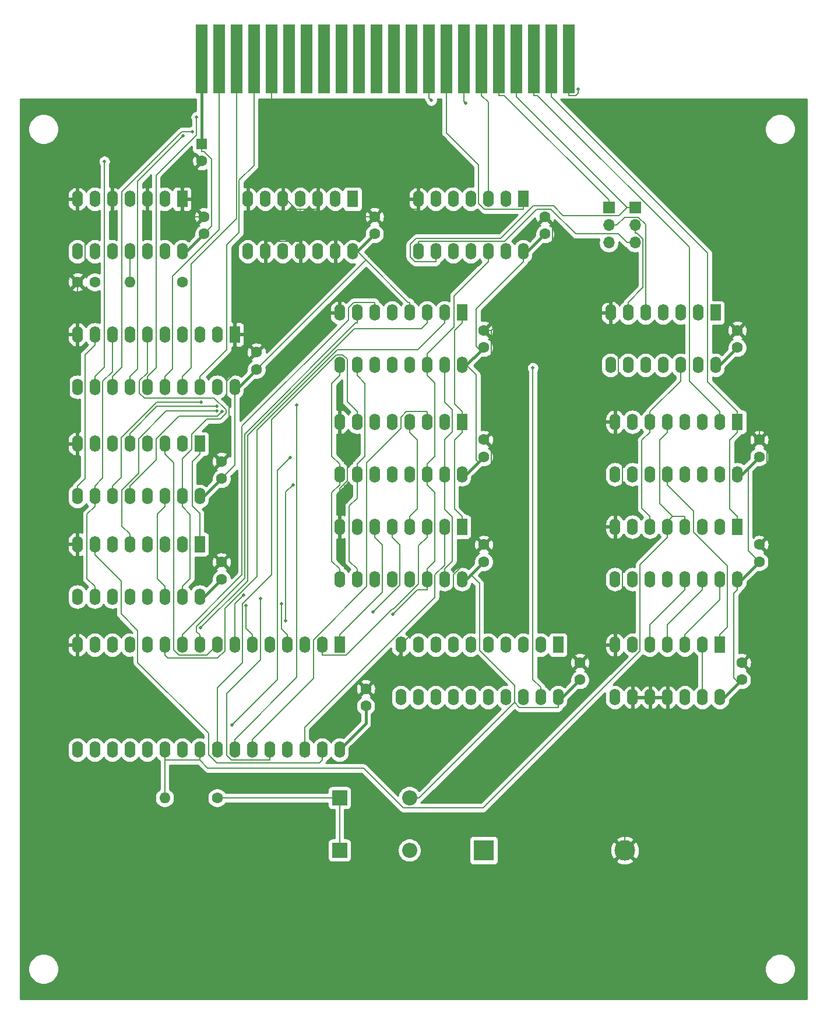
<source format=gtl>
G04 #@! TF.GenerationSoftware,KiCad,Pcbnew,(5.1.9)-1*
G04 #@! TF.CreationDate,2025-12-18T14:44:51+09:00*
G04 #@! TF.ProjectId,MZ-2000_EMM,4d5a2d32-3030-4305-9f45-4d4d2e6b6963,rev?*
G04 #@! TF.SameCoordinates,PX20a6660PYbcc1c70*
G04 #@! TF.FileFunction,Copper,L1,Top*
G04 #@! TF.FilePolarity,Positive*
%FSLAX46Y46*%
G04 Gerber Fmt 4.6, Leading zero omitted, Abs format (unit mm)*
G04 Created by KiCad (PCBNEW (5.1.9)-1) date 2025-12-18 14:44:51*
%MOMM*%
%LPD*%
G01*
G04 APERTURE LIST*
G04 #@! TA.AperFunction,ConnectorPad*
%ADD10R,1.780000X10.000000*%
G04 #@! TD*
G04 #@! TA.AperFunction,ComponentPad*
%ADD11C,1.600000*%
G04 #@! TD*
G04 #@! TA.AperFunction,ComponentPad*
%ADD12R,1.600000X1.600000*%
G04 #@! TD*
G04 #@! TA.AperFunction,ComponentPad*
%ADD13O,2.200000X2.200000*%
G04 #@! TD*
G04 #@! TA.AperFunction,ComponentPad*
%ADD14R,2.200000X2.200000*%
G04 #@! TD*
G04 #@! TA.AperFunction,ComponentPad*
%ADD15O,1.600000X1.600000*%
G04 #@! TD*
G04 #@! TA.AperFunction,ComponentPad*
%ADD16R,1.600000X2.400000*%
G04 #@! TD*
G04 #@! TA.AperFunction,ComponentPad*
%ADD17O,1.600000X2.400000*%
G04 #@! TD*
G04 #@! TA.AperFunction,ComponentPad*
%ADD18C,3.000000*%
G04 #@! TD*
G04 #@! TA.AperFunction,ComponentPad*
%ADD19R,3.000000X3.000000*%
G04 #@! TD*
G04 #@! TA.AperFunction,ComponentPad*
%ADD20R,1.700000X1.700000*%
G04 #@! TD*
G04 #@! TA.AperFunction,ComponentPad*
%ADD21O,1.700000X1.700000*%
G04 #@! TD*
G04 #@! TA.AperFunction,ViaPad*
%ADD22C,0.500000*%
G04 #@! TD*
G04 #@! TA.AperFunction,Conductor*
%ADD23C,0.200000*%
G04 #@! TD*
G04 #@! TA.AperFunction,Conductor*
%ADD24C,0.400000*%
G04 #@! TD*
G04 #@! TA.AperFunction,Conductor*
%ADD25C,0.254000*%
G04 #@! TD*
G04 #@! TA.AperFunction,Conductor*
%ADD26C,0.100000*%
G04 #@! TD*
G04 APERTURE END LIST*
D10*
X26940000Y137196000D03*
X29480000Y137196000D03*
X32020000Y137196000D03*
X34560000Y137196000D03*
X37100000Y137196000D03*
X39640000Y137196000D03*
X42180000Y137196000D03*
X44720000Y137196000D03*
X47260000Y137196000D03*
X49800000Y137196000D03*
X52340000Y137196000D03*
X54880000Y137196000D03*
X57420000Y137196000D03*
X59960000Y137196000D03*
X62500000Y137196000D03*
X65040000Y137196000D03*
X67580000Y137196000D03*
X70120000Y137196000D03*
X72660000Y137196000D03*
X75200000Y137196000D03*
X77740000Y137196000D03*
X80280000Y137196000D03*
D11*
X76835000Y111760000D03*
X76835000Y114260000D03*
X34925000Y94575000D03*
X34925000Y92075000D03*
X67945000Y95250000D03*
X67945000Y97750000D03*
X29845000Y76200000D03*
X29845000Y78700000D03*
X67945000Y81875000D03*
X67945000Y79375000D03*
X29845000Y61595000D03*
X29845000Y64095000D03*
X67945000Y66635000D03*
X67945000Y64135000D03*
X50800000Y43180000D03*
X50800000Y45680000D03*
X81915000Y49490000D03*
X81915000Y46990000D03*
X8930000Y104775000D03*
X11430000Y104775000D03*
D12*
X26987500Y124841000D03*
D11*
X26987500Y122341000D03*
D13*
X57150000Y22225000D03*
D14*
X46990000Y22225000D03*
X46990000Y29845000D03*
D13*
X57150000Y29845000D03*
D11*
X24130000Y104775000D03*
D15*
X16510000Y104775000D03*
D16*
X24130000Y116840000D03*
D17*
X8890000Y109220000D03*
X21590000Y116840000D03*
X11430000Y109220000D03*
X19050000Y116840000D03*
X13970000Y109220000D03*
X16510000Y116840000D03*
X16510000Y109220000D03*
X13970000Y116840000D03*
X19050000Y109220000D03*
X11430000Y116840000D03*
X21590000Y109220000D03*
X8890000Y116840000D03*
X24130000Y109220000D03*
X31750000Y89535000D03*
X8890000Y97155000D03*
X29210000Y89535000D03*
X11430000Y97155000D03*
X26670000Y89535000D03*
X13970000Y97155000D03*
X24130000Y89535000D03*
X16510000Y97155000D03*
X21590000Y89535000D03*
X19050000Y97155000D03*
X19050000Y89535000D03*
X21590000Y97155000D03*
X16510000Y89535000D03*
X24130000Y97155000D03*
X13970000Y89535000D03*
X26670000Y97155000D03*
X11430000Y89535000D03*
X29210000Y97155000D03*
X8890000Y89535000D03*
D16*
X31750000Y97155000D03*
X64770000Y100330000D03*
D17*
X46990000Y92710000D03*
X62230000Y100330000D03*
X49530000Y92710000D03*
X59690000Y100330000D03*
X52070000Y92710000D03*
X57150000Y100330000D03*
X54610000Y92710000D03*
X54610000Y100330000D03*
X57150000Y92710000D03*
X52070000Y100330000D03*
X59690000Y92710000D03*
X49530000Y100330000D03*
X62230000Y92710000D03*
X46990000Y100330000D03*
X64770000Y92710000D03*
X26670000Y73660000D03*
X8890000Y81280000D03*
X24130000Y73660000D03*
X11430000Y81280000D03*
X21590000Y73660000D03*
X13970000Y81280000D03*
X19050000Y73660000D03*
X16510000Y81280000D03*
X16510000Y73660000D03*
X19050000Y81280000D03*
X13970000Y73660000D03*
X21590000Y81280000D03*
X11430000Y73660000D03*
X24130000Y81280000D03*
X8890000Y73660000D03*
D16*
X26670000Y81280000D03*
X64770000Y84455000D03*
D17*
X46990000Y76835000D03*
X62230000Y84455000D03*
X49530000Y76835000D03*
X59690000Y84455000D03*
X52070000Y76835000D03*
X57150000Y84455000D03*
X54610000Y76835000D03*
X54610000Y84455000D03*
X57150000Y76835000D03*
X52070000Y84455000D03*
X59690000Y76835000D03*
X49530000Y84455000D03*
X62230000Y76835000D03*
X46990000Y84455000D03*
X64770000Y76835000D03*
D16*
X26670000Y66675000D03*
D17*
X8890000Y59055000D03*
X24130000Y66675000D03*
X11430000Y59055000D03*
X21590000Y66675000D03*
X13970000Y59055000D03*
X19050000Y66675000D03*
X16510000Y59055000D03*
X16510000Y66675000D03*
X19050000Y59055000D03*
X13970000Y66675000D03*
X21590000Y59055000D03*
X11430000Y66675000D03*
X24130000Y59055000D03*
X8890000Y66675000D03*
X26670000Y59055000D03*
X64770000Y61595000D03*
X46990000Y69215000D03*
X62230000Y61595000D03*
X49530000Y69215000D03*
X59690000Y61595000D03*
X52070000Y69215000D03*
X57150000Y61595000D03*
X54610000Y69215000D03*
X54610000Y61595000D03*
X57150000Y69215000D03*
X52070000Y61595000D03*
X59690000Y69215000D03*
X49530000Y61595000D03*
X62230000Y69215000D03*
X46990000Y61595000D03*
D16*
X64770000Y69215000D03*
X46990000Y52070000D03*
D17*
X8890000Y36830000D03*
X44450000Y52070000D03*
X11430000Y36830000D03*
X41910000Y52070000D03*
X13970000Y36830000D03*
X39370000Y52070000D03*
X16510000Y36830000D03*
X36830000Y52070000D03*
X19050000Y36830000D03*
X34290000Y52070000D03*
X21590000Y36830000D03*
X31750000Y52070000D03*
X24130000Y36830000D03*
X29210000Y52070000D03*
X26670000Y36830000D03*
X26670000Y52070000D03*
X29210000Y36830000D03*
X24130000Y52070000D03*
X31750000Y36830000D03*
X21590000Y52070000D03*
X34290000Y36830000D03*
X19050000Y52070000D03*
X36830000Y36830000D03*
X16510000Y52070000D03*
X39370000Y36830000D03*
X13970000Y52070000D03*
X41910000Y36830000D03*
X11430000Y52070000D03*
X44450000Y36830000D03*
X8890000Y52070000D03*
X46990000Y36830000D03*
D16*
X78740000Y52070000D03*
D17*
X55880000Y44450000D03*
X76200000Y52070000D03*
X58420000Y44450000D03*
X73660000Y52070000D03*
X60960000Y44450000D03*
X71120000Y52070000D03*
X63500000Y44450000D03*
X68580000Y52070000D03*
X66040000Y44450000D03*
X66040000Y52070000D03*
X68580000Y44450000D03*
X63500000Y52070000D03*
X71120000Y44450000D03*
X60960000Y52070000D03*
X73660000Y44450000D03*
X58420000Y52070000D03*
X76200000Y44450000D03*
X55880000Y52070000D03*
X78740000Y44450000D03*
D18*
X88435000Y22225000D03*
D19*
X67945000Y22225000D03*
D11*
X52070000Y114260000D03*
X52070000Y111760000D03*
X27305000Y111760000D03*
X27305000Y114260000D03*
X104775000Y97750000D03*
X104775000Y95250000D03*
X107950000Y81875000D03*
X107950000Y79375000D03*
X107950000Y64135000D03*
X107950000Y66635000D03*
X105410000Y46990000D03*
X105410000Y49490000D03*
D20*
X86106000Y115570000D03*
D21*
X86106000Y113030000D03*
X86106000Y110490000D03*
X89916000Y110490000D03*
X89916000Y113030000D03*
D20*
X89916000Y115570000D03*
D16*
X48895000Y116840000D03*
D17*
X33655000Y109220000D03*
X46355000Y116840000D03*
X36195000Y109220000D03*
X43815000Y116840000D03*
X38735000Y109220000D03*
X41275000Y116840000D03*
X41275000Y109220000D03*
X38735000Y116840000D03*
X43815000Y109220000D03*
X36195000Y116840000D03*
X46355000Y109220000D03*
X33655000Y116840000D03*
X48895000Y109220000D03*
D16*
X101600000Y100330000D03*
D17*
X86360000Y92710000D03*
X99060000Y100330000D03*
X88900000Y92710000D03*
X96520000Y100330000D03*
X91440000Y92710000D03*
X93980000Y100330000D03*
X93980000Y92710000D03*
X91440000Y100330000D03*
X96520000Y92710000D03*
X88900000Y100330000D03*
X99060000Y92710000D03*
X86360000Y100330000D03*
X101600000Y92710000D03*
X104775000Y76835000D03*
X86995000Y84455000D03*
X102235000Y76835000D03*
X89535000Y84455000D03*
X99695000Y76835000D03*
X92075000Y84455000D03*
X97155000Y76835000D03*
X94615000Y84455000D03*
X94615000Y76835000D03*
X97155000Y84455000D03*
X92075000Y76835000D03*
X99695000Y84455000D03*
X89535000Y76835000D03*
X102235000Y84455000D03*
X86995000Y76835000D03*
D16*
X104775000Y84455000D03*
X104775000Y69215000D03*
D17*
X86995000Y61595000D03*
X102235000Y69215000D03*
X89535000Y61595000D03*
X99695000Y69215000D03*
X92075000Y61595000D03*
X97155000Y69215000D03*
X94615000Y61595000D03*
X94615000Y69215000D03*
X97155000Y61595000D03*
X92075000Y69215000D03*
X99695000Y61595000D03*
X89535000Y69215000D03*
X102235000Y61595000D03*
X86995000Y69215000D03*
X104775000Y61595000D03*
X102235000Y44450000D03*
X86995000Y52070000D03*
X99695000Y44450000D03*
X89535000Y52070000D03*
X97155000Y44450000D03*
X92075000Y52070000D03*
X94615000Y44450000D03*
X94615000Y52070000D03*
X92075000Y44450000D03*
X97155000Y52070000D03*
X89535000Y44450000D03*
X99695000Y52070000D03*
X86995000Y44450000D03*
D16*
X102235000Y52070000D03*
X73660000Y116840000D03*
D17*
X58420000Y109220000D03*
X71120000Y116840000D03*
X60960000Y109220000D03*
X68580000Y116840000D03*
X63500000Y109220000D03*
X66040000Y116840000D03*
X66040000Y109220000D03*
X63500000Y116840000D03*
X68580000Y109220000D03*
X60960000Y116840000D03*
X71120000Y109220000D03*
X58420000Y116840000D03*
X73660000Y109220000D03*
D11*
X29210000Y29845000D03*
D15*
X21590000Y29845000D03*
D22*
X81626200Y132822300D03*
X60351300Y131160700D03*
X65286100Y130794900D03*
X26192900Y128760900D03*
X24250400Y126019500D03*
X25617100Y126622100D03*
X12841700Y122317300D03*
X29128100Y86734900D03*
X29943700Y85964500D03*
X75088800Y92306600D03*
X26807200Y54559300D03*
X26905700Y87366700D03*
X33408000Y57813700D03*
X33058100Y59314700D03*
X40792000Y86929100D03*
X39140500Y55558100D03*
X40220000Y75334700D03*
X29197700Y86032800D03*
X39831300Y79297600D03*
X31328100Y40386600D03*
X35509000Y58764300D03*
X38566500Y58021500D03*
X51819800Y56812400D03*
X54709300Y56471700D03*
D23*
X31829400Y89535000D02*
X31829400Y78184400D01*
X31829400Y78184400D02*
X29845000Y76200000D01*
D24*
X31829400Y89535000D02*
X31750000Y89535000D01*
X34925000Y92075000D02*
X32385000Y89535000D01*
X32385000Y89535000D02*
X31829400Y89535000D01*
D23*
X57150000Y69215000D02*
X57150000Y70715300D01*
X57150000Y84455000D02*
X57150000Y82954700D01*
X57150000Y82954700D02*
X58261100Y81843600D01*
X58261100Y81843600D02*
X58261100Y71826400D01*
X58261100Y71826400D02*
X57150000Y70715300D01*
X57150000Y29845000D02*
X58550300Y29845000D01*
X72390000Y43703000D02*
X73143300Y42949700D01*
X73143300Y42949700D02*
X78740000Y42949700D01*
X66040000Y62230000D02*
X67310000Y60960000D01*
X67310000Y60960000D02*
X67310000Y51303200D01*
X67310000Y51303200D02*
X72390000Y46223200D01*
X72390000Y46223200D02*
X72390000Y43703000D01*
X72390000Y43703000D02*
X58550300Y29863300D01*
X58550300Y29863300D02*
X58550300Y29845000D01*
X78740000Y44450000D02*
X78740000Y42949700D01*
D24*
X66040000Y62230000D02*
X65405000Y61595000D01*
X65405000Y61595000D02*
X64770000Y61595000D01*
X67945000Y64135000D02*
X66040000Y62230000D01*
D23*
X26987500Y123740700D02*
X27262600Y123740700D01*
X27262600Y123740700D02*
X28405500Y122597800D01*
X28405500Y122597800D02*
X28405500Y112860500D01*
X28405500Y112860500D02*
X27305000Y111760000D01*
X50800000Y107950000D02*
X49530000Y109220000D01*
X57150000Y101830300D02*
X56919700Y101830300D01*
X56919700Y101830300D02*
X50800000Y107950000D01*
X50800000Y107950000D02*
X34925000Y92075000D01*
X73660000Y109220000D02*
X73660000Y107719700D01*
X67495000Y94800000D02*
X66839000Y95456000D01*
X66839000Y95456000D02*
X66839000Y100898700D01*
X66839000Y100898700D02*
X73660000Y107719700D01*
D24*
X67495000Y94800000D02*
X65405000Y92710000D01*
X67945000Y95250000D02*
X67495000Y94800000D01*
D23*
X26987500Y124841000D02*
X26987500Y123740700D01*
D24*
X27305000Y111760000D02*
X24765000Y109220000D01*
X24765000Y109220000D02*
X24130000Y109220000D01*
D23*
X104775000Y61595000D02*
X104775000Y60094700D01*
X104960000Y46540000D02*
X104255300Y47244700D01*
X104255300Y47244700D02*
X104255300Y59575000D01*
X104255300Y59575000D02*
X104775000Y60094700D01*
D24*
X104960000Y46540000D02*
X102870000Y44450000D01*
X102870000Y44450000D02*
X102235000Y44450000D01*
X105410000Y46990000D02*
X104960000Y46540000D01*
X65405000Y92710000D02*
X64770000Y92710000D01*
D23*
X67163100Y78593100D02*
X66836400Y78919800D01*
X66836400Y78919800D02*
X66836400Y91278600D01*
X66836400Y91278600D02*
X65405000Y92710000D01*
D24*
X67163100Y78593100D02*
X65405000Y76835000D01*
X65405000Y76835000D02*
X64770000Y76835000D01*
X67945000Y79375000D02*
X67163100Y78593100D01*
X104775000Y95250000D02*
X102235000Y92710000D01*
X102235000Y92710000D02*
X101600000Y92710000D01*
X107950000Y79375000D02*
X106362500Y77787500D01*
X81915000Y46990000D02*
X79375000Y44450000D01*
X79375000Y44450000D02*
X78740000Y44450000D01*
D23*
X57150000Y100330000D02*
X57150000Y101830300D01*
D24*
X49530000Y109220000D02*
X48895000Y109220000D01*
X52070000Y111760000D02*
X49530000Y109220000D01*
X26940000Y137196000D02*
X26940000Y124888500D01*
X26940000Y124888500D02*
X26987500Y124841000D01*
D23*
X92075000Y84455000D02*
X92075000Y82954700D01*
X92075000Y69215000D02*
X92075000Y70715300D01*
X92075000Y70715300D02*
X90905400Y71884900D01*
X90905400Y71884900D02*
X90905400Y81785100D01*
X90905400Y81785100D02*
X92075000Y82954700D01*
X92075000Y84455000D02*
X92075000Y85955300D01*
X92075000Y85955300D02*
X96520000Y90400300D01*
X96520000Y90400300D02*
X96520000Y92710000D01*
D24*
X106362500Y77787500D02*
X105410000Y76835000D01*
X105410000Y76835000D02*
X104775000Y76835000D01*
X107950000Y64135000D02*
X105410000Y61595000D01*
X105410000Y61595000D02*
X104775000Y61595000D01*
X29845000Y76200000D02*
X27305000Y73660000D01*
X27305000Y73660000D02*
X26670000Y73660000D01*
D23*
X106362500Y77787500D02*
X106362500Y65722500D01*
X106362500Y65722500D02*
X107950000Y64135000D01*
D24*
X76835000Y111760000D02*
X74295000Y109220000D01*
X74295000Y109220000D02*
X73660000Y109220000D01*
X29845000Y61595000D02*
X27305000Y59055000D01*
X27305000Y59055000D02*
X26670000Y59055000D01*
D23*
X33829700Y93575000D02*
X30639300Y90384600D01*
X30639300Y90384600D02*
X30639300Y87020500D01*
X30639300Y87020500D02*
X30917700Y86742100D01*
X30917700Y86742100D02*
X30917700Y79772700D01*
X30917700Y79772700D02*
X29845000Y78700000D01*
X86360000Y100330000D02*
X86360000Y101830300D01*
X77958500Y106127300D02*
X77431500Y106127300D01*
X77431500Y106127300D02*
X69054200Y97750000D01*
X86360000Y101830300D02*
X82255500Y101830300D01*
X82255500Y101830300D02*
X77958500Y106127300D01*
X76835000Y114260000D02*
X77958500Y113136500D01*
X77958500Y113136500D02*
X77958500Y106127300D01*
X69054200Y97750000D02*
X67945000Y97750000D01*
X67945000Y81875000D02*
X69054200Y82984200D01*
X69054200Y82984200D02*
X69054200Y97750000D01*
X67945000Y81875000D02*
X69054900Y80765100D01*
X69054900Y80765100D02*
X69054900Y67744900D01*
X69054900Y67744900D02*
X67945000Y66635000D01*
X55880000Y52070000D02*
X55880000Y50569700D01*
X55880000Y50569700D02*
X55689700Y50569700D01*
X55689700Y50569700D02*
X50800000Y45680000D01*
X67945000Y66635000D02*
X67844300Y66635000D01*
X67844300Y66635000D02*
X63500000Y62290700D01*
X63500000Y62290700D02*
X63500000Y59690000D01*
X63500000Y59690000D02*
X55880000Y52070000D01*
X80280000Y131895700D02*
X81321500Y131895700D01*
X81321500Y131895700D02*
X81626200Y132200400D01*
X81626200Y132200400D02*
X81626200Y132822300D01*
X80280000Y137196000D02*
X80280000Y131895700D01*
X46990000Y84455000D02*
X46990000Y82954700D01*
X46990000Y82954700D02*
X48110900Y81833800D01*
X48110900Y81833800D02*
X48110900Y75889300D01*
X48110900Y75889300D02*
X46990000Y74768400D01*
X46990000Y74768400D02*
X46990000Y69215000D01*
X86995000Y84455000D02*
X86995000Y85955300D01*
X86360000Y100330000D02*
X86360000Y98829700D01*
X86360000Y98829700D02*
X87471200Y97718500D01*
X87471200Y97718500D02*
X87471200Y86431500D01*
X87471200Y86431500D02*
X86995000Y85955300D01*
X58420000Y116840000D02*
X58420000Y115339700D01*
X58420000Y115339700D02*
X53149700Y115339700D01*
X53149700Y115339700D02*
X52070000Y114260000D01*
X36195000Y109220000D02*
X36195000Y110720300D01*
X36195000Y110720300D02*
X41275000Y110720300D01*
X36195000Y109220000D02*
X36195000Y103100300D01*
X36195000Y103100300D02*
X31750000Y98655300D01*
X41275000Y115339700D02*
X43815000Y115339700D01*
X38735000Y117273500D02*
X40668800Y115339700D01*
X40668800Y115339700D02*
X41275000Y115339700D01*
X41275000Y115339700D02*
X41275000Y110720300D01*
X41275000Y109220000D02*
X41275000Y110720300D01*
X86995000Y83704900D02*
X86995000Y84455000D01*
X86995000Y83704900D02*
X86995000Y82954700D01*
X86995000Y67714700D02*
X88095300Y66614400D01*
X88095300Y66614400D02*
X88095300Y54670600D01*
X88095300Y54670600D02*
X86995000Y53570300D01*
X24130000Y116840000D02*
X24130000Y115339700D01*
X27305000Y114260000D02*
X25209700Y114260000D01*
X25209700Y114260000D02*
X24130000Y115339700D01*
X8890000Y81280000D02*
X8890000Y82780300D01*
X8890000Y97155000D02*
X8890000Y95654700D01*
X8890000Y95654700D02*
X7734900Y94499600D01*
X7734900Y94499600D02*
X7734900Y83935400D01*
X7734900Y83935400D02*
X8890000Y82780300D01*
X8890000Y97588500D02*
X8890000Y97155000D01*
X86995000Y69215000D02*
X86995000Y70715300D01*
X86995000Y82954700D02*
X88096400Y81853300D01*
X88096400Y81853300D02*
X88096400Y71816700D01*
X88096400Y71816700D02*
X86995000Y70715300D01*
X46664500Y112490200D02*
X43815000Y115339700D01*
X52070000Y114260000D02*
X48434300Y114260000D01*
X48434300Y114260000D02*
X46664500Y112490200D01*
X46664500Y112490200D02*
X46664500Y111029800D01*
X46664500Y111029800D02*
X46355000Y110720300D01*
X46355000Y109220000D02*
X46355000Y110720300D01*
X31750000Y97155000D02*
X31750000Y98655300D01*
X38735000Y117273500D02*
X38735000Y118340300D01*
X38735000Y116840000D02*
X38735000Y117273500D01*
X43815000Y116840000D02*
X43815000Y115339700D01*
X33655000Y116840000D02*
X33655000Y118340300D01*
X37100000Y119975300D02*
X35290000Y119975300D01*
X35290000Y119975300D02*
X33655000Y118340300D01*
X38735000Y118340300D02*
X37100000Y119975300D01*
X37100000Y119975300D02*
X37100000Y137196000D01*
X33829700Y93575000D02*
X34829700Y94575000D01*
X34829700Y94575000D02*
X34925000Y94575000D01*
X31750000Y95654700D02*
X33829700Y93575000D01*
X31750000Y97155000D02*
X31750000Y95654700D01*
X107950000Y81875000D02*
X109050400Y80774600D01*
X109050400Y80774600D02*
X109050400Y67735400D01*
X109050400Y67735400D02*
X107950000Y66635000D01*
X104775000Y97750000D02*
X107950000Y94575000D01*
X107950000Y94575000D02*
X107950000Y81875000D01*
X86995000Y52070000D02*
X86995000Y53570300D01*
X86995000Y69215000D02*
X86995000Y67714700D01*
X8890000Y116840000D02*
X8890000Y115339700D01*
X8890000Y115339700D02*
X9992400Y114237300D01*
X9992400Y114237300D02*
X9992400Y105837400D01*
X9992400Y105837400D02*
X8930000Y104775000D01*
X8890000Y97588500D02*
X8890000Y98655300D01*
X8890000Y98655300D02*
X8930000Y98695300D01*
X8930000Y98695300D02*
X8930000Y104775000D01*
X89535000Y44450000D02*
X89535000Y42949700D01*
X88435000Y22225000D02*
X88435000Y41849700D01*
X88435000Y41849700D02*
X89535000Y42949700D01*
X21590000Y89535000D02*
X21590000Y91035300D01*
X21590000Y91035300D02*
X22737500Y92182800D01*
X22737500Y92182800D02*
X22737500Y105636400D01*
X22737500Y105636400D02*
X29480000Y112378900D01*
X29480000Y112378900D02*
X29480000Y137196000D01*
X32020000Y131895700D02*
X32020000Y114000600D01*
X32020000Y114000600D02*
X25400000Y107380600D01*
X25400000Y107380600D02*
X25400000Y92305300D01*
X25400000Y92305300D02*
X24130000Y91035300D01*
X32020000Y137196000D02*
X32020000Y131895700D01*
X24130000Y89535000D02*
X24130000Y91035300D01*
X26670000Y89535000D02*
X26670000Y91035300D01*
X26670000Y91035300D02*
X30621700Y94987000D01*
X30621700Y94987000D02*
X30621700Y110155100D01*
X30621700Y110155100D02*
X32420400Y111953800D01*
X32420400Y111953800D02*
X32420400Y119585700D01*
X32420400Y119585700D02*
X34560000Y121725300D01*
X34560000Y121725300D02*
X34560000Y137196000D01*
X60351300Y131160700D02*
X59960000Y131552000D01*
X59960000Y131552000D02*
X59960000Y137196000D01*
X73660000Y116840000D02*
X73660000Y115339700D01*
X73660000Y115339700D02*
X68051600Y115339700D01*
X68051600Y115339700D02*
X67179600Y116211700D01*
X67179600Y116211700D02*
X67179600Y121765800D01*
X67179600Y121765800D02*
X62500000Y126445400D01*
X62500000Y126445400D02*
X62500000Y137196000D01*
X65286100Y130794900D02*
X65040000Y131041000D01*
X65040000Y131041000D02*
X65040000Y137196000D01*
X67580000Y137196000D02*
X67580000Y131895700D01*
X68580000Y118340300D02*
X68580000Y130895700D01*
X68580000Y130895700D02*
X67580000Y131895700D01*
X68580000Y116840000D02*
X68580000Y118340300D01*
X70120000Y137196000D02*
X70120000Y131895700D01*
X86106000Y115570000D02*
X86106000Y116720300D01*
X86106000Y116720300D02*
X70930600Y131895700D01*
X70930600Y131895700D02*
X70120000Y131895700D01*
X88765700Y115570000D02*
X87615300Y114419600D01*
X87615300Y114419600D02*
X79475300Y114419600D01*
X79475300Y114419600D02*
X78068600Y115826300D01*
X78068600Y115826300D02*
X75138500Y115826300D01*
X75138500Y115826300D02*
X70432900Y111120700D01*
X70432900Y111120700D02*
X58164700Y111120700D01*
X58164700Y111120700D02*
X57285800Y110241800D01*
X57285800Y110241800D02*
X57285800Y108389400D01*
X57285800Y108389400D02*
X57955500Y107719700D01*
X57955500Y107719700D02*
X60960000Y107719700D01*
X60960000Y109220000D02*
X60960000Y107719700D01*
X88765700Y115570000D02*
X72660000Y131675700D01*
X72660000Y131675700D02*
X72660000Y131895700D01*
X89916000Y115570000D02*
X88765700Y115570000D01*
X72660000Y137196000D02*
X72660000Y131895700D01*
X75200000Y137196000D02*
X75200000Y131895700D01*
X102235000Y84455000D02*
X102235000Y85955300D01*
X102235000Y85955300D02*
X97790000Y90400300D01*
X97790000Y90400300D02*
X97790000Y109821400D01*
X97790000Y109821400D02*
X75715700Y131895700D01*
X75715700Y131895700D02*
X75200000Y131895700D01*
X104775000Y84455000D02*
X104775000Y85955300D01*
X104775000Y85955300D02*
X100471700Y90258600D01*
X100471700Y90258600D02*
X100471700Y108968100D01*
X100471700Y108968100D02*
X77740000Y131699800D01*
X77740000Y131699800D02*
X77740000Y137196000D01*
X104775000Y84076700D02*
X104775000Y84455000D01*
X104775000Y84076700D02*
X104775000Y82954700D01*
X104775000Y69215000D02*
X104775000Y70715300D01*
X104775000Y82954700D02*
X103674700Y81854400D01*
X103674700Y81854400D02*
X103674700Y71815600D01*
X103674700Y71815600D02*
X104775000Y70715300D01*
X19050000Y89535000D02*
X19050000Y91035300D01*
X19050000Y91035300D02*
X20332000Y92317300D01*
X20332000Y92317300D02*
X20332000Y120287500D01*
X20332000Y120287500D02*
X26192900Y126148400D01*
X26192900Y126148400D02*
X26192900Y128760900D01*
X16510000Y89535000D02*
X16510000Y91035300D01*
X16510000Y91035300D02*
X17642900Y92168200D01*
X17642900Y92168200D02*
X17642900Y119412000D01*
X17642900Y119412000D02*
X24250400Y126019500D01*
X25617100Y126622100D02*
X24071200Y126622100D01*
X24071200Y126622100D02*
X15363000Y117913900D01*
X15363000Y117913900D02*
X15363000Y92428300D01*
X15363000Y92428300D02*
X13970000Y91035300D01*
X13970000Y89535000D02*
X13970000Y91035300D01*
X11430000Y91035300D02*
X12841700Y92447000D01*
X12841700Y92447000D02*
X12841700Y122317300D01*
X11430000Y90285200D02*
X11430000Y89535000D01*
X11430000Y90285200D02*
X11430000Y91035300D01*
X24130000Y73660000D02*
X24130000Y79079800D01*
X24130000Y79079800D02*
X25541700Y80491500D01*
X25541700Y80491500D02*
X25541700Y82668500D01*
X25541700Y82668500D02*
X27755200Y84882000D01*
X27755200Y84882000D02*
X29639500Y84882000D01*
X29639500Y84882000D02*
X30501400Y85743900D01*
X30501400Y85743900D02*
X30501400Y86187800D01*
X30501400Y86187800D02*
X28772200Y87917000D01*
X28772200Y87917000D02*
X18663700Y87917000D01*
X18663700Y87917000D02*
X17942100Y88638600D01*
X17942100Y88638600D02*
X17942100Y90493700D01*
X17942100Y90493700D02*
X19050000Y91601600D01*
X19050000Y91601600D02*
X19050000Y97155000D01*
X24130000Y73660000D02*
X24130000Y72159700D01*
X24130000Y72159700D02*
X25276800Y71012900D01*
X25276800Y71012900D02*
X25276800Y61702100D01*
X25276800Y61702100D02*
X24130000Y60555300D01*
X24130000Y59055000D02*
X24130000Y60555300D01*
X26670000Y81280000D02*
X26670000Y79779700D01*
X26670000Y79779700D02*
X25569600Y78679300D01*
X25569600Y78679300D02*
X25569600Y72267200D01*
X25569600Y72267200D02*
X26670000Y71166800D01*
X26670000Y71166800D02*
X26670000Y66675000D01*
X16510000Y81280000D02*
X16510000Y82780300D01*
X16510000Y82780300D02*
X20464600Y86734900D01*
X20464600Y86734900D02*
X29128100Y86734900D01*
X16510000Y73660000D02*
X16510000Y75160300D01*
X16510000Y75160300D02*
X20320000Y78970300D01*
X20320000Y78970300D02*
X20320000Y81973500D01*
X20320000Y81973500D02*
X23628800Y85282300D01*
X23628800Y85282300D02*
X29261500Y85282300D01*
X29261500Y85282300D02*
X29943700Y85964500D01*
X62230000Y76835000D02*
X62230000Y71754700D01*
X62230000Y71754700D02*
X63362400Y70622300D01*
X63362400Y70622300D02*
X63362400Y64227700D01*
X63362400Y64227700D02*
X62230000Y63095300D01*
X62230000Y61595000D02*
X62230000Y63095300D01*
X62230000Y76835000D02*
X62230000Y78335300D01*
X62230000Y92710000D02*
X62230000Y87370500D01*
X62230000Y87370500D02*
X63362400Y86238100D01*
X63362400Y86238100D02*
X63362400Y83047700D01*
X63362400Y83047700D02*
X62230000Y81915300D01*
X62230000Y81915300D02*
X62230000Y78335300D01*
X46990000Y29845000D02*
X29210000Y29845000D01*
X46990000Y29845000D02*
X46990000Y22225000D01*
D24*
X50800000Y43180000D02*
X50800000Y40640000D01*
X50800000Y40640000D02*
X46990000Y36830000D01*
D23*
X16510000Y109220000D02*
X16510000Y104775000D01*
X91440000Y101830300D02*
X91493300Y101883600D01*
X91493300Y101883600D02*
X91493300Y113127600D01*
X91493300Y113127600D02*
X90417600Y114203300D01*
X90417600Y114203300D02*
X88429600Y114203300D01*
X88429600Y114203300D02*
X87256300Y113030000D01*
X91440000Y100330000D02*
X91440000Y101830300D01*
X86106000Y113030000D02*
X87256300Y113030000D01*
X89916000Y110490000D02*
X88765700Y110490000D01*
X58420000Y109220000D02*
X58420000Y110720300D01*
X58420000Y110720300D02*
X70968700Y110720300D01*
X70968700Y110720300D02*
X75640100Y115391700D01*
X75640100Y115391700D02*
X77681400Y115391700D01*
X77681400Y115391700D02*
X81313100Y111760000D01*
X81313100Y111760000D02*
X87495700Y111760000D01*
X87495700Y111760000D02*
X88765700Y110490000D01*
X88900000Y100330000D02*
X88900000Y101830300D01*
X89916000Y113030000D02*
X89916000Y111879700D01*
X89916000Y111879700D02*
X90203600Y111879700D01*
X90203600Y111879700D02*
X91066400Y111016900D01*
X91066400Y111016900D02*
X91066400Y103996700D01*
X91066400Y103996700D02*
X88900000Y101830300D01*
X76200000Y45950300D02*
X75088800Y47061500D01*
X75088800Y47061500D02*
X75088800Y92306600D01*
X76200000Y44450000D02*
X76200000Y45950300D01*
X11430000Y97155000D02*
X11430000Y95654700D01*
X8890000Y73660000D02*
X8890000Y75160300D01*
X8890000Y75160300D02*
X9990400Y76260700D01*
X9990400Y76260700D02*
X9990400Y94215100D01*
X9990400Y94215100D02*
X11430000Y95654700D01*
X11430000Y59055000D02*
X11430000Y60555300D01*
X11430000Y60555300D02*
X10305700Y61679600D01*
X10305700Y61679600D02*
X10305700Y71035400D01*
X10305700Y71035400D02*
X11430000Y72159700D01*
X13970000Y97155000D02*
X13970000Y91763400D01*
X13970000Y91763400D02*
X12558400Y90351800D01*
X12558400Y90351800D02*
X12558400Y76288700D01*
X12558400Y76288700D02*
X11430000Y75160300D01*
X11430000Y73660000D02*
X11430000Y75160300D01*
X11430000Y73660000D02*
X11430000Y72159700D01*
X46990000Y63095300D02*
X45882900Y64202400D01*
X45882900Y64202400D02*
X45882900Y74227600D01*
X45882900Y74227600D02*
X46990000Y75334700D01*
X46990000Y76835000D02*
X46990000Y75334700D01*
X46990000Y61595000D02*
X46990000Y63095300D01*
X46990000Y78335300D02*
X45855200Y79470100D01*
X45855200Y79470100D02*
X45855200Y90074900D01*
X45855200Y90074900D02*
X46990000Y91209700D01*
X46990000Y92710000D02*
X46990000Y91209700D01*
X46990000Y76835000D02*
X46990000Y78335300D01*
X49530000Y61595000D02*
X49530000Y63095300D01*
X49530000Y63095300D02*
X48416300Y64209000D01*
X48416300Y64209000D02*
X48416300Y72247300D01*
X48416300Y72247300D02*
X49530000Y73361000D01*
X49530000Y73361000D02*
X49530000Y76835000D01*
X49530000Y92710000D02*
X49530000Y91209700D01*
X49530000Y76835000D02*
X49530000Y78335300D01*
X49530000Y78335300D02*
X50675000Y79480300D01*
X50675000Y79480300D02*
X50675000Y90064700D01*
X50675000Y90064700D02*
X49530000Y91209700D01*
X64770000Y85955300D02*
X63669700Y87055600D01*
X63669700Y87055600D02*
X63669700Y97729400D01*
X63669700Y97729400D02*
X64770000Y98829700D01*
X64770000Y100330000D02*
X64770000Y98829700D01*
X64770000Y84455000D02*
X64770000Y85955300D01*
X64770000Y83704900D02*
X64770000Y84455000D01*
X64770000Y83704900D02*
X64770000Y82954700D01*
X64770000Y69215000D02*
X64770000Y70715300D01*
X64770000Y70715300D02*
X63669700Y71815600D01*
X63669700Y71815600D02*
X63669700Y81854400D01*
X63669700Y81854400D02*
X64770000Y82954700D01*
X21590000Y50569700D02*
X22014500Y50145200D01*
X22014500Y50145200D02*
X29251600Y50145200D01*
X29251600Y50145200D02*
X30313100Y51206700D01*
X30313100Y51206700D02*
X30313100Y57347900D01*
X30313100Y57347900D02*
X35022100Y62056900D01*
X35022100Y62056900D02*
X35022100Y83302600D01*
X35022100Y83302600D02*
X46711500Y94992000D01*
X46711500Y94992000D02*
X58392300Y94992000D01*
X58392300Y94992000D02*
X62230000Y98829700D01*
X62230000Y100330000D02*
X62230000Y98829700D01*
X21590000Y52070000D02*
X21590000Y50569700D01*
X26807200Y54559300D02*
X33627000Y61379100D01*
X33627000Y61379100D02*
X33627000Y82544400D01*
X33627000Y82544400D02*
X49117900Y98035300D01*
X49117900Y98035300D02*
X58895600Y98035300D01*
X58895600Y98035300D02*
X59690000Y98829700D01*
X59690000Y100330000D02*
X59690000Y98829700D01*
X13970000Y73660000D02*
X13970000Y75160300D01*
X26905700Y87366700D02*
X20476500Y87366700D01*
X20476500Y87366700D02*
X15240000Y82130200D01*
X15240000Y82130200D02*
X15240000Y76430300D01*
X15240000Y76430300D02*
X13970000Y75160300D01*
X97155000Y52070000D02*
X97155000Y53570300D01*
X97155000Y53570300D02*
X102235000Y58650300D01*
X102235000Y58650300D02*
X102235000Y61595000D01*
X52070000Y101830300D02*
X49066600Y101830300D01*
X49066600Y101830300D02*
X48260000Y101023700D01*
X48260000Y101023700D02*
X48260000Y99264900D01*
X48260000Y99264900D02*
X32826300Y83831200D01*
X32826300Y83831200D02*
X32826300Y62266600D01*
X32826300Y62266600D02*
X24130000Y53570300D01*
X52070000Y100330000D02*
X52070000Y101830300D01*
X24130000Y52070000D02*
X24130000Y53570300D01*
X49530000Y98829700D02*
X49346000Y98829700D01*
X49346000Y98829700D02*
X33226600Y82710300D01*
X33226600Y82710300D02*
X33226600Y61756900D01*
X33226600Y61756900D02*
X26231100Y54761400D01*
X26231100Y54761400D02*
X26231100Y54009200D01*
X26231100Y54009200D02*
X26670000Y53570300D01*
X26670000Y52070000D02*
X26670000Y53570300D01*
X49530000Y100330000D02*
X49530000Y98829700D01*
X34290000Y53570300D02*
X33408000Y54452300D01*
X33408000Y54452300D02*
X33408000Y57813700D01*
X34290000Y52070000D02*
X34290000Y53570300D01*
X21590000Y81280000D02*
X21590000Y79779700D01*
X29210000Y52070000D02*
X27690000Y50550000D01*
X27690000Y50550000D02*
X23693700Y50550000D01*
X23693700Y50550000D02*
X22860000Y51383700D01*
X22860000Y51383700D02*
X22860000Y78509700D01*
X22860000Y78509700D02*
X21590000Y79779700D01*
X31750000Y53570300D02*
X31750000Y58006600D01*
X31750000Y58006600D02*
X33058100Y59314700D01*
X31750000Y52070000D02*
X31750000Y53570300D01*
X31750000Y38330300D02*
X40792000Y47372300D01*
X40792000Y47372300D02*
X40792000Y86929100D01*
X31750000Y36830000D02*
X31750000Y38330300D01*
X59690000Y84455000D02*
X59690000Y85955300D01*
X34290000Y36830000D02*
X34290000Y38330300D01*
X34290000Y38330300D02*
X43180000Y47220300D01*
X43180000Y47220300D02*
X43180000Y52825800D01*
X43180000Y52825800D02*
X50889100Y60534900D01*
X50889100Y60534900D02*
X50889100Y78533900D01*
X50889100Y78533900D02*
X55880000Y83524800D01*
X55880000Y83524800D02*
X55880000Y85148700D01*
X55880000Y85148700D02*
X56686600Y85955300D01*
X56686600Y85955300D02*
X59690000Y85955300D01*
X39140500Y55558100D02*
X39140500Y74255200D01*
X39140500Y74255200D02*
X40220000Y75334700D01*
X99695000Y61595000D02*
X99695000Y60094700D01*
X94615000Y52070000D02*
X94615000Y55014700D01*
X94615000Y55014700D02*
X99695000Y60094700D01*
X16510000Y66675000D02*
X16510000Y68175300D01*
X16510000Y68175300D02*
X15355400Y69329900D01*
X15355400Y69329900D02*
X15355400Y74572000D01*
X15355400Y74572000D02*
X17780000Y76996600D01*
X17780000Y76996600D02*
X17780000Y81993700D01*
X17780000Y81993700D02*
X21819100Y86032800D01*
X21819100Y86032800D02*
X29197700Y86032800D01*
X31328100Y40386600D02*
X37954900Y47013400D01*
X37954900Y47013400D02*
X37954900Y77421200D01*
X37954900Y77421200D02*
X39831300Y79297600D01*
X49530000Y85955300D02*
X48090400Y87394900D01*
X48090400Y87394900D02*
X48090400Y93603200D01*
X48090400Y93603200D02*
X47466000Y94227600D01*
X47466000Y94227600D02*
X46513200Y94227600D01*
X46513200Y94227600D02*
X37085400Y84799800D01*
X37085400Y84799800D02*
X37085400Y62269300D01*
X37085400Y62269300D02*
X32857700Y58041600D01*
X32857700Y58041600D02*
X32857700Y49489600D01*
X32857700Y49489600D02*
X29210000Y45841900D01*
X29210000Y45841900D02*
X29210000Y38330300D01*
X49530000Y84455000D02*
X49530000Y85955300D01*
X29210000Y36830000D02*
X29210000Y38330300D01*
X36830000Y35329700D02*
X31275300Y35329700D01*
X31275300Y35329700D02*
X30579900Y36025100D01*
X30579900Y36025100D02*
X30579900Y44980200D01*
X30579900Y44980200D02*
X35509000Y49909300D01*
X35509000Y49909300D02*
X35509000Y58764300D01*
X36830000Y36830000D02*
X36830000Y35329700D01*
X39370000Y53570300D02*
X38566500Y54373800D01*
X38566500Y54373800D02*
X38566500Y58021500D01*
X39370000Y52070000D02*
X39370000Y53570300D01*
X54610000Y67714700D02*
X55721200Y66603500D01*
X55721200Y66603500D02*
X55721200Y60713800D01*
X55721200Y60713800D02*
X51819800Y56812400D01*
X54610000Y69215000D02*
X54610000Y67714700D01*
X44450000Y35329700D02*
X44045600Y34925300D01*
X44045600Y34925300D02*
X29144200Y34925300D01*
X29144200Y34925300D02*
X27940000Y36129500D01*
X27940000Y36129500D02*
X27940000Y39207300D01*
X27940000Y39207300D02*
X17665800Y49481500D01*
X17665800Y49481500D02*
X17665800Y54146100D01*
X17665800Y54146100D02*
X15240000Y56571900D01*
X15240000Y56571900D02*
X15240000Y61364700D01*
X15240000Y61364700D02*
X11430000Y65174700D01*
X11430000Y66675000D02*
X11430000Y65174700D01*
X44450000Y36830000D02*
X44450000Y35329700D01*
X52070000Y67714700D02*
X53181100Y66603600D01*
X53181100Y66603600D02*
X53181100Y59761400D01*
X53181100Y59761400D02*
X46990000Y53570300D01*
X52070000Y69215000D02*
X52070000Y67714700D01*
X46990000Y52070000D02*
X46990000Y53570300D01*
X92075000Y52070000D02*
X92075000Y55014700D01*
X92075000Y55014700D02*
X97155000Y60094700D01*
X97155000Y61595000D02*
X97155000Y60094700D01*
X59690000Y67714700D02*
X58450500Y66475200D01*
X58450500Y66475200D02*
X58450500Y60904100D01*
X58450500Y60904100D02*
X54842100Y57295700D01*
X54842100Y57295700D02*
X54677200Y57295700D01*
X54677200Y57295700D02*
X47951200Y50569700D01*
X47951200Y50569700D02*
X44450000Y50569700D01*
X59690000Y69215000D02*
X59690000Y67714700D01*
X44450000Y52070000D02*
X44450000Y50569700D01*
X41910000Y36830000D02*
X41910000Y40078700D01*
X41910000Y40078700D02*
X60818400Y58987100D01*
X60818400Y58987100D02*
X60818400Y62250000D01*
X60818400Y62250000D02*
X62230000Y63661600D01*
X62230000Y63661600D02*
X62230000Y69215000D01*
X102235000Y52070000D02*
X102235000Y53570300D01*
X94615000Y76835000D02*
X94615000Y75334700D01*
X94615000Y75334700D02*
X98425000Y71524700D01*
X98425000Y71524700D02*
X98425000Y68451300D01*
X98425000Y68451300D02*
X103335300Y63541000D01*
X103335300Y63541000D02*
X103335300Y54670600D01*
X103335300Y54670600D02*
X102235000Y53570300D01*
X99695000Y52070000D02*
X99695000Y44450000D01*
X59690000Y60094700D02*
X58332300Y60094700D01*
X58332300Y60094700D02*
X54709300Y56471700D01*
X59690000Y76835000D02*
X59690000Y78335300D01*
X59690000Y92710000D02*
X59690000Y91209700D01*
X59690000Y91209700D02*
X60801100Y90098600D01*
X60801100Y90098600D02*
X60801100Y79446400D01*
X60801100Y79446400D02*
X59690000Y78335300D01*
X68580000Y107719700D02*
X63641700Y102781400D01*
X63641700Y102781400D02*
X63641700Y98267700D01*
X63641700Y98267700D02*
X59690000Y94316000D01*
X59690000Y94316000D02*
X59690000Y92710000D01*
X59690000Y61595000D02*
X59690000Y63095300D01*
X59690000Y76835000D02*
X59690000Y75334700D01*
X59690000Y75334700D02*
X60825700Y74199000D01*
X60825700Y74199000D02*
X60825700Y64231000D01*
X60825700Y64231000D02*
X59690000Y63095300D01*
X59690000Y61595000D02*
X59690000Y60094700D01*
X21590000Y60555300D02*
X20489700Y61655600D01*
X20489700Y61655600D02*
X20489700Y71059400D01*
X20489700Y71059400D02*
X21590000Y72159700D01*
X68580000Y109220000D02*
X68580000Y107719700D01*
X21590000Y59055000D02*
X21590000Y60555300D01*
X21590000Y73660000D02*
X21590000Y72159700D01*
X21590000Y35329700D02*
X21590000Y36830000D01*
X21590000Y29845000D02*
X21590000Y35329700D01*
X26670000Y35329700D02*
X21590000Y35329700D01*
X26670000Y35329700D02*
X27853600Y34146100D01*
X27853600Y34146100D02*
X50490600Y34146100D01*
X50490600Y34146100D02*
X56231800Y28404900D01*
X56231800Y28404900D02*
X67847600Y28404900D01*
X67847600Y28404900D02*
X90635400Y51192700D01*
X90635400Y51192700D02*
X90635400Y63735100D01*
X90635400Y63735100D02*
X94615000Y67714700D01*
X94615000Y69215000D02*
X94615000Y67714700D01*
X26670000Y36830000D02*
X26670000Y35329700D01*
X95365100Y70715300D02*
X97155000Y70715300D01*
X94615000Y69965200D02*
X95365100Y70715300D01*
X95365100Y70715300D02*
X93503800Y72576600D01*
X93503800Y72576600D02*
X93503800Y81843500D01*
X93503800Y81843500D02*
X94615000Y82954700D01*
X94615000Y84455000D02*
X94615000Y82954700D01*
X97155000Y69215000D02*
X97155000Y70715300D01*
X94615000Y69215000D02*
X94615000Y69965200D01*
D25*
X26105001Y129645754D02*
X25934755Y129611890D01*
X25773695Y129545177D01*
X25628745Y129448324D01*
X25505476Y129325055D01*
X25408623Y129180105D01*
X25341910Y129019045D01*
X25307900Y128848065D01*
X25307900Y128673735D01*
X25341910Y128502755D01*
X25408623Y128341695D01*
X25457901Y128267946D01*
X25457901Y127492771D01*
X25358955Y127473090D01*
X25197895Y127406377D01*
X25124147Y127357100D01*
X24107305Y127357100D01*
X24071200Y127360656D01*
X23927115Y127346465D01*
X23788566Y127304437D01*
X23660880Y127236187D01*
X23548962Y127144338D01*
X23525946Y127116293D01*
X14868808Y118459154D01*
X14840762Y118436137D01*
X14811997Y118401086D01*
X14661646Y118503715D01*
X14401818Y118614367D01*
X14319039Y118631904D01*
X14097000Y118509915D01*
X14097000Y116967000D01*
X14117000Y116967000D01*
X14117000Y116713000D01*
X14097000Y116713000D01*
X14097000Y115170085D01*
X14319039Y115048096D01*
X14401818Y115065633D01*
X14628000Y115161956D01*
X14628000Y110895421D01*
X14521808Y110952182D01*
X14251309Y111034236D01*
X13970000Y111061943D01*
X13688692Y111034236D01*
X13576700Y111000264D01*
X13576700Y115057473D01*
X13620961Y115048096D01*
X13843000Y115170085D01*
X13843000Y116713000D01*
X13823000Y116713000D01*
X13823000Y116967000D01*
X13843000Y116967000D01*
X13843000Y118509915D01*
X13620961Y118631904D01*
X13576700Y118622527D01*
X13576700Y121824347D01*
X13625977Y121898095D01*
X13692690Y122059155D01*
X13726700Y122230135D01*
X13726700Y122404465D01*
X13692690Y122575445D01*
X13625977Y122736505D01*
X13529124Y122881455D01*
X13405855Y123004724D01*
X13260905Y123101577D01*
X13099845Y123168290D01*
X12928865Y123202300D01*
X12754535Y123202300D01*
X12583555Y123168290D01*
X12422495Y123101577D01*
X12277545Y123004724D01*
X12154276Y122881455D01*
X12057423Y122736505D01*
X11990710Y122575445D01*
X11956700Y122404465D01*
X11956700Y122230135D01*
X11990710Y122059155D01*
X12057423Y121898095D01*
X12106701Y121824346D01*
X12106701Y118505425D01*
X11981808Y118572182D01*
X11711309Y118654236D01*
X11430000Y118681943D01*
X11148692Y118654236D01*
X10878193Y118572182D01*
X10628900Y118438932D01*
X10410393Y118259608D01*
X10231068Y118041101D01*
X10162735Y117913259D01*
X10012601Y118142839D01*
X9814895Y118344500D01*
X9581646Y118503715D01*
X9321818Y118614367D01*
X9239039Y118631904D01*
X9017000Y118509915D01*
X9017000Y116967000D01*
X9037000Y116967000D01*
X9037000Y116713000D01*
X9017000Y116713000D01*
X9017000Y115170085D01*
X9239039Y115048096D01*
X9321818Y115065633D01*
X9581646Y115176285D01*
X9814895Y115335500D01*
X10012601Y115537161D01*
X10162735Y115766742D01*
X10231068Y115638900D01*
X10410392Y115420393D01*
X10628899Y115241068D01*
X10878192Y115107818D01*
X11148691Y115025764D01*
X11430000Y114998057D01*
X11711308Y115025764D01*
X11981807Y115107818D01*
X12106701Y115174575D01*
X12106701Y110885425D01*
X11981808Y110952182D01*
X11711309Y111034236D01*
X11430000Y111061943D01*
X11148692Y111034236D01*
X10878193Y110952182D01*
X10628900Y110818932D01*
X10410393Y110639608D01*
X10231068Y110421101D01*
X10160000Y110288142D01*
X10088932Y110421101D01*
X9909608Y110639608D01*
X9691101Y110818932D01*
X9441808Y110952182D01*
X9171309Y111034236D01*
X8890000Y111061943D01*
X8608692Y111034236D01*
X8338193Y110952182D01*
X8088900Y110818932D01*
X7870393Y110639608D01*
X7691068Y110421101D01*
X7557818Y110171808D01*
X7475764Y109901309D01*
X7455000Y109690492D01*
X7455000Y108749509D01*
X7475764Y108538692D01*
X7557818Y108268193D01*
X7691068Y108018900D01*
X7870392Y107800393D01*
X8088899Y107621068D01*
X8338192Y107487818D01*
X8608691Y107405764D01*
X8890000Y107378057D01*
X9171308Y107405764D01*
X9441807Y107487818D01*
X9691100Y107621068D01*
X9909607Y107800392D01*
X10088932Y108018899D01*
X10160000Y108151858D01*
X10231068Y108018900D01*
X10410392Y107800393D01*
X10628899Y107621068D01*
X10878192Y107487818D01*
X11148691Y107405764D01*
X11430000Y107378057D01*
X11711308Y107405764D01*
X11981807Y107487818D01*
X12106701Y107554575D01*
X12106700Y106047934D01*
X11848574Y106154853D01*
X11571335Y106210000D01*
X11288665Y106210000D01*
X11011426Y106154853D01*
X10750273Y106046680D01*
X10515241Y105889637D01*
X10315363Y105689759D01*
X10181308Y105489131D01*
X10166671Y105516514D01*
X9922702Y105588097D01*
X9109605Y104775000D01*
X9922702Y103961903D01*
X10166671Y104033486D01*
X10180324Y104062341D01*
X10315363Y103860241D01*
X10515241Y103660363D01*
X10750273Y103503320D01*
X11011426Y103395147D01*
X11288665Y103340000D01*
X11571335Y103340000D01*
X11848574Y103395147D01*
X12106700Y103502066D01*
X12106700Y98820426D01*
X11981808Y98887182D01*
X11711309Y98969236D01*
X11430000Y98996943D01*
X11148692Y98969236D01*
X10878193Y98887182D01*
X10628900Y98753932D01*
X10410393Y98574608D01*
X10231068Y98356101D01*
X10162735Y98228259D01*
X10012601Y98457839D01*
X9814895Y98659500D01*
X9581646Y98818715D01*
X9321818Y98929367D01*
X9239039Y98946904D01*
X9017000Y98824915D01*
X9017000Y97282000D01*
X9037000Y97282000D01*
X9037000Y97028000D01*
X9017000Y97028000D01*
X9017000Y95485085D01*
X9239039Y95363096D01*
X9321818Y95380633D01*
X9581646Y95491285D01*
X9814895Y95650500D01*
X10012601Y95852161D01*
X10162735Y96081742D01*
X10231068Y95953900D01*
X10410392Y95735393D01*
X10443816Y95707963D01*
X9496208Y94760354D01*
X9468163Y94737338D01*
X9376314Y94625420D01*
X9337040Y94551943D01*
X9308064Y94497733D01*
X9266035Y94359185D01*
X9251844Y94215100D01*
X9255401Y94178985D01*
X9255401Y91323727D01*
X9171309Y91349236D01*
X8890000Y91376943D01*
X8608692Y91349236D01*
X8338193Y91267182D01*
X8088900Y91133932D01*
X7870393Y90954608D01*
X7691068Y90736101D01*
X7557818Y90486808D01*
X7475764Y90216309D01*
X7455000Y90005492D01*
X7455000Y89064509D01*
X7475764Y88853692D01*
X7557818Y88583193D01*
X7691068Y88333900D01*
X7870392Y88115393D01*
X8088899Y87936068D01*
X8338192Y87802818D01*
X8608691Y87720764D01*
X8890000Y87693057D01*
X9171308Y87720764D01*
X9255401Y87746273D01*
X9255400Y83068438D01*
X9239039Y83071904D01*
X9017000Y82949915D01*
X9017000Y81407000D01*
X9037000Y81407000D01*
X9037000Y81153000D01*
X9017000Y81153000D01*
X9017000Y79610085D01*
X9239039Y79488096D01*
X9255400Y79491562D01*
X9255400Y76565147D01*
X8395808Y75705554D01*
X8367763Y75682538D01*
X8275914Y75570620D01*
X8226827Y75478785D01*
X8207664Y75442933D01*
X8165635Y75304385D01*
X8165174Y75299701D01*
X8088900Y75258932D01*
X7870393Y75079608D01*
X7691068Y74861101D01*
X7557818Y74611808D01*
X7475764Y74341309D01*
X7455000Y74130492D01*
X7455000Y73189509D01*
X7475764Y72978692D01*
X7557818Y72708193D01*
X7691068Y72458900D01*
X7870392Y72240393D01*
X8088899Y72061068D01*
X8338192Y71927818D01*
X8608691Y71845764D01*
X8890000Y71818057D01*
X9171308Y71845764D01*
X9441807Y71927818D01*
X9691100Y72061068D01*
X9909607Y72240392D01*
X10088932Y72458899D01*
X10160000Y72591858D01*
X10231068Y72458900D01*
X10410392Y72240393D01*
X10443816Y72212963D01*
X9811508Y71580654D01*
X9783463Y71557638D01*
X9691614Y71445720D01*
X9638668Y71346665D01*
X9623364Y71318033D01*
X9581335Y71179485D01*
X9567144Y71035400D01*
X9570701Y70999285D01*
X9570701Y68343376D01*
X9321818Y68449367D01*
X9239039Y68466904D01*
X9017000Y68344915D01*
X9017000Y66802000D01*
X9037000Y66802000D01*
X9037000Y66548000D01*
X9017000Y66548000D01*
X9017000Y65005085D01*
X9239039Y64883096D01*
X9321818Y64900633D01*
X9570700Y65006624D01*
X9570700Y61715705D01*
X9567144Y61679600D01*
X9581335Y61535515D01*
X9588637Y61511444D01*
X9623363Y61396968D01*
X9691613Y61269281D01*
X9783462Y61157363D01*
X9811508Y61134346D01*
X10443816Y60502037D01*
X10410393Y60474608D01*
X10231068Y60256101D01*
X10160000Y60123142D01*
X10088932Y60256101D01*
X9909608Y60474608D01*
X9691101Y60653932D01*
X9441808Y60787182D01*
X9171309Y60869236D01*
X8890000Y60896943D01*
X8608692Y60869236D01*
X8338193Y60787182D01*
X8088900Y60653932D01*
X7870393Y60474608D01*
X7691068Y60256101D01*
X7557818Y60006808D01*
X7475764Y59736309D01*
X7455000Y59525492D01*
X7455000Y58584509D01*
X7475764Y58373692D01*
X7557818Y58103193D01*
X7691068Y57853900D01*
X7870392Y57635393D01*
X8088899Y57456068D01*
X8338192Y57322818D01*
X8608691Y57240764D01*
X8890000Y57213057D01*
X9171308Y57240764D01*
X9441807Y57322818D01*
X9691100Y57456068D01*
X9909607Y57635392D01*
X10088932Y57853899D01*
X10160000Y57986858D01*
X10231068Y57853900D01*
X10410392Y57635393D01*
X10628899Y57456068D01*
X10878192Y57322818D01*
X11148691Y57240764D01*
X11430000Y57213057D01*
X11711308Y57240764D01*
X11981807Y57322818D01*
X12231100Y57456068D01*
X12449607Y57635392D01*
X12628932Y57853899D01*
X12700000Y57986858D01*
X12771068Y57853900D01*
X12950392Y57635393D01*
X13168899Y57456068D01*
X13418192Y57322818D01*
X13688691Y57240764D01*
X13970000Y57213057D01*
X14251308Y57240764D01*
X14505000Y57317720D01*
X14505000Y56608005D01*
X14501444Y56571900D01*
X14515635Y56427815D01*
X14526137Y56393195D01*
X14557663Y56289268D01*
X14625913Y56161581D01*
X14717762Y56049663D01*
X14745808Y56026646D01*
X16930413Y53842040D01*
X16791309Y53884236D01*
X16510000Y53911943D01*
X16228692Y53884236D01*
X15958193Y53802182D01*
X15708900Y53668932D01*
X15490393Y53489608D01*
X15311068Y53271101D01*
X15240000Y53138142D01*
X15168932Y53271101D01*
X14989608Y53489608D01*
X14771101Y53668932D01*
X14521808Y53802182D01*
X14251309Y53884236D01*
X13970000Y53911943D01*
X13688692Y53884236D01*
X13418193Y53802182D01*
X13168900Y53668932D01*
X12950393Y53489608D01*
X12771068Y53271101D01*
X12700000Y53138142D01*
X12628932Y53271101D01*
X12449608Y53489608D01*
X12231101Y53668932D01*
X11981808Y53802182D01*
X11711309Y53884236D01*
X11430000Y53911943D01*
X11148692Y53884236D01*
X10878193Y53802182D01*
X10628900Y53668932D01*
X10410393Y53489608D01*
X10231068Y53271101D01*
X10162735Y53143259D01*
X10012601Y53372839D01*
X9814895Y53574500D01*
X9581646Y53733715D01*
X9321818Y53844367D01*
X9239039Y53861904D01*
X9017000Y53739915D01*
X9017000Y52197000D01*
X9037000Y52197000D01*
X9037000Y51943000D01*
X9017000Y51943000D01*
X9017000Y50400085D01*
X9239039Y50278096D01*
X9321818Y50295633D01*
X9581646Y50406285D01*
X9814895Y50565500D01*
X10012601Y50767161D01*
X10162735Y50996742D01*
X10231068Y50868900D01*
X10410392Y50650393D01*
X10628899Y50471068D01*
X10878192Y50337818D01*
X11148691Y50255764D01*
X11430000Y50228057D01*
X11711308Y50255764D01*
X11981807Y50337818D01*
X12231100Y50471068D01*
X12449607Y50650392D01*
X12628932Y50868899D01*
X12700000Y51001858D01*
X12771068Y50868900D01*
X12950392Y50650393D01*
X13168899Y50471068D01*
X13418192Y50337818D01*
X13688691Y50255764D01*
X13970000Y50228057D01*
X14251308Y50255764D01*
X14521807Y50337818D01*
X14771100Y50471068D01*
X14989607Y50650392D01*
X15168932Y50868899D01*
X15240000Y51001858D01*
X15311068Y50868900D01*
X15490392Y50650393D01*
X15708899Y50471068D01*
X15958192Y50337818D01*
X16228691Y50255764D01*
X16510000Y50228057D01*
X16791308Y50255764D01*
X16930800Y50298078D01*
X16930800Y49517605D01*
X16927244Y49481500D01*
X16930800Y49445396D01*
X16941435Y49337416D01*
X16983463Y49198868D01*
X17051713Y49071181D01*
X17143562Y48959263D01*
X17171608Y48936246D01*
X27205001Y38902852D01*
X27205001Y38567280D01*
X26951309Y38644236D01*
X26670000Y38671943D01*
X26388692Y38644236D01*
X26118193Y38562182D01*
X25868900Y38428932D01*
X25650393Y38249608D01*
X25471068Y38031101D01*
X25400000Y37898142D01*
X25328932Y38031101D01*
X25149608Y38249608D01*
X24931101Y38428932D01*
X24681808Y38562182D01*
X24411309Y38644236D01*
X24130000Y38671943D01*
X23848692Y38644236D01*
X23578193Y38562182D01*
X23328900Y38428932D01*
X23110393Y38249608D01*
X22931068Y38031101D01*
X22860000Y37898142D01*
X22788932Y38031101D01*
X22609608Y38249608D01*
X22391101Y38428932D01*
X22141808Y38562182D01*
X21871309Y38644236D01*
X21590000Y38671943D01*
X21308692Y38644236D01*
X21038193Y38562182D01*
X20788900Y38428932D01*
X20570393Y38249608D01*
X20391068Y38031101D01*
X20320000Y37898142D01*
X20248932Y38031101D01*
X20069608Y38249608D01*
X19851101Y38428932D01*
X19601808Y38562182D01*
X19331309Y38644236D01*
X19050000Y38671943D01*
X18768692Y38644236D01*
X18498193Y38562182D01*
X18248900Y38428932D01*
X18030393Y38249608D01*
X17851068Y38031101D01*
X17780000Y37898142D01*
X17708932Y38031101D01*
X17529608Y38249608D01*
X17311101Y38428932D01*
X17061808Y38562182D01*
X16791309Y38644236D01*
X16510000Y38671943D01*
X16228692Y38644236D01*
X15958193Y38562182D01*
X15708900Y38428932D01*
X15490393Y38249608D01*
X15311068Y38031101D01*
X15240000Y37898142D01*
X15168932Y38031101D01*
X14989608Y38249608D01*
X14771101Y38428932D01*
X14521808Y38562182D01*
X14251309Y38644236D01*
X13970000Y38671943D01*
X13688692Y38644236D01*
X13418193Y38562182D01*
X13168900Y38428932D01*
X12950393Y38249608D01*
X12771068Y38031101D01*
X12700000Y37898142D01*
X12628932Y38031101D01*
X12449608Y38249608D01*
X12231101Y38428932D01*
X11981808Y38562182D01*
X11711309Y38644236D01*
X11430000Y38671943D01*
X11148692Y38644236D01*
X10878193Y38562182D01*
X10628900Y38428932D01*
X10410393Y38249608D01*
X10231068Y38031101D01*
X10160000Y37898142D01*
X10088932Y38031101D01*
X9909608Y38249608D01*
X9691101Y38428932D01*
X9441808Y38562182D01*
X9171309Y38644236D01*
X8890000Y38671943D01*
X8608692Y38644236D01*
X8338193Y38562182D01*
X8088900Y38428932D01*
X7870393Y38249608D01*
X7691068Y38031101D01*
X7557818Y37781808D01*
X7475764Y37511309D01*
X7455000Y37300492D01*
X7455000Y36359509D01*
X7475764Y36148692D01*
X7557818Y35878193D01*
X7691068Y35628900D01*
X7870392Y35410393D01*
X8088899Y35231068D01*
X8338192Y35097818D01*
X8608691Y35015764D01*
X8890000Y34988057D01*
X9171308Y35015764D01*
X9441807Y35097818D01*
X9691100Y35231068D01*
X9909607Y35410392D01*
X10088932Y35628899D01*
X10160000Y35761858D01*
X10231068Y35628900D01*
X10410392Y35410393D01*
X10628899Y35231068D01*
X10878192Y35097818D01*
X11148691Y35015764D01*
X11430000Y34988057D01*
X11711308Y35015764D01*
X11981807Y35097818D01*
X12231100Y35231068D01*
X12449607Y35410392D01*
X12628932Y35628899D01*
X12700000Y35761858D01*
X12771068Y35628900D01*
X12950392Y35410393D01*
X13168899Y35231068D01*
X13418192Y35097818D01*
X13688691Y35015764D01*
X13970000Y34988057D01*
X14251308Y35015764D01*
X14521807Y35097818D01*
X14771100Y35231068D01*
X14989607Y35410392D01*
X15168932Y35628899D01*
X15240000Y35761858D01*
X15311068Y35628900D01*
X15490392Y35410393D01*
X15708899Y35231068D01*
X15958192Y35097818D01*
X16228691Y35015764D01*
X16510000Y34988057D01*
X16791308Y35015764D01*
X17061807Y35097818D01*
X17311100Y35231068D01*
X17529607Y35410392D01*
X17708932Y35628899D01*
X17780000Y35761858D01*
X17851068Y35628900D01*
X18030392Y35410393D01*
X18248899Y35231068D01*
X18498192Y35097818D01*
X18768691Y35015764D01*
X19050000Y34988057D01*
X19331308Y35015764D01*
X19601807Y35097818D01*
X19851100Y35231068D01*
X20069607Y35410392D01*
X20248932Y35628899D01*
X20320000Y35761858D01*
X20391068Y35628900D01*
X20570392Y35410393D01*
X20788899Y35231068D01*
X20855001Y35195736D01*
X20855000Y31079748D01*
X20675241Y30959637D01*
X20475363Y30759759D01*
X20318320Y30524727D01*
X20210147Y30263574D01*
X20155000Y29986335D01*
X20155000Y29703665D01*
X20210147Y29426426D01*
X20318320Y29165273D01*
X20475363Y28930241D01*
X20675241Y28730363D01*
X20910273Y28573320D01*
X21171426Y28465147D01*
X21448665Y28410000D01*
X21731335Y28410000D01*
X22008574Y28465147D01*
X22269727Y28573320D01*
X22504759Y28730363D01*
X22704637Y28930241D01*
X22861680Y29165273D01*
X22969853Y29426426D01*
X23025000Y29703665D01*
X23025000Y29986335D01*
X27775000Y29986335D01*
X27775000Y29703665D01*
X27830147Y29426426D01*
X27938320Y29165273D01*
X28095363Y28930241D01*
X28295241Y28730363D01*
X28530273Y28573320D01*
X28791426Y28465147D01*
X29068665Y28410000D01*
X29351335Y28410000D01*
X29628574Y28465147D01*
X29889727Y28573320D01*
X30124759Y28730363D01*
X30324637Y28930241D01*
X30444748Y29110000D01*
X45251928Y29110000D01*
X45251928Y28745000D01*
X45264188Y28620518D01*
X45300498Y28500820D01*
X45359463Y28390506D01*
X45438815Y28293815D01*
X45535506Y28214463D01*
X45645820Y28155498D01*
X45765518Y28119188D01*
X45890000Y28106928D01*
X46255000Y28106928D01*
X46255001Y23963072D01*
X45890000Y23963072D01*
X45765518Y23950812D01*
X45645820Y23914502D01*
X45535506Y23855537D01*
X45438815Y23776185D01*
X45359463Y23679494D01*
X45300498Y23569180D01*
X45264188Y23449482D01*
X45251928Y23325000D01*
X45251928Y21125000D01*
X45264188Y21000518D01*
X45300498Y20880820D01*
X45359463Y20770506D01*
X45438815Y20673815D01*
X45535506Y20594463D01*
X45645820Y20535498D01*
X45765518Y20499188D01*
X45890000Y20486928D01*
X48090000Y20486928D01*
X48214482Y20499188D01*
X48334180Y20535498D01*
X48444494Y20594463D01*
X48541185Y20673815D01*
X48620537Y20770506D01*
X48679502Y20880820D01*
X48715812Y21000518D01*
X48728072Y21125000D01*
X48728072Y22395883D01*
X55415000Y22395883D01*
X55415000Y22054117D01*
X55481675Y21718919D01*
X55612463Y21403169D01*
X55802337Y21119002D01*
X56044002Y20877337D01*
X56328169Y20687463D01*
X56643919Y20556675D01*
X56979117Y20490000D01*
X57320883Y20490000D01*
X57656081Y20556675D01*
X57971831Y20687463D01*
X58255998Y20877337D01*
X58497663Y21119002D01*
X58687537Y21403169D01*
X58818325Y21718919D01*
X58885000Y22054117D01*
X58885000Y22395883D01*
X58818325Y22731081D01*
X58687537Y23046831D01*
X58497663Y23330998D01*
X58255998Y23572663D01*
X58028010Y23725000D01*
X65806928Y23725000D01*
X65806928Y20725000D01*
X65819188Y20600518D01*
X65855498Y20480820D01*
X65914463Y20370506D01*
X65993815Y20273815D01*
X66090506Y20194463D01*
X66200820Y20135498D01*
X66320518Y20099188D01*
X66445000Y20086928D01*
X69445000Y20086928D01*
X69569482Y20099188D01*
X69689180Y20135498D01*
X69799494Y20194463D01*
X69896185Y20273815D01*
X69975537Y20370506D01*
X70034502Y20480820D01*
X70070812Y20600518D01*
X70083072Y20725000D01*
X70083072Y20733347D01*
X87122952Y20733347D01*
X87278962Y20417786D01*
X87653745Y20226980D01*
X88058551Y20112956D01*
X88477824Y20080098D01*
X88895451Y20129666D01*
X89295383Y20259757D01*
X89591038Y20417786D01*
X89747048Y20733347D01*
X88435000Y22045395D01*
X87122952Y20733347D01*
X70083072Y20733347D01*
X70083072Y22182176D01*
X86290098Y22182176D01*
X86339666Y21764549D01*
X86469757Y21364617D01*
X86627786Y21068962D01*
X86943347Y20912952D01*
X88255395Y22225000D01*
X88614605Y22225000D01*
X89926653Y20912952D01*
X90242214Y21068962D01*
X90433020Y21443745D01*
X90547044Y21848551D01*
X90579902Y22267824D01*
X90530334Y22685451D01*
X90400243Y23085383D01*
X90242214Y23381038D01*
X89926653Y23537048D01*
X88614605Y22225000D01*
X88255395Y22225000D01*
X86943347Y23537048D01*
X86627786Y23381038D01*
X86436980Y23006255D01*
X86322956Y22601449D01*
X86290098Y22182176D01*
X70083072Y22182176D01*
X70083072Y23716653D01*
X87122952Y23716653D01*
X88435000Y22404605D01*
X89747048Y23716653D01*
X89591038Y24032214D01*
X89216255Y24223020D01*
X88811449Y24337044D01*
X88392176Y24369902D01*
X87974549Y24320334D01*
X87574617Y24190243D01*
X87278962Y24032214D01*
X87122952Y23716653D01*
X70083072Y23716653D01*
X70083072Y23725000D01*
X70070812Y23849482D01*
X70034502Y23969180D01*
X69975537Y24079494D01*
X69896185Y24176185D01*
X69799494Y24255537D01*
X69689180Y24314502D01*
X69569482Y24350812D01*
X69445000Y24363072D01*
X66445000Y24363072D01*
X66320518Y24350812D01*
X66200820Y24314502D01*
X66090506Y24255537D01*
X65993815Y24176185D01*
X65914463Y24079494D01*
X65855498Y23969180D01*
X65819188Y23849482D01*
X65806928Y23725000D01*
X58028010Y23725000D01*
X57971831Y23762537D01*
X57656081Y23893325D01*
X57320883Y23960000D01*
X56979117Y23960000D01*
X56643919Y23893325D01*
X56328169Y23762537D01*
X56044002Y23572663D01*
X55802337Y23330998D01*
X55612463Y23046831D01*
X55481675Y22731081D01*
X55415000Y22395883D01*
X48728072Y22395883D01*
X48728072Y23325000D01*
X48715812Y23449482D01*
X48679502Y23569180D01*
X48620537Y23679494D01*
X48541185Y23776185D01*
X48444494Y23855537D01*
X48334180Y23914502D01*
X48214482Y23950812D01*
X48090000Y23963072D01*
X47725000Y23963072D01*
X47725000Y28106928D01*
X48090000Y28106928D01*
X48214482Y28119188D01*
X48334180Y28155498D01*
X48444494Y28214463D01*
X48541185Y28293815D01*
X48620537Y28390506D01*
X48679502Y28500820D01*
X48715812Y28620518D01*
X48728072Y28745000D01*
X48728072Y30945000D01*
X48715812Y31069482D01*
X48679502Y31189180D01*
X48620537Y31299494D01*
X48541185Y31396185D01*
X48444494Y31475537D01*
X48334180Y31534502D01*
X48214482Y31570812D01*
X48090000Y31583072D01*
X45890000Y31583072D01*
X45765518Y31570812D01*
X45645820Y31534502D01*
X45535506Y31475537D01*
X45438815Y31396185D01*
X45359463Y31299494D01*
X45300498Y31189180D01*
X45264188Y31069482D01*
X45251928Y30945000D01*
X45251928Y30580000D01*
X30444748Y30580000D01*
X30324637Y30759759D01*
X30124759Y30959637D01*
X29889727Y31116680D01*
X29628574Y31224853D01*
X29351335Y31280000D01*
X29068665Y31280000D01*
X28791426Y31224853D01*
X28530273Y31116680D01*
X28295241Y30959637D01*
X28095363Y30759759D01*
X27938320Y30524727D01*
X27830147Y30263574D01*
X27775000Y29986335D01*
X23025000Y29986335D01*
X22969853Y30263574D01*
X22861680Y30524727D01*
X22704637Y30759759D01*
X22504759Y30959637D01*
X22325000Y31079748D01*
X22325000Y34594700D01*
X26365554Y34594700D01*
X27308346Y33651907D01*
X27331362Y33623862D01*
X27443280Y33532013D01*
X27570967Y33463763D01*
X27667486Y33434484D01*
X27709514Y33421735D01*
X27723732Y33420335D01*
X27817495Y33411100D01*
X27817502Y33411100D01*
X27853599Y33407545D01*
X27889696Y33411100D01*
X50186154Y33411100D01*
X55686546Y27910707D01*
X55709562Y27882662D01*
X55821480Y27790813D01*
X55949167Y27722563D01*
X56087715Y27680535D01*
X56231800Y27666344D01*
X56267905Y27669900D01*
X67811495Y27669900D01*
X67847600Y27666344D01*
X67883705Y27669900D01*
X67991685Y27680535D01*
X68130233Y27722563D01*
X68257920Y27790813D01*
X68369838Y27882662D01*
X68392859Y27910713D01*
X85577192Y45095046D01*
X85560000Y44920492D01*
X85560000Y43979509D01*
X85580764Y43768692D01*
X85662818Y43498193D01*
X85796068Y43248900D01*
X85975392Y43030393D01*
X86193899Y42851068D01*
X86443192Y42717818D01*
X86713691Y42635764D01*
X86995000Y42608057D01*
X87276308Y42635764D01*
X87546807Y42717818D01*
X87796100Y42851068D01*
X88014607Y43030392D01*
X88193932Y43248899D01*
X88262265Y43376741D01*
X88412399Y43147161D01*
X88610105Y42945500D01*
X88843354Y42786285D01*
X89103182Y42675633D01*
X89185961Y42658096D01*
X89408000Y42780085D01*
X89408000Y44323000D01*
X89662000Y44323000D01*
X89662000Y42780085D01*
X89884039Y42658096D01*
X89966818Y42675633D01*
X90226646Y42786285D01*
X90459895Y42945500D01*
X90657601Y43147161D01*
X90805000Y43372559D01*
X90952399Y43147161D01*
X91150105Y42945500D01*
X91383354Y42786285D01*
X91643182Y42675633D01*
X91725961Y42658096D01*
X91948000Y42780085D01*
X91948000Y44323000D01*
X92202000Y44323000D01*
X92202000Y42780085D01*
X92424039Y42658096D01*
X92506818Y42675633D01*
X92766646Y42786285D01*
X92999895Y42945500D01*
X93197601Y43147161D01*
X93345000Y43372559D01*
X93492399Y43147161D01*
X93690105Y42945500D01*
X93923354Y42786285D01*
X94183182Y42675633D01*
X94265961Y42658096D01*
X94488000Y42780085D01*
X94488000Y44323000D01*
X92202000Y44323000D01*
X91948000Y44323000D01*
X89662000Y44323000D01*
X89408000Y44323000D01*
X89388000Y44323000D01*
X89388000Y44577000D01*
X89408000Y44577000D01*
X89408000Y46119915D01*
X89662000Y46119915D01*
X89662000Y44577000D01*
X91948000Y44577000D01*
X91948000Y46119915D01*
X92202000Y46119915D01*
X92202000Y44577000D01*
X94488000Y44577000D01*
X94488000Y46119915D01*
X94265961Y46241904D01*
X94183182Y46224367D01*
X93923354Y46113715D01*
X93690105Y45954500D01*
X93492399Y45752839D01*
X93345000Y45527441D01*
X93197601Y45752839D01*
X92999895Y45954500D01*
X92766646Y46113715D01*
X92506818Y46224367D01*
X92424039Y46241904D01*
X92202000Y46119915D01*
X91948000Y46119915D01*
X91725961Y46241904D01*
X91643182Y46224367D01*
X91383354Y46113715D01*
X91150105Y45954500D01*
X90952399Y45752839D01*
X90805000Y45527441D01*
X90657601Y45752839D01*
X90459895Y45954500D01*
X90226646Y46113715D01*
X89966818Y46224367D01*
X89884039Y46241904D01*
X89662000Y46119915D01*
X89408000Y46119915D01*
X89185961Y46241904D01*
X89103182Y46224367D01*
X88843354Y46113715D01*
X88610105Y45954500D01*
X88412399Y45752839D01*
X88262265Y45523259D01*
X88193932Y45651101D01*
X88014608Y45869608D01*
X87796101Y46048932D01*
X87546808Y46182182D01*
X87276309Y46264236D01*
X86995000Y46291943D01*
X86749954Y46267808D01*
X91097765Y50615618D01*
X91273899Y50471068D01*
X91523192Y50337818D01*
X91793691Y50255764D01*
X92075000Y50228057D01*
X92356308Y50255764D01*
X92626807Y50337818D01*
X92876100Y50471068D01*
X93094607Y50650392D01*
X93273932Y50868899D01*
X93345000Y51001858D01*
X93416068Y50868900D01*
X93595392Y50650393D01*
X93813899Y50471068D01*
X94063192Y50337818D01*
X94333691Y50255764D01*
X94615000Y50228057D01*
X94896308Y50255764D01*
X95166807Y50337818D01*
X95416100Y50471068D01*
X95634607Y50650392D01*
X95813932Y50868899D01*
X95885000Y51001858D01*
X95956068Y50868900D01*
X96135392Y50650393D01*
X96353899Y50471068D01*
X96603192Y50337818D01*
X96873691Y50255764D01*
X97155000Y50228057D01*
X97436308Y50255764D01*
X97706807Y50337818D01*
X97956100Y50471068D01*
X98174607Y50650392D01*
X98353932Y50868899D01*
X98425000Y51001858D01*
X98496068Y50868900D01*
X98675392Y50650393D01*
X98893899Y50471068D01*
X98960000Y50435736D01*
X98960001Y46084264D01*
X98893900Y46048932D01*
X98675393Y45869608D01*
X98496068Y45651101D01*
X98425000Y45518142D01*
X98353932Y45651101D01*
X98174608Y45869608D01*
X97956101Y46048932D01*
X97706808Y46182182D01*
X97436309Y46264236D01*
X97155000Y46291943D01*
X96873692Y46264236D01*
X96603193Y46182182D01*
X96353900Y46048932D01*
X96135393Y45869608D01*
X95956068Y45651101D01*
X95887735Y45523259D01*
X95737601Y45752839D01*
X95539895Y45954500D01*
X95306646Y46113715D01*
X95046818Y46224367D01*
X94964039Y46241904D01*
X94742000Y46119915D01*
X94742000Y44577000D01*
X94762000Y44577000D01*
X94762000Y44323000D01*
X94742000Y44323000D01*
X94742000Y42780085D01*
X94964039Y42658096D01*
X95046818Y42675633D01*
X95306646Y42786285D01*
X95539895Y42945500D01*
X95737601Y43147161D01*
X95887735Y43376742D01*
X95956068Y43248900D01*
X96135392Y43030393D01*
X96353899Y42851068D01*
X96603192Y42717818D01*
X96873691Y42635764D01*
X97155000Y42608057D01*
X97436308Y42635764D01*
X97706807Y42717818D01*
X97956100Y42851068D01*
X98174607Y43030392D01*
X98353932Y43248899D01*
X98425000Y43381858D01*
X98496068Y43248900D01*
X98675392Y43030393D01*
X98893899Y42851068D01*
X99143192Y42717818D01*
X99413691Y42635764D01*
X99695000Y42608057D01*
X99976308Y42635764D01*
X100246807Y42717818D01*
X100496100Y42851068D01*
X100714607Y43030392D01*
X100893932Y43248899D01*
X100965000Y43381858D01*
X101036068Y43248900D01*
X101215392Y43030393D01*
X101433899Y42851068D01*
X101683192Y42717818D01*
X101953691Y42635764D01*
X102235000Y42608057D01*
X102516308Y42635764D01*
X102786807Y42717818D01*
X103036100Y42851068D01*
X103254607Y43030392D01*
X103433932Y43248899D01*
X103567182Y43498192D01*
X103649236Y43768691D01*
X103670000Y43979508D01*
X103670000Y44069133D01*
X105174582Y45573714D01*
X105268665Y45555000D01*
X105551335Y45555000D01*
X105828574Y45610147D01*
X106089727Y45718320D01*
X106324759Y45875363D01*
X106524637Y46075241D01*
X106681680Y46310273D01*
X106789853Y46571426D01*
X106845000Y46848665D01*
X106845000Y47131335D01*
X106789853Y47408574D01*
X106681680Y47669727D01*
X106524637Y47904759D01*
X106324759Y48104637D01*
X106124131Y48238692D01*
X106151514Y48253329D01*
X106223097Y48497298D01*
X105410000Y49310395D01*
X105395858Y49296252D01*
X105216253Y49475857D01*
X105230395Y49490000D01*
X105589605Y49490000D01*
X106402702Y48676903D01*
X106646671Y48748486D01*
X106767571Y49003996D01*
X106836300Y49278184D01*
X106850217Y49560512D01*
X106808787Y49840130D01*
X106713603Y50106292D01*
X106646671Y50231514D01*
X106402702Y50303097D01*
X105589605Y49490000D01*
X105230395Y49490000D01*
X105216253Y49504142D01*
X105395858Y49683747D01*
X105410000Y49669605D01*
X106223097Y50482702D01*
X106151514Y50726671D01*
X105896004Y50847571D01*
X105621816Y50916300D01*
X105339488Y50930217D01*
X105059870Y50888787D01*
X104990300Y50863908D01*
X104990300Y59270554D01*
X105269192Y59549446D01*
X105297238Y59572462D01*
X105389087Y59684380D01*
X105457337Y59812067D01*
X105499365Y59950615D01*
X105499826Y59955299D01*
X105576100Y59996068D01*
X105794607Y60175392D01*
X105973932Y60393899D01*
X106107182Y60643192D01*
X106189236Y60913691D01*
X106210000Y61124508D01*
X106210000Y61214133D01*
X107714582Y62718714D01*
X107808665Y62700000D01*
X108091335Y62700000D01*
X108368574Y62755147D01*
X108629727Y62863320D01*
X108864759Y63020363D01*
X109064637Y63220241D01*
X109221680Y63455273D01*
X109329853Y63716426D01*
X109385000Y63993665D01*
X109385000Y64276335D01*
X109329853Y64553574D01*
X109221680Y64814727D01*
X109064637Y65049759D01*
X108864759Y65249637D01*
X108664131Y65383692D01*
X108691514Y65398329D01*
X108763097Y65642298D01*
X107950000Y66455395D01*
X107935858Y66441252D01*
X107756253Y66620857D01*
X107770395Y66635000D01*
X108129605Y66635000D01*
X108942702Y65821903D01*
X109186671Y65893486D01*
X109307571Y66148996D01*
X109376300Y66423184D01*
X109390217Y66705512D01*
X109348787Y66985130D01*
X109253603Y67251292D01*
X109186671Y67376514D01*
X108942702Y67448097D01*
X108129605Y66635000D01*
X107770395Y66635000D01*
X107756253Y66649142D01*
X107935858Y66828747D01*
X107950000Y66814605D01*
X108763097Y67627702D01*
X108691514Y67871671D01*
X108436004Y67992571D01*
X108161816Y68061300D01*
X107879488Y68075217D01*
X107599870Y68033787D01*
X107333708Y67938603D01*
X107208486Y67871671D01*
X107136903Y67627704D01*
X107097500Y67667107D01*
X107097500Y77341633D01*
X107714582Y77958715D01*
X107808665Y77940000D01*
X108091335Y77940000D01*
X108368574Y77995147D01*
X108629727Y78103320D01*
X108864759Y78260363D01*
X109064637Y78460241D01*
X109221680Y78695273D01*
X109329853Y78956426D01*
X109385000Y79233665D01*
X109385000Y79516335D01*
X109329853Y79793574D01*
X109221680Y80054727D01*
X109064637Y80289759D01*
X108864759Y80489637D01*
X108664131Y80623692D01*
X108691514Y80638329D01*
X108763097Y80882298D01*
X107950000Y81695395D01*
X107136903Y80882298D01*
X107208486Y80638329D01*
X107237341Y80624676D01*
X107035241Y80489637D01*
X106835363Y80289759D01*
X106678320Y80054727D01*
X106570147Y79793574D01*
X106515000Y79516335D01*
X106515000Y79233665D01*
X106533715Y79139582D01*
X105801075Y78406942D01*
X105801070Y78406938D01*
X105714491Y78320359D01*
X105576101Y78433932D01*
X105326808Y78567182D01*
X105056309Y78649236D01*
X104775000Y78676943D01*
X104493692Y78649236D01*
X104409700Y78623758D01*
X104409700Y81549954D01*
X104664234Y81804488D01*
X106509783Y81804488D01*
X106551213Y81524870D01*
X106646397Y81258708D01*
X106713329Y81133486D01*
X106957298Y81061903D01*
X107770395Y81875000D01*
X108129605Y81875000D01*
X108942702Y81061903D01*
X109186671Y81133486D01*
X109307571Y81388996D01*
X109376300Y81663184D01*
X109390217Y81945512D01*
X109348787Y82225130D01*
X109253603Y82491292D01*
X109186671Y82616514D01*
X108942702Y82688097D01*
X108129605Y81875000D01*
X107770395Y81875000D01*
X106957298Y82688097D01*
X106713329Y82616514D01*
X106592429Y82361004D01*
X106523700Y82086816D01*
X106509783Y81804488D01*
X104664234Y81804488D01*
X105269193Y82409446D01*
X105297238Y82432462D01*
X105389087Y82544380D01*
X105427865Y82616928D01*
X105575000Y82616928D01*
X105699482Y82629188D01*
X105819180Y82665498D01*
X105929494Y82724463D01*
X106026185Y82803815D01*
X106078615Y82867702D01*
X107136903Y82867702D01*
X107950000Y82054605D01*
X108763097Y82867702D01*
X108691514Y83111671D01*
X108436004Y83232571D01*
X108161816Y83301300D01*
X107879488Y83315217D01*
X107599870Y83273787D01*
X107333708Y83178603D01*
X107208486Y83111671D01*
X107136903Y82867702D01*
X106078615Y82867702D01*
X106105537Y82900506D01*
X106164502Y83010820D01*
X106200812Y83130518D01*
X106213072Y83255000D01*
X106213072Y85655000D01*
X106200812Y85779482D01*
X106164502Y85899180D01*
X106105537Y86009494D01*
X106026185Y86106185D01*
X105929494Y86185537D01*
X105819180Y86244502D01*
X105699482Y86280812D01*
X105575000Y86293072D01*
X105427865Y86293072D01*
X105389087Y86365620D01*
X105297238Y86477538D01*
X105269193Y86500554D01*
X101206700Y90563046D01*
X101206700Y90929736D01*
X101318691Y90895764D01*
X101600000Y90868057D01*
X101881308Y90895764D01*
X102151807Y90977818D01*
X102401100Y91111068D01*
X102619607Y91290392D01*
X102798932Y91508899D01*
X102932182Y91758192D01*
X103014236Y92028691D01*
X103035000Y92239508D01*
X103035000Y92329133D01*
X104539582Y93833714D01*
X104633665Y93815000D01*
X104916335Y93815000D01*
X105193574Y93870147D01*
X105454727Y93978320D01*
X105689759Y94135363D01*
X105889637Y94335241D01*
X106046680Y94570273D01*
X106154853Y94831426D01*
X106210000Y95108665D01*
X106210000Y95391335D01*
X106154853Y95668574D01*
X106046680Y95929727D01*
X105889637Y96164759D01*
X105689759Y96364637D01*
X105489131Y96498692D01*
X105516514Y96513329D01*
X105588097Y96757298D01*
X104775000Y97570395D01*
X103961903Y96757298D01*
X104033486Y96513329D01*
X104062341Y96499676D01*
X103860241Y96364637D01*
X103660363Y96164759D01*
X103503320Y95929727D01*
X103395147Y95668574D01*
X103340000Y95391335D01*
X103340000Y95108665D01*
X103358714Y95014582D01*
X102539491Y94195358D01*
X102401101Y94308932D01*
X102151808Y94442182D01*
X101881309Y94524236D01*
X101600000Y94551943D01*
X101318692Y94524236D01*
X101206700Y94490264D01*
X101206700Y97679488D01*
X103334783Y97679488D01*
X103376213Y97399870D01*
X103471397Y97133708D01*
X103538329Y97008486D01*
X103782298Y96936903D01*
X104595395Y97750000D01*
X104954605Y97750000D01*
X105767702Y96936903D01*
X106011671Y97008486D01*
X106132571Y97263996D01*
X106201300Y97538184D01*
X106215217Y97820512D01*
X106173787Y98100130D01*
X106078603Y98366292D01*
X106011671Y98491514D01*
X105767702Y98563097D01*
X104954605Y97750000D01*
X104595395Y97750000D01*
X103782298Y98563097D01*
X103538329Y98491514D01*
X103417429Y98236004D01*
X103348700Y97961816D01*
X103334783Y97679488D01*
X101206700Y97679488D01*
X101206700Y98491928D01*
X102400000Y98491928D01*
X102524482Y98504188D01*
X102644180Y98540498D01*
X102754494Y98599463D01*
X102851185Y98678815D01*
X102903615Y98742702D01*
X103961903Y98742702D01*
X104775000Y97929605D01*
X105588097Y98742702D01*
X105516514Y98986671D01*
X105261004Y99107571D01*
X104986816Y99176300D01*
X104704488Y99190217D01*
X104424870Y99148787D01*
X104158708Y99053603D01*
X104033486Y98986671D01*
X103961903Y98742702D01*
X102903615Y98742702D01*
X102930537Y98775506D01*
X102989502Y98885820D01*
X103025812Y99005518D01*
X103038072Y99130000D01*
X103038072Y101530000D01*
X103025812Y101654482D01*
X102989502Y101774180D01*
X102930537Y101884494D01*
X102851185Y101981185D01*
X102754494Y102060537D01*
X102644180Y102119502D01*
X102524482Y102155812D01*
X102400000Y102168072D01*
X101206700Y102168072D01*
X101206700Y108932006D01*
X101210255Y108968101D01*
X101206700Y109004196D01*
X101206700Y109004205D01*
X101196065Y109112185D01*
X101154037Y109250733D01*
X101085787Y109378420D01*
X100993938Y109490338D01*
X100965893Y109513354D01*
X83259119Y127220128D01*
X108765000Y127220128D01*
X108765000Y126779872D01*
X108850890Y126348075D01*
X109019369Y125941331D01*
X109263962Y125575271D01*
X109575271Y125263962D01*
X109941331Y125019369D01*
X110348075Y124850890D01*
X110779872Y124765000D01*
X111220128Y124765000D01*
X111651925Y124850890D01*
X112058669Y125019369D01*
X112424729Y125263962D01*
X112736038Y125575271D01*
X112980631Y125941331D01*
X113149110Y126348075D01*
X113235000Y126779872D01*
X113235000Y127220128D01*
X113149110Y127651925D01*
X112980631Y128058669D01*
X112736038Y128424729D01*
X112424729Y128736038D01*
X112058669Y128980631D01*
X111651925Y129149110D01*
X111220128Y129235000D01*
X110779872Y129235000D01*
X110348075Y129149110D01*
X109941331Y128980631D01*
X109575271Y128736038D01*
X109263962Y128424729D01*
X109019369Y128058669D01*
X108850890Y127651925D01*
X108765000Y127220128D01*
X83259119Y127220128D01*
X79106246Y131373000D01*
X114873000Y131373000D01*
X114873000Y660000D01*
X660000Y660000D01*
X660000Y5220128D01*
X1765000Y5220128D01*
X1765000Y4779872D01*
X1850890Y4348075D01*
X2019369Y3941331D01*
X2263962Y3575271D01*
X2575271Y3263962D01*
X2941331Y3019369D01*
X3348075Y2850890D01*
X3779872Y2765000D01*
X4220128Y2765000D01*
X4651925Y2850890D01*
X5058669Y3019369D01*
X5424729Y3263962D01*
X5736038Y3575271D01*
X5980631Y3941331D01*
X6149110Y4348075D01*
X6235000Y4779872D01*
X6235000Y5220128D01*
X108765000Y5220128D01*
X108765000Y4779872D01*
X108850890Y4348075D01*
X109019369Y3941331D01*
X109263962Y3575271D01*
X109575271Y3263962D01*
X109941331Y3019369D01*
X110348075Y2850890D01*
X110779872Y2765000D01*
X111220128Y2765000D01*
X111651925Y2850890D01*
X112058669Y3019369D01*
X112424729Y3263962D01*
X112736038Y3575271D01*
X112980631Y3941331D01*
X113149110Y4348075D01*
X113235000Y4779872D01*
X113235000Y5220128D01*
X113149110Y5651925D01*
X112980631Y6058669D01*
X112736038Y6424729D01*
X112424729Y6736038D01*
X112058669Y6980631D01*
X111651925Y7149110D01*
X111220128Y7235000D01*
X110779872Y7235000D01*
X110348075Y7149110D01*
X109941331Y6980631D01*
X109575271Y6736038D01*
X109263962Y6424729D01*
X109019369Y6058669D01*
X108850890Y5651925D01*
X108765000Y5220128D01*
X6235000Y5220128D01*
X6149110Y5651925D01*
X5980631Y6058669D01*
X5736038Y6424729D01*
X5424729Y6736038D01*
X5058669Y6980631D01*
X4651925Y7149110D01*
X4220128Y7235000D01*
X3779872Y7235000D01*
X3348075Y7149110D01*
X2941331Y6980631D01*
X2575271Y6736038D01*
X2263962Y6424729D01*
X2019369Y6058669D01*
X1850890Y5651925D01*
X1765000Y5220128D01*
X660000Y5220128D01*
X660000Y51943000D01*
X7455000Y51943000D01*
X7455000Y51543000D01*
X7507350Y51265486D01*
X7612834Y51003517D01*
X7767399Y50767161D01*
X7965105Y50565500D01*
X8198354Y50406285D01*
X8458182Y50295633D01*
X8540961Y50278096D01*
X8763000Y50400085D01*
X8763000Y51943000D01*
X7455000Y51943000D01*
X660000Y51943000D01*
X660000Y52597000D01*
X7455000Y52597000D01*
X7455000Y52197000D01*
X8763000Y52197000D01*
X8763000Y53739915D01*
X8540961Y53861904D01*
X8458182Y53844367D01*
X8198354Y53733715D01*
X7965105Y53574500D01*
X7767399Y53372839D01*
X7612834Y53136483D01*
X7507350Y52874514D01*
X7455000Y52597000D01*
X660000Y52597000D01*
X660000Y66548000D01*
X7455000Y66548000D01*
X7455000Y66148000D01*
X7507350Y65870486D01*
X7612834Y65608517D01*
X7767399Y65372161D01*
X7965105Y65170500D01*
X8198354Y65011285D01*
X8458182Y64900633D01*
X8540961Y64883096D01*
X8763000Y65005085D01*
X8763000Y66548000D01*
X7455000Y66548000D01*
X660000Y66548000D01*
X660000Y67202000D01*
X7455000Y67202000D01*
X7455000Y66802000D01*
X8763000Y66802000D01*
X8763000Y68344915D01*
X8540961Y68466904D01*
X8458182Y68449367D01*
X8198354Y68338715D01*
X7965105Y68179500D01*
X7767399Y67977839D01*
X7612834Y67741483D01*
X7507350Y67479514D01*
X7455000Y67202000D01*
X660000Y67202000D01*
X660000Y81153000D01*
X7455000Y81153000D01*
X7455000Y80753000D01*
X7507350Y80475486D01*
X7612834Y80213517D01*
X7767399Y79977161D01*
X7965105Y79775500D01*
X8198354Y79616285D01*
X8458182Y79505633D01*
X8540961Y79488096D01*
X8763000Y79610085D01*
X8763000Y81153000D01*
X7455000Y81153000D01*
X660000Y81153000D01*
X660000Y81807000D01*
X7455000Y81807000D01*
X7455000Y81407000D01*
X8763000Y81407000D01*
X8763000Y82949915D01*
X8540961Y83071904D01*
X8458182Y83054367D01*
X8198354Y82943715D01*
X7965105Y82784500D01*
X7767399Y82582839D01*
X7612834Y82346483D01*
X7507350Y82084514D01*
X7455000Y81807000D01*
X660000Y81807000D01*
X660000Y97028000D01*
X7455000Y97028000D01*
X7455000Y96628000D01*
X7507350Y96350486D01*
X7612834Y96088517D01*
X7767399Y95852161D01*
X7965105Y95650500D01*
X8198354Y95491285D01*
X8458182Y95380633D01*
X8540961Y95363096D01*
X8763000Y95485085D01*
X8763000Y97028000D01*
X7455000Y97028000D01*
X660000Y97028000D01*
X660000Y97682000D01*
X7455000Y97682000D01*
X7455000Y97282000D01*
X8763000Y97282000D01*
X8763000Y98824915D01*
X8540961Y98946904D01*
X8458182Y98929367D01*
X8198354Y98818715D01*
X7965105Y98659500D01*
X7767399Y98457839D01*
X7612834Y98221483D01*
X7507350Y97959514D01*
X7455000Y97682000D01*
X660000Y97682000D01*
X660000Y103782298D01*
X8116903Y103782298D01*
X8188486Y103538329D01*
X8443996Y103417429D01*
X8718184Y103348700D01*
X9000512Y103334783D01*
X9280130Y103376213D01*
X9546292Y103471397D01*
X9671514Y103538329D01*
X9743097Y103782298D01*
X8930000Y104595395D01*
X8116903Y103782298D01*
X660000Y103782298D01*
X660000Y104704488D01*
X7489783Y104704488D01*
X7531213Y104424870D01*
X7626397Y104158708D01*
X7693329Y104033486D01*
X7937298Y103961903D01*
X8750395Y104775000D01*
X7937298Y105588097D01*
X7693329Y105516514D01*
X7572429Y105261004D01*
X7503700Y104986816D01*
X7489783Y104704488D01*
X660000Y104704488D01*
X660000Y105767702D01*
X8116903Y105767702D01*
X8930000Y104954605D01*
X9743097Y105767702D01*
X9671514Y106011671D01*
X9416004Y106132571D01*
X9141816Y106201300D01*
X8859488Y106215217D01*
X8579870Y106173787D01*
X8313708Y106078603D01*
X8188486Y106011671D01*
X8116903Y105767702D01*
X660000Y105767702D01*
X660000Y116713000D01*
X7455000Y116713000D01*
X7455000Y116313000D01*
X7507350Y116035486D01*
X7612834Y115773517D01*
X7767399Y115537161D01*
X7965105Y115335500D01*
X8198354Y115176285D01*
X8458182Y115065633D01*
X8540961Y115048096D01*
X8763000Y115170085D01*
X8763000Y116713000D01*
X7455000Y116713000D01*
X660000Y116713000D01*
X660000Y117367000D01*
X7455000Y117367000D01*
X7455000Y116967000D01*
X8763000Y116967000D01*
X8763000Y118509915D01*
X8540961Y118631904D01*
X8458182Y118614367D01*
X8198354Y118503715D01*
X7965105Y118344500D01*
X7767399Y118142839D01*
X7612834Y117906483D01*
X7507350Y117644514D01*
X7455000Y117367000D01*
X660000Y117367000D01*
X660000Y127220128D01*
X1765000Y127220128D01*
X1765000Y126779872D01*
X1850890Y126348075D01*
X2019369Y125941331D01*
X2263962Y125575271D01*
X2575271Y125263962D01*
X2941331Y125019369D01*
X3348075Y124850890D01*
X3779872Y124765000D01*
X4220128Y124765000D01*
X4651925Y124850890D01*
X5058669Y125019369D01*
X5424729Y125263962D01*
X5736038Y125575271D01*
X5980631Y125941331D01*
X6149110Y126348075D01*
X6235000Y126779872D01*
X6235000Y127220128D01*
X6149110Y127651925D01*
X5980631Y128058669D01*
X5736038Y128424729D01*
X5424729Y128736038D01*
X5058669Y128980631D01*
X4651925Y129149110D01*
X4220128Y129235000D01*
X3779872Y129235000D01*
X3348075Y129149110D01*
X2941331Y128980631D01*
X2575271Y128736038D01*
X2263962Y128424729D01*
X2019369Y128058669D01*
X1850890Y127651925D01*
X1765000Y127220128D01*
X660000Y127220128D01*
X660000Y131373000D01*
X26105000Y131373000D01*
X26105001Y129645754D01*
G04 #@! TA.AperFunction,Conductor*
D26*
G36*
X26105001Y129645754D02*
G01*
X25934755Y129611890D01*
X25773695Y129545177D01*
X25628745Y129448324D01*
X25505476Y129325055D01*
X25408623Y129180105D01*
X25341910Y129019045D01*
X25307900Y128848065D01*
X25307900Y128673735D01*
X25341910Y128502755D01*
X25408623Y128341695D01*
X25457901Y128267946D01*
X25457901Y127492771D01*
X25358955Y127473090D01*
X25197895Y127406377D01*
X25124147Y127357100D01*
X24107305Y127357100D01*
X24071200Y127360656D01*
X23927115Y127346465D01*
X23788566Y127304437D01*
X23660880Y127236187D01*
X23548962Y127144338D01*
X23525946Y127116293D01*
X14868808Y118459154D01*
X14840762Y118436137D01*
X14811997Y118401086D01*
X14661646Y118503715D01*
X14401818Y118614367D01*
X14319039Y118631904D01*
X14097000Y118509915D01*
X14097000Y116967000D01*
X14117000Y116967000D01*
X14117000Y116713000D01*
X14097000Y116713000D01*
X14097000Y115170085D01*
X14319039Y115048096D01*
X14401818Y115065633D01*
X14628000Y115161956D01*
X14628000Y110895421D01*
X14521808Y110952182D01*
X14251309Y111034236D01*
X13970000Y111061943D01*
X13688692Y111034236D01*
X13576700Y111000264D01*
X13576700Y115057473D01*
X13620961Y115048096D01*
X13843000Y115170085D01*
X13843000Y116713000D01*
X13823000Y116713000D01*
X13823000Y116967000D01*
X13843000Y116967000D01*
X13843000Y118509915D01*
X13620961Y118631904D01*
X13576700Y118622527D01*
X13576700Y121824347D01*
X13625977Y121898095D01*
X13692690Y122059155D01*
X13726700Y122230135D01*
X13726700Y122404465D01*
X13692690Y122575445D01*
X13625977Y122736505D01*
X13529124Y122881455D01*
X13405855Y123004724D01*
X13260905Y123101577D01*
X13099845Y123168290D01*
X12928865Y123202300D01*
X12754535Y123202300D01*
X12583555Y123168290D01*
X12422495Y123101577D01*
X12277545Y123004724D01*
X12154276Y122881455D01*
X12057423Y122736505D01*
X11990710Y122575445D01*
X11956700Y122404465D01*
X11956700Y122230135D01*
X11990710Y122059155D01*
X12057423Y121898095D01*
X12106701Y121824346D01*
X12106701Y118505425D01*
X11981808Y118572182D01*
X11711309Y118654236D01*
X11430000Y118681943D01*
X11148692Y118654236D01*
X10878193Y118572182D01*
X10628900Y118438932D01*
X10410393Y118259608D01*
X10231068Y118041101D01*
X10162735Y117913259D01*
X10012601Y118142839D01*
X9814895Y118344500D01*
X9581646Y118503715D01*
X9321818Y118614367D01*
X9239039Y118631904D01*
X9017000Y118509915D01*
X9017000Y116967000D01*
X9037000Y116967000D01*
X9037000Y116713000D01*
X9017000Y116713000D01*
X9017000Y115170085D01*
X9239039Y115048096D01*
X9321818Y115065633D01*
X9581646Y115176285D01*
X9814895Y115335500D01*
X10012601Y115537161D01*
X10162735Y115766742D01*
X10231068Y115638900D01*
X10410392Y115420393D01*
X10628899Y115241068D01*
X10878192Y115107818D01*
X11148691Y115025764D01*
X11430000Y114998057D01*
X11711308Y115025764D01*
X11981807Y115107818D01*
X12106701Y115174575D01*
X12106701Y110885425D01*
X11981808Y110952182D01*
X11711309Y111034236D01*
X11430000Y111061943D01*
X11148692Y111034236D01*
X10878193Y110952182D01*
X10628900Y110818932D01*
X10410393Y110639608D01*
X10231068Y110421101D01*
X10160000Y110288142D01*
X10088932Y110421101D01*
X9909608Y110639608D01*
X9691101Y110818932D01*
X9441808Y110952182D01*
X9171309Y111034236D01*
X8890000Y111061943D01*
X8608692Y111034236D01*
X8338193Y110952182D01*
X8088900Y110818932D01*
X7870393Y110639608D01*
X7691068Y110421101D01*
X7557818Y110171808D01*
X7475764Y109901309D01*
X7455000Y109690492D01*
X7455000Y108749509D01*
X7475764Y108538692D01*
X7557818Y108268193D01*
X7691068Y108018900D01*
X7870392Y107800393D01*
X8088899Y107621068D01*
X8338192Y107487818D01*
X8608691Y107405764D01*
X8890000Y107378057D01*
X9171308Y107405764D01*
X9441807Y107487818D01*
X9691100Y107621068D01*
X9909607Y107800392D01*
X10088932Y108018899D01*
X10160000Y108151858D01*
X10231068Y108018900D01*
X10410392Y107800393D01*
X10628899Y107621068D01*
X10878192Y107487818D01*
X11148691Y107405764D01*
X11430000Y107378057D01*
X11711308Y107405764D01*
X11981807Y107487818D01*
X12106701Y107554575D01*
X12106700Y106047934D01*
X11848574Y106154853D01*
X11571335Y106210000D01*
X11288665Y106210000D01*
X11011426Y106154853D01*
X10750273Y106046680D01*
X10515241Y105889637D01*
X10315363Y105689759D01*
X10181308Y105489131D01*
X10166671Y105516514D01*
X9922702Y105588097D01*
X9109605Y104775000D01*
X9922702Y103961903D01*
X10166671Y104033486D01*
X10180324Y104062341D01*
X10315363Y103860241D01*
X10515241Y103660363D01*
X10750273Y103503320D01*
X11011426Y103395147D01*
X11288665Y103340000D01*
X11571335Y103340000D01*
X11848574Y103395147D01*
X12106700Y103502066D01*
X12106700Y98820426D01*
X11981808Y98887182D01*
X11711309Y98969236D01*
X11430000Y98996943D01*
X11148692Y98969236D01*
X10878193Y98887182D01*
X10628900Y98753932D01*
X10410393Y98574608D01*
X10231068Y98356101D01*
X10162735Y98228259D01*
X10012601Y98457839D01*
X9814895Y98659500D01*
X9581646Y98818715D01*
X9321818Y98929367D01*
X9239039Y98946904D01*
X9017000Y98824915D01*
X9017000Y97282000D01*
X9037000Y97282000D01*
X9037000Y97028000D01*
X9017000Y97028000D01*
X9017000Y95485085D01*
X9239039Y95363096D01*
X9321818Y95380633D01*
X9581646Y95491285D01*
X9814895Y95650500D01*
X10012601Y95852161D01*
X10162735Y96081742D01*
X10231068Y95953900D01*
X10410392Y95735393D01*
X10443816Y95707963D01*
X9496208Y94760354D01*
X9468163Y94737338D01*
X9376314Y94625420D01*
X9337040Y94551943D01*
X9308064Y94497733D01*
X9266035Y94359185D01*
X9251844Y94215100D01*
X9255401Y94178985D01*
X9255401Y91323727D01*
X9171309Y91349236D01*
X8890000Y91376943D01*
X8608692Y91349236D01*
X8338193Y91267182D01*
X8088900Y91133932D01*
X7870393Y90954608D01*
X7691068Y90736101D01*
X7557818Y90486808D01*
X7475764Y90216309D01*
X7455000Y90005492D01*
X7455000Y89064509D01*
X7475764Y88853692D01*
X7557818Y88583193D01*
X7691068Y88333900D01*
X7870392Y88115393D01*
X8088899Y87936068D01*
X8338192Y87802818D01*
X8608691Y87720764D01*
X8890000Y87693057D01*
X9171308Y87720764D01*
X9255401Y87746273D01*
X9255400Y83068438D01*
X9239039Y83071904D01*
X9017000Y82949915D01*
X9017000Y81407000D01*
X9037000Y81407000D01*
X9037000Y81153000D01*
X9017000Y81153000D01*
X9017000Y79610085D01*
X9239039Y79488096D01*
X9255400Y79491562D01*
X9255400Y76565147D01*
X8395808Y75705554D01*
X8367763Y75682538D01*
X8275914Y75570620D01*
X8226827Y75478785D01*
X8207664Y75442933D01*
X8165635Y75304385D01*
X8165174Y75299701D01*
X8088900Y75258932D01*
X7870393Y75079608D01*
X7691068Y74861101D01*
X7557818Y74611808D01*
X7475764Y74341309D01*
X7455000Y74130492D01*
X7455000Y73189509D01*
X7475764Y72978692D01*
X7557818Y72708193D01*
X7691068Y72458900D01*
X7870392Y72240393D01*
X8088899Y72061068D01*
X8338192Y71927818D01*
X8608691Y71845764D01*
X8890000Y71818057D01*
X9171308Y71845764D01*
X9441807Y71927818D01*
X9691100Y72061068D01*
X9909607Y72240392D01*
X10088932Y72458899D01*
X10160000Y72591858D01*
X10231068Y72458900D01*
X10410392Y72240393D01*
X10443816Y72212963D01*
X9811508Y71580654D01*
X9783463Y71557638D01*
X9691614Y71445720D01*
X9638668Y71346665D01*
X9623364Y71318033D01*
X9581335Y71179485D01*
X9567144Y71035400D01*
X9570701Y70999285D01*
X9570701Y68343376D01*
X9321818Y68449367D01*
X9239039Y68466904D01*
X9017000Y68344915D01*
X9017000Y66802000D01*
X9037000Y66802000D01*
X9037000Y66548000D01*
X9017000Y66548000D01*
X9017000Y65005085D01*
X9239039Y64883096D01*
X9321818Y64900633D01*
X9570700Y65006624D01*
X9570700Y61715705D01*
X9567144Y61679600D01*
X9581335Y61535515D01*
X9588637Y61511444D01*
X9623363Y61396968D01*
X9691613Y61269281D01*
X9783462Y61157363D01*
X9811508Y61134346D01*
X10443816Y60502037D01*
X10410393Y60474608D01*
X10231068Y60256101D01*
X10160000Y60123142D01*
X10088932Y60256101D01*
X9909608Y60474608D01*
X9691101Y60653932D01*
X9441808Y60787182D01*
X9171309Y60869236D01*
X8890000Y60896943D01*
X8608692Y60869236D01*
X8338193Y60787182D01*
X8088900Y60653932D01*
X7870393Y60474608D01*
X7691068Y60256101D01*
X7557818Y60006808D01*
X7475764Y59736309D01*
X7455000Y59525492D01*
X7455000Y58584509D01*
X7475764Y58373692D01*
X7557818Y58103193D01*
X7691068Y57853900D01*
X7870392Y57635393D01*
X8088899Y57456068D01*
X8338192Y57322818D01*
X8608691Y57240764D01*
X8890000Y57213057D01*
X9171308Y57240764D01*
X9441807Y57322818D01*
X9691100Y57456068D01*
X9909607Y57635392D01*
X10088932Y57853899D01*
X10160000Y57986858D01*
X10231068Y57853900D01*
X10410392Y57635393D01*
X10628899Y57456068D01*
X10878192Y57322818D01*
X11148691Y57240764D01*
X11430000Y57213057D01*
X11711308Y57240764D01*
X11981807Y57322818D01*
X12231100Y57456068D01*
X12449607Y57635392D01*
X12628932Y57853899D01*
X12700000Y57986858D01*
X12771068Y57853900D01*
X12950392Y57635393D01*
X13168899Y57456068D01*
X13418192Y57322818D01*
X13688691Y57240764D01*
X13970000Y57213057D01*
X14251308Y57240764D01*
X14505000Y57317720D01*
X14505000Y56608005D01*
X14501444Y56571900D01*
X14515635Y56427815D01*
X14526137Y56393195D01*
X14557663Y56289268D01*
X14625913Y56161581D01*
X14717762Y56049663D01*
X14745808Y56026646D01*
X16930413Y53842040D01*
X16791309Y53884236D01*
X16510000Y53911943D01*
X16228692Y53884236D01*
X15958193Y53802182D01*
X15708900Y53668932D01*
X15490393Y53489608D01*
X15311068Y53271101D01*
X15240000Y53138142D01*
X15168932Y53271101D01*
X14989608Y53489608D01*
X14771101Y53668932D01*
X14521808Y53802182D01*
X14251309Y53884236D01*
X13970000Y53911943D01*
X13688692Y53884236D01*
X13418193Y53802182D01*
X13168900Y53668932D01*
X12950393Y53489608D01*
X12771068Y53271101D01*
X12700000Y53138142D01*
X12628932Y53271101D01*
X12449608Y53489608D01*
X12231101Y53668932D01*
X11981808Y53802182D01*
X11711309Y53884236D01*
X11430000Y53911943D01*
X11148692Y53884236D01*
X10878193Y53802182D01*
X10628900Y53668932D01*
X10410393Y53489608D01*
X10231068Y53271101D01*
X10162735Y53143259D01*
X10012601Y53372839D01*
X9814895Y53574500D01*
X9581646Y53733715D01*
X9321818Y53844367D01*
X9239039Y53861904D01*
X9017000Y53739915D01*
X9017000Y52197000D01*
X9037000Y52197000D01*
X9037000Y51943000D01*
X9017000Y51943000D01*
X9017000Y50400085D01*
X9239039Y50278096D01*
X9321818Y50295633D01*
X9581646Y50406285D01*
X9814895Y50565500D01*
X10012601Y50767161D01*
X10162735Y50996742D01*
X10231068Y50868900D01*
X10410392Y50650393D01*
X10628899Y50471068D01*
X10878192Y50337818D01*
X11148691Y50255764D01*
X11430000Y50228057D01*
X11711308Y50255764D01*
X11981807Y50337818D01*
X12231100Y50471068D01*
X12449607Y50650392D01*
X12628932Y50868899D01*
X12700000Y51001858D01*
X12771068Y50868900D01*
X12950392Y50650393D01*
X13168899Y50471068D01*
X13418192Y50337818D01*
X13688691Y50255764D01*
X13970000Y50228057D01*
X14251308Y50255764D01*
X14521807Y50337818D01*
X14771100Y50471068D01*
X14989607Y50650392D01*
X15168932Y50868899D01*
X15240000Y51001858D01*
X15311068Y50868900D01*
X15490392Y50650393D01*
X15708899Y50471068D01*
X15958192Y50337818D01*
X16228691Y50255764D01*
X16510000Y50228057D01*
X16791308Y50255764D01*
X16930800Y50298078D01*
X16930800Y49517605D01*
X16927244Y49481500D01*
X16930800Y49445396D01*
X16941435Y49337416D01*
X16983463Y49198868D01*
X17051713Y49071181D01*
X17143562Y48959263D01*
X17171608Y48936246D01*
X27205001Y38902852D01*
X27205001Y38567280D01*
X26951309Y38644236D01*
X26670000Y38671943D01*
X26388692Y38644236D01*
X26118193Y38562182D01*
X25868900Y38428932D01*
X25650393Y38249608D01*
X25471068Y38031101D01*
X25400000Y37898142D01*
X25328932Y38031101D01*
X25149608Y38249608D01*
X24931101Y38428932D01*
X24681808Y38562182D01*
X24411309Y38644236D01*
X24130000Y38671943D01*
X23848692Y38644236D01*
X23578193Y38562182D01*
X23328900Y38428932D01*
X23110393Y38249608D01*
X22931068Y38031101D01*
X22860000Y37898142D01*
X22788932Y38031101D01*
X22609608Y38249608D01*
X22391101Y38428932D01*
X22141808Y38562182D01*
X21871309Y38644236D01*
X21590000Y38671943D01*
X21308692Y38644236D01*
X21038193Y38562182D01*
X20788900Y38428932D01*
X20570393Y38249608D01*
X20391068Y38031101D01*
X20320000Y37898142D01*
X20248932Y38031101D01*
X20069608Y38249608D01*
X19851101Y38428932D01*
X19601808Y38562182D01*
X19331309Y38644236D01*
X19050000Y38671943D01*
X18768692Y38644236D01*
X18498193Y38562182D01*
X18248900Y38428932D01*
X18030393Y38249608D01*
X17851068Y38031101D01*
X17780000Y37898142D01*
X17708932Y38031101D01*
X17529608Y38249608D01*
X17311101Y38428932D01*
X17061808Y38562182D01*
X16791309Y38644236D01*
X16510000Y38671943D01*
X16228692Y38644236D01*
X15958193Y38562182D01*
X15708900Y38428932D01*
X15490393Y38249608D01*
X15311068Y38031101D01*
X15240000Y37898142D01*
X15168932Y38031101D01*
X14989608Y38249608D01*
X14771101Y38428932D01*
X14521808Y38562182D01*
X14251309Y38644236D01*
X13970000Y38671943D01*
X13688692Y38644236D01*
X13418193Y38562182D01*
X13168900Y38428932D01*
X12950393Y38249608D01*
X12771068Y38031101D01*
X12700000Y37898142D01*
X12628932Y38031101D01*
X12449608Y38249608D01*
X12231101Y38428932D01*
X11981808Y38562182D01*
X11711309Y38644236D01*
X11430000Y38671943D01*
X11148692Y38644236D01*
X10878193Y38562182D01*
X10628900Y38428932D01*
X10410393Y38249608D01*
X10231068Y38031101D01*
X10160000Y37898142D01*
X10088932Y38031101D01*
X9909608Y38249608D01*
X9691101Y38428932D01*
X9441808Y38562182D01*
X9171309Y38644236D01*
X8890000Y38671943D01*
X8608692Y38644236D01*
X8338193Y38562182D01*
X8088900Y38428932D01*
X7870393Y38249608D01*
X7691068Y38031101D01*
X7557818Y37781808D01*
X7475764Y37511309D01*
X7455000Y37300492D01*
X7455000Y36359509D01*
X7475764Y36148692D01*
X7557818Y35878193D01*
X7691068Y35628900D01*
X7870392Y35410393D01*
X8088899Y35231068D01*
X8338192Y35097818D01*
X8608691Y35015764D01*
X8890000Y34988057D01*
X9171308Y35015764D01*
X9441807Y35097818D01*
X9691100Y35231068D01*
X9909607Y35410392D01*
X10088932Y35628899D01*
X10160000Y35761858D01*
X10231068Y35628900D01*
X10410392Y35410393D01*
X10628899Y35231068D01*
X10878192Y35097818D01*
X11148691Y35015764D01*
X11430000Y34988057D01*
X11711308Y35015764D01*
X11981807Y35097818D01*
X12231100Y35231068D01*
X12449607Y35410392D01*
X12628932Y35628899D01*
X12700000Y35761858D01*
X12771068Y35628900D01*
X12950392Y35410393D01*
X13168899Y35231068D01*
X13418192Y35097818D01*
X13688691Y35015764D01*
X13970000Y34988057D01*
X14251308Y35015764D01*
X14521807Y35097818D01*
X14771100Y35231068D01*
X14989607Y35410392D01*
X15168932Y35628899D01*
X15240000Y35761858D01*
X15311068Y35628900D01*
X15490392Y35410393D01*
X15708899Y35231068D01*
X15958192Y35097818D01*
X16228691Y35015764D01*
X16510000Y34988057D01*
X16791308Y35015764D01*
X17061807Y35097818D01*
X17311100Y35231068D01*
X17529607Y35410392D01*
X17708932Y35628899D01*
X17780000Y35761858D01*
X17851068Y35628900D01*
X18030392Y35410393D01*
X18248899Y35231068D01*
X18498192Y35097818D01*
X18768691Y35015764D01*
X19050000Y34988057D01*
X19331308Y35015764D01*
X19601807Y35097818D01*
X19851100Y35231068D01*
X20069607Y35410392D01*
X20248932Y35628899D01*
X20320000Y35761858D01*
X20391068Y35628900D01*
X20570392Y35410393D01*
X20788899Y35231068D01*
X20855001Y35195736D01*
X20855000Y31079748D01*
X20675241Y30959637D01*
X20475363Y30759759D01*
X20318320Y30524727D01*
X20210147Y30263574D01*
X20155000Y29986335D01*
X20155000Y29703665D01*
X20210147Y29426426D01*
X20318320Y29165273D01*
X20475363Y28930241D01*
X20675241Y28730363D01*
X20910273Y28573320D01*
X21171426Y28465147D01*
X21448665Y28410000D01*
X21731335Y28410000D01*
X22008574Y28465147D01*
X22269727Y28573320D01*
X22504759Y28730363D01*
X22704637Y28930241D01*
X22861680Y29165273D01*
X22969853Y29426426D01*
X23025000Y29703665D01*
X23025000Y29986335D01*
X27775000Y29986335D01*
X27775000Y29703665D01*
X27830147Y29426426D01*
X27938320Y29165273D01*
X28095363Y28930241D01*
X28295241Y28730363D01*
X28530273Y28573320D01*
X28791426Y28465147D01*
X29068665Y28410000D01*
X29351335Y28410000D01*
X29628574Y28465147D01*
X29889727Y28573320D01*
X30124759Y28730363D01*
X30324637Y28930241D01*
X30444748Y29110000D01*
X45251928Y29110000D01*
X45251928Y28745000D01*
X45264188Y28620518D01*
X45300498Y28500820D01*
X45359463Y28390506D01*
X45438815Y28293815D01*
X45535506Y28214463D01*
X45645820Y28155498D01*
X45765518Y28119188D01*
X45890000Y28106928D01*
X46255000Y28106928D01*
X46255001Y23963072D01*
X45890000Y23963072D01*
X45765518Y23950812D01*
X45645820Y23914502D01*
X45535506Y23855537D01*
X45438815Y23776185D01*
X45359463Y23679494D01*
X45300498Y23569180D01*
X45264188Y23449482D01*
X45251928Y23325000D01*
X45251928Y21125000D01*
X45264188Y21000518D01*
X45300498Y20880820D01*
X45359463Y20770506D01*
X45438815Y20673815D01*
X45535506Y20594463D01*
X45645820Y20535498D01*
X45765518Y20499188D01*
X45890000Y20486928D01*
X48090000Y20486928D01*
X48214482Y20499188D01*
X48334180Y20535498D01*
X48444494Y20594463D01*
X48541185Y20673815D01*
X48620537Y20770506D01*
X48679502Y20880820D01*
X48715812Y21000518D01*
X48728072Y21125000D01*
X48728072Y22395883D01*
X55415000Y22395883D01*
X55415000Y22054117D01*
X55481675Y21718919D01*
X55612463Y21403169D01*
X55802337Y21119002D01*
X56044002Y20877337D01*
X56328169Y20687463D01*
X56643919Y20556675D01*
X56979117Y20490000D01*
X57320883Y20490000D01*
X57656081Y20556675D01*
X57971831Y20687463D01*
X58255998Y20877337D01*
X58497663Y21119002D01*
X58687537Y21403169D01*
X58818325Y21718919D01*
X58885000Y22054117D01*
X58885000Y22395883D01*
X58818325Y22731081D01*
X58687537Y23046831D01*
X58497663Y23330998D01*
X58255998Y23572663D01*
X58028010Y23725000D01*
X65806928Y23725000D01*
X65806928Y20725000D01*
X65819188Y20600518D01*
X65855498Y20480820D01*
X65914463Y20370506D01*
X65993815Y20273815D01*
X66090506Y20194463D01*
X66200820Y20135498D01*
X66320518Y20099188D01*
X66445000Y20086928D01*
X69445000Y20086928D01*
X69569482Y20099188D01*
X69689180Y20135498D01*
X69799494Y20194463D01*
X69896185Y20273815D01*
X69975537Y20370506D01*
X70034502Y20480820D01*
X70070812Y20600518D01*
X70083072Y20725000D01*
X70083072Y20733347D01*
X87122952Y20733347D01*
X87278962Y20417786D01*
X87653745Y20226980D01*
X88058551Y20112956D01*
X88477824Y20080098D01*
X88895451Y20129666D01*
X89295383Y20259757D01*
X89591038Y20417786D01*
X89747048Y20733347D01*
X88435000Y22045395D01*
X87122952Y20733347D01*
X70083072Y20733347D01*
X70083072Y22182176D01*
X86290098Y22182176D01*
X86339666Y21764549D01*
X86469757Y21364617D01*
X86627786Y21068962D01*
X86943347Y20912952D01*
X88255395Y22225000D01*
X88614605Y22225000D01*
X89926653Y20912952D01*
X90242214Y21068962D01*
X90433020Y21443745D01*
X90547044Y21848551D01*
X90579902Y22267824D01*
X90530334Y22685451D01*
X90400243Y23085383D01*
X90242214Y23381038D01*
X89926653Y23537048D01*
X88614605Y22225000D01*
X88255395Y22225000D01*
X86943347Y23537048D01*
X86627786Y23381038D01*
X86436980Y23006255D01*
X86322956Y22601449D01*
X86290098Y22182176D01*
X70083072Y22182176D01*
X70083072Y23716653D01*
X87122952Y23716653D01*
X88435000Y22404605D01*
X89747048Y23716653D01*
X89591038Y24032214D01*
X89216255Y24223020D01*
X88811449Y24337044D01*
X88392176Y24369902D01*
X87974549Y24320334D01*
X87574617Y24190243D01*
X87278962Y24032214D01*
X87122952Y23716653D01*
X70083072Y23716653D01*
X70083072Y23725000D01*
X70070812Y23849482D01*
X70034502Y23969180D01*
X69975537Y24079494D01*
X69896185Y24176185D01*
X69799494Y24255537D01*
X69689180Y24314502D01*
X69569482Y24350812D01*
X69445000Y24363072D01*
X66445000Y24363072D01*
X66320518Y24350812D01*
X66200820Y24314502D01*
X66090506Y24255537D01*
X65993815Y24176185D01*
X65914463Y24079494D01*
X65855498Y23969180D01*
X65819188Y23849482D01*
X65806928Y23725000D01*
X58028010Y23725000D01*
X57971831Y23762537D01*
X57656081Y23893325D01*
X57320883Y23960000D01*
X56979117Y23960000D01*
X56643919Y23893325D01*
X56328169Y23762537D01*
X56044002Y23572663D01*
X55802337Y23330998D01*
X55612463Y23046831D01*
X55481675Y22731081D01*
X55415000Y22395883D01*
X48728072Y22395883D01*
X48728072Y23325000D01*
X48715812Y23449482D01*
X48679502Y23569180D01*
X48620537Y23679494D01*
X48541185Y23776185D01*
X48444494Y23855537D01*
X48334180Y23914502D01*
X48214482Y23950812D01*
X48090000Y23963072D01*
X47725000Y23963072D01*
X47725000Y28106928D01*
X48090000Y28106928D01*
X48214482Y28119188D01*
X48334180Y28155498D01*
X48444494Y28214463D01*
X48541185Y28293815D01*
X48620537Y28390506D01*
X48679502Y28500820D01*
X48715812Y28620518D01*
X48728072Y28745000D01*
X48728072Y30945000D01*
X48715812Y31069482D01*
X48679502Y31189180D01*
X48620537Y31299494D01*
X48541185Y31396185D01*
X48444494Y31475537D01*
X48334180Y31534502D01*
X48214482Y31570812D01*
X48090000Y31583072D01*
X45890000Y31583072D01*
X45765518Y31570812D01*
X45645820Y31534502D01*
X45535506Y31475537D01*
X45438815Y31396185D01*
X45359463Y31299494D01*
X45300498Y31189180D01*
X45264188Y31069482D01*
X45251928Y30945000D01*
X45251928Y30580000D01*
X30444748Y30580000D01*
X30324637Y30759759D01*
X30124759Y30959637D01*
X29889727Y31116680D01*
X29628574Y31224853D01*
X29351335Y31280000D01*
X29068665Y31280000D01*
X28791426Y31224853D01*
X28530273Y31116680D01*
X28295241Y30959637D01*
X28095363Y30759759D01*
X27938320Y30524727D01*
X27830147Y30263574D01*
X27775000Y29986335D01*
X23025000Y29986335D01*
X22969853Y30263574D01*
X22861680Y30524727D01*
X22704637Y30759759D01*
X22504759Y30959637D01*
X22325000Y31079748D01*
X22325000Y34594700D01*
X26365554Y34594700D01*
X27308346Y33651907D01*
X27331362Y33623862D01*
X27443280Y33532013D01*
X27570967Y33463763D01*
X27667486Y33434484D01*
X27709514Y33421735D01*
X27723732Y33420335D01*
X27817495Y33411100D01*
X27817502Y33411100D01*
X27853599Y33407545D01*
X27889696Y33411100D01*
X50186154Y33411100D01*
X55686546Y27910707D01*
X55709562Y27882662D01*
X55821480Y27790813D01*
X55949167Y27722563D01*
X56087715Y27680535D01*
X56231800Y27666344D01*
X56267905Y27669900D01*
X67811495Y27669900D01*
X67847600Y27666344D01*
X67883705Y27669900D01*
X67991685Y27680535D01*
X68130233Y27722563D01*
X68257920Y27790813D01*
X68369838Y27882662D01*
X68392859Y27910713D01*
X85577192Y45095046D01*
X85560000Y44920492D01*
X85560000Y43979509D01*
X85580764Y43768692D01*
X85662818Y43498193D01*
X85796068Y43248900D01*
X85975392Y43030393D01*
X86193899Y42851068D01*
X86443192Y42717818D01*
X86713691Y42635764D01*
X86995000Y42608057D01*
X87276308Y42635764D01*
X87546807Y42717818D01*
X87796100Y42851068D01*
X88014607Y43030392D01*
X88193932Y43248899D01*
X88262265Y43376741D01*
X88412399Y43147161D01*
X88610105Y42945500D01*
X88843354Y42786285D01*
X89103182Y42675633D01*
X89185961Y42658096D01*
X89408000Y42780085D01*
X89408000Y44323000D01*
X89662000Y44323000D01*
X89662000Y42780085D01*
X89884039Y42658096D01*
X89966818Y42675633D01*
X90226646Y42786285D01*
X90459895Y42945500D01*
X90657601Y43147161D01*
X90805000Y43372559D01*
X90952399Y43147161D01*
X91150105Y42945500D01*
X91383354Y42786285D01*
X91643182Y42675633D01*
X91725961Y42658096D01*
X91948000Y42780085D01*
X91948000Y44323000D01*
X92202000Y44323000D01*
X92202000Y42780085D01*
X92424039Y42658096D01*
X92506818Y42675633D01*
X92766646Y42786285D01*
X92999895Y42945500D01*
X93197601Y43147161D01*
X93345000Y43372559D01*
X93492399Y43147161D01*
X93690105Y42945500D01*
X93923354Y42786285D01*
X94183182Y42675633D01*
X94265961Y42658096D01*
X94488000Y42780085D01*
X94488000Y44323000D01*
X92202000Y44323000D01*
X91948000Y44323000D01*
X89662000Y44323000D01*
X89408000Y44323000D01*
X89388000Y44323000D01*
X89388000Y44577000D01*
X89408000Y44577000D01*
X89408000Y46119915D01*
X89662000Y46119915D01*
X89662000Y44577000D01*
X91948000Y44577000D01*
X91948000Y46119915D01*
X92202000Y46119915D01*
X92202000Y44577000D01*
X94488000Y44577000D01*
X94488000Y46119915D01*
X94265961Y46241904D01*
X94183182Y46224367D01*
X93923354Y46113715D01*
X93690105Y45954500D01*
X93492399Y45752839D01*
X93345000Y45527441D01*
X93197601Y45752839D01*
X92999895Y45954500D01*
X92766646Y46113715D01*
X92506818Y46224367D01*
X92424039Y46241904D01*
X92202000Y46119915D01*
X91948000Y46119915D01*
X91725961Y46241904D01*
X91643182Y46224367D01*
X91383354Y46113715D01*
X91150105Y45954500D01*
X90952399Y45752839D01*
X90805000Y45527441D01*
X90657601Y45752839D01*
X90459895Y45954500D01*
X90226646Y46113715D01*
X89966818Y46224367D01*
X89884039Y46241904D01*
X89662000Y46119915D01*
X89408000Y46119915D01*
X89185961Y46241904D01*
X89103182Y46224367D01*
X88843354Y46113715D01*
X88610105Y45954500D01*
X88412399Y45752839D01*
X88262265Y45523259D01*
X88193932Y45651101D01*
X88014608Y45869608D01*
X87796101Y46048932D01*
X87546808Y46182182D01*
X87276309Y46264236D01*
X86995000Y46291943D01*
X86749954Y46267808D01*
X91097765Y50615618D01*
X91273899Y50471068D01*
X91523192Y50337818D01*
X91793691Y50255764D01*
X92075000Y50228057D01*
X92356308Y50255764D01*
X92626807Y50337818D01*
X92876100Y50471068D01*
X93094607Y50650392D01*
X93273932Y50868899D01*
X93345000Y51001858D01*
X93416068Y50868900D01*
X93595392Y50650393D01*
X93813899Y50471068D01*
X94063192Y50337818D01*
X94333691Y50255764D01*
X94615000Y50228057D01*
X94896308Y50255764D01*
X95166807Y50337818D01*
X95416100Y50471068D01*
X95634607Y50650392D01*
X95813932Y50868899D01*
X95885000Y51001858D01*
X95956068Y50868900D01*
X96135392Y50650393D01*
X96353899Y50471068D01*
X96603192Y50337818D01*
X96873691Y50255764D01*
X97155000Y50228057D01*
X97436308Y50255764D01*
X97706807Y50337818D01*
X97956100Y50471068D01*
X98174607Y50650392D01*
X98353932Y50868899D01*
X98425000Y51001858D01*
X98496068Y50868900D01*
X98675392Y50650393D01*
X98893899Y50471068D01*
X98960000Y50435736D01*
X98960001Y46084264D01*
X98893900Y46048932D01*
X98675393Y45869608D01*
X98496068Y45651101D01*
X98425000Y45518142D01*
X98353932Y45651101D01*
X98174608Y45869608D01*
X97956101Y46048932D01*
X97706808Y46182182D01*
X97436309Y46264236D01*
X97155000Y46291943D01*
X96873692Y46264236D01*
X96603193Y46182182D01*
X96353900Y46048932D01*
X96135393Y45869608D01*
X95956068Y45651101D01*
X95887735Y45523259D01*
X95737601Y45752839D01*
X95539895Y45954500D01*
X95306646Y46113715D01*
X95046818Y46224367D01*
X94964039Y46241904D01*
X94742000Y46119915D01*
X94742000Y44577000D01*
X94762000Y44577000D01*
X94762000Y44323000D01*
X94742000Y44323000D01*
X94742000Y42780085D01*
X94964039Y42658096D01*
X95046818Y42675633D01*
X95306646Y42786285D01*
X95539895Y42945500D01*
X95737601Y43147161D01*
X95887735Y43376742D01*
X95956068Y43248900D01*
X96135392Y43030393D01*
X96353899Y42851068D01*
X96603192Y42717818D01*
X96873691Y42635764D01*
X97155000Y42608057D01*
X97436308Y42635764D01*
X97706807Y42717818D01*
X97956100Y42851068D01*
X98174607Y43030392D01*
X98353932Y43248899D01*
X98425000Y43381858D01*
X98496068Y43248900D01*
X98675392Y43030393D01*
X98893899Y42851068D01*
X99143192Y42717818D01*
X99413691Y42635764D01*
X99695000Y42608057D01*
X99976308Y42635764D01*
X100246807Y42717818D01*
X100496100Y42851068D01*
X100714607Y43030392D01*
X100893932Y43248899D01*
X100965000Y43381858D01*
X101036068Y43248900D01*
X101215392Y43030393D01*
X101433899Y42851068D01*
X101683192Y42717818D01*
X101953691Y42635764D01*
X102235000Y42608057D01*
X102516308Y42635764D01*
X102786807Y42717818D01*
X103036100Y42851068D01*
X103254607Y43030392D01*
X103433932Y43248899D01*
X103567182Y43498192D01*
X103649236Y43768691D01*
X103670000Y43979508D01*
X103670000Y44069133D01*
X105174582Y45573714D01*
X105268665Y45555000D01*
X105551335Y45555000D01*
X105828574Y45610147D01*
X106089727Y45718320D01*
X106324759Y45875363D01*
X106524637Y46075241D01*
X106681680Y46310273D01*
X106789853Y46571426D01*
X106845000Y46848665D01*
X106845000Y47131335D01*
X106789853Y47408574D01*
X106681680Y47669727D01*
X106524637Y47904759D01*
X106324759Y48104637D01*
X106124131Y48238692D01*
X106151514Y48253329D01*
X106223097Y48497298D01*
X105410000Y49310395D01*
X105395858Y49296252D01*
X105216253Y49475857D01*
X105230395Y49490000D01*
X105589605Y49490000D01*
X106402702Y48676903D01*
X106646671Y48748486D01*
X106767571Y49003996D01*
X106836300Y49278184D01*
X106850217Y49560512D01*
X106808787Y49840130D01*
X106713603Y50106292D01*
X106646671Y50231514D01*
X106402702Y50303097D01*
X105589605Y49490000D01*
X105230395Y49490000D01*
X105216253Y49504142D01*
X105395858Y49683747D01*
X105410000Y49669605D01*
X106223097Y50482702D01*
X106151514Y50726671D01*
X105896004Y50847571D01*
X105621816Y50916300D01*
X105339488Y50930217D01*
X105059870Y50888787D01*
X104990300Y50863908D01*
X104990300Y59270554D01*
X105269192Y59549446D01*
X105297238Y59572462D01*
X105389087Y59684380D01*
X105457337Y59812067D01*
X105499365Y59950615D01*
X105499826Y59955299D01*
X105576100Y59996068D01*
X105794607Y60175392D01*
X105973932Y60393899D01*
X106107182Y60643192D01*
X106189236Y60913691D01*
X106210000Y61124508D01*
X106210000Y61214133D01*
X107714582Y62718714D01*
X107808665Y62700000D01*
X108091335Y62700000D01*
X108368574Y62755147D01*
X108629727Y62863320D01*
X108864759Y63020363D01*
X109064637Y63220241D01*
X109221680Y63455273D01*
X109329853Y63716426D01*
X109385000Y63993665D01*
X109385000Y64276335D01*
X109329853Y64553574D01*
X109221680Y64814727D01*
X109064637Y65049759D01*
X108864759Y65249637D01*
X108664131Y65383692D01*
X108691514Y65398329D01*
X108763097Y65642298D01*
X107950000Y66455395D01*
X107935858Y66441252D01*
X107756253Y66620857D01*
X107770395Y66635000D01*
X108129605Y66635000D01*
X108942702Y65821903D01*
X109186671Y65893486D01*
X109307571Y66148996D01*
X109376300Y66423184D01*
X109390217Y66705512D01*
X109348787Y66985130D01*
X109253603Y67251292D01*
X109186671Y67376514D01*
X108942702Y67448097D01*
X108129605Y66635000D01*
X107770395Y66635000D01*
X107756253Y66649142D01*
X107935858Y66828747D01*
X107950000Y66814605D01*
X108763097Y67627702D01*
X108691514Y67871671D01*
X108436004Y67992571D01*
X108161816Y68061300D01*
X107879488Y68075217D01*
X107599870Y68033787D01*
X107333708Y67938603D01*
X107208486Y67871671D01*
X107136903Y67627704D01*
X107097500Y67667107D01*
X107097500Y77341633D01*
X107714582Y77958715D01*
X107808665Y77940000D01*
X108091335Y77940000D01*
X108368574Y77995147D01*
X108629727Y78103320D01*
X108864759Y78260363D01*
X109064637Y78460241D01*
X109221680Y78695273D01*
X109329853Y78956426D01*
X109385000Y79233665D01*
X109385000Y79516335D01*
X109329853Y79793574D01*
X109221680Y80054727D01*
X109064637Y80289759D01*
X108864759Y80489637D01*
X108664131Y80623692D01*
X108691514Y80638329D01*
X108763097Y80882298D01*
X107950000Y81695395D01*
X107136903Y80882298D01*
X107208486Y80638329D01*
X107237341Y80624676D01*
X107035241Y80489637D01*
X106835363Y80289759D01*
X106678320Y80054727D01*
X106570147Y79793574D01*
X106515000Y79516335D01*
X106515000Y79233665D01*
X106533715Y79139582D01*
X105801075Y78406942D01*
X105801070Y78406938D01*
X105714491Y78320359D01*
X105576101Y78433932D01*
X105326808Y78567182D01*
X105056309Y78649236D01*
X104775000Y78676943D01*
X104493692Y78649236D01*
X104409700Y78623758D01*
X104409700Y81549954D01*
X104664234Y81804488D01*
X106509783Y81804488D01*
X106551213Y81524870D01*
X106646397Y81258708D01*
X106713329Y81133486D01*
X106957298Y81061903D01*
X107770395Y81875000D01*
X108129605Y81875000D01*
X108942702Y81061903D01*
X109186671Y81133486D01*
X109307571Y81388996D01*
X109376300Y81663184D01*
X109390217Y81945512D01*
X109348787Y82225130D01*
X109253603Y82491292D01*
X109186671Y82616514D01*
X108942702Y82688097D01*
X108129605Y81875000D01*
X107770395Y81875000D01*
X106957298Y82688097D01*
X106713329Y82616514D01*
X106592429Y82361004D01*
X106523700Y82086816D01*
X106509783Y81804488D01*
X104664234Y81804488D01*
X105269193Y82409446D01*
X105297238Y82432462D01*
X105389087Y82544380D01*
X105427865Y82616928D01*
X105575000Y82616928D01*
X105699482Y82629188D01*
X105819180Y82665498D01*
X105929494Y82724463D01*
X106026185Y82803815D01*
X106078615Y82867702D01*
X107136903Y82867702D01*
X107950000Y82054605D01*
X108763097Y82867702D01*
X108691514Y83111671D01*
X108436004Y83232571D01*
X108161816Y83301300D01*
X107879488Y83315217D01*
X107599870Y83273787D01*
X107333708Y83178603D01*
X107208486Y83111671D01*
X107136903Y82867702D01*
X106078615Y82867702D01*
X106105537Y82900506D01*
X106164502Y83010820D01*
X106200812Y83130518D01*
X106213072Y83255000D01*
X106213072Y85655000D01*
X106200812Y85779482D01*
X106164502Y85899180D01*
X106105537Y86009494D01*
X106026185Y86106185D01*
X105929494Y86185537D01*
X105819180Y86244502D01*
X105699482Y86280812D01*
X105575000Y86293072D01*
X105427865Y86293072D01*
X105389087Y86365620D01*
X105297238Y86477538D01*
X105269193Y86500554D01*
X101206700Y90563046D01*
X101206700Y90929736D01*
X101318691Y90895764D01*
X101600000Y90868057D01*
X101881308Y90895764D01*
X102151807Y90977818D01*
X102401100Y91111068D01*
X102619607Y91290392D01*
X102798932Y91508899D01*
X102932182Y91758192D01*
X103014236Y92028691D01*
X103035000Y92239508D01*
X103035000Y92329133D01*
X104539582Y93833714D01*
X104633665Y93815000D01*
X104916335Y93815000D01*
X105193574Y93870147D01*
X105454727Y93978320D01*
X105689759Y94135363D01*
X105889637Y94335241D01*
X106046680Y94570273D01*
X106154853Y94831426D01*
X106210000Y95108665D01*
X106210000Y95391335D01*
X106154853Y95668574D01*
X106046680Y95929727D01*
X105889637Y96164759D01*
X105689759Y96364637D01*
X105489131Y96498692D01*
X105516514Y96513329D01*
X105588097Y96757298D01*
X104775000Y97570395D01*
X103961903Y96757298D01*
X104033486Y96513329D01*
X104062341Y96499676D01*
X103860241Y96364637D01*
X103660363Y96164759D01*
X103503320Y95929727D01*
X103395147Y95668574D01*
X103340000Y95391335D01*
X103340000Y95108665D01*
X103358714Y95014582D01*
X102539491Y94195358D01*
X102401101Y94308932D01*
X102151808Y94442182D01*
X101881309Y94524236D01*
X101600000Y94551943D01*
X101318692Y94524236D01*
X101206700Y94490264D01*
X101206700Y97679488D01*
X103334783Y97679488D01*
X103376213Y97399870D01*
X103471397Y97133708D01*
X103538329Y97008486D01*
X103782298Y96936903D01*
X104595395Y97750000D01*
X104954605Y97750000D01*
X105767702Y96936903D01*
X106011671Y97008486D01*
X106132571Y97263996D01*
X106201300Y97538184D01*
X106215217Y97820512D01*
X106173787Y98100130D01*
X106078603Y98366292D01*
X106011671Y98491514D01*
X105767702Y98563097D01*
X104954605Y97750000D01*
X104595395Y97750000D01*
X103782298Y98563097D01*
X103538329Y98491514D01*
X103417429Y98236004D01*
X103348700Y97961816D01*
X103334783Y97679488D01*
X101206700Y97679488D01*
X101206700Y98491928D01*
X102400000Y98491928D01*
X102524482Y98504188D01*
X102644180Y98540498D01*
X102754494Y98599463D01*
X102851185Y98678815D01*
X102903615Y98742702D01*
X103961903Y98742702D01*
X104775000Y97929605D01*
X105588097Y98742702D01*
X105516514Y98986671D01*
X105261004Y99107571D01*
X104986816Y99176300D01*
X104704488Y99190217D01*
X104424870Y99148787D01*
X104158708Y99053603D01*
X104033486Y98986671D01*
X103961903Y98742702D01*
X102903615Y98742702D01*
X102930537Y98775506D01*
X102989502Y98885820D01*
X103025812Y99005518D01*
X103038072Y99130000D01*
X103038072Y101530000D01*
X103025812Y101654482D01*
X102989502Y101774180D01*
X102930537Y101884494D01*
X102851185Y101981185D01*
X102754494Y102060537D01*
X102644180Y102119502D01*
X102524482Y102155812D01*
X102400000Y102168072D01*
X101206700Y102168072D01*
X101206700Y108932006D01*
X101210255Y108968101D01*
X101206700Y109004196D01*
X101206700Y109004205D01*
X101196065Y109112185D01*
X101154037Y109250733D01*
X101085787Y109378420D01*
X100993938Y109490338D01*
X100965893Y109513354D01*
X83259119Y127220128D01*
X108765000Y127220128D01*
X108765000Y126779872D01*
X108850890Y126348075D01*
X109019369Y125941331D01*
X109263962Y125575271D01*
X109575271Y125263962D01*
X109941331Y125019369D01*
X110348075Y124850890D01*
X110779872Y124765000D01*
X111220128Y124765000D01*
X111651925Y124850890D01*
X112058669Y125019369D01*
X112424729Y125263962D01*
X112736038Y125575271D01*
X112980631Y125941331D01*
X113149110Y126348075D01*
X113235000Y126779872D01*
X113235000Y127220128D01*
X113149110Y127651925D01*
X112980631Y128058669D01*
X112736038Y128424729D01*
X112424729Y128736038D01*
X112058669Y128980631D01*
X111651925Y129149110D01*
X111220128Y129235000D01*
X110779872Y129235000D01*
X110348075Y129149110D01*
X109941331Y128980631D01*
X109575271Y128736038D01*
X109263962Y128424729D01*
X109019369Y128058669D01*
X108850890Y127651925D01*
X108765000Y127220128D01*
X83259119Y127220128D01*
X79106246Y131373000D01*
X114873000Y131373000D01*
X114873000Y660000D01*
X660000Y660000D01*
X660000Y5220128D01*
X1765000Y5220128D01*
X1765000Y4779872D01*
X1850890Y4348075D01*
X2019369Y3941331D01*
X2263962Y3575271D01*
X2575271Y3263962D01*
X2941331Y3019369D01*
X3348075Y2850890D01*
X3779872Y2765000D01*
X4220128Y2765000D01*
X4651925Y2850890D01*
X5058669Y3019369D01*
X5424729Y3263962D01*
X5736038Y3575271D01*
X5980631Y3941331D01*
X6149110Y4348075D01*
X6235000Y4779872D01*
X6235000Y5220128D01*
X108765000Y5220128D01*
X108765000Y4779872D01*
X108850890Y4348075D01*
X109019369Y3941331D01*
X109263962Y3575271D01*
X109575271Y3263962D01*
X109941331Y3019369D01*
X110348075Y2850890D01*
X110779872Y2765000D01*
X111220128Y2765000D01*
X111651925Y2850890D01*
X112058669Y3019369D01*
X112424729Y3263962D01*
X112736038Y3575271D01*
X112980631Y3941331D01*
X113149110Y4348075D01*
X113235000Y4779872D01*
X113235000Y5220128D01*
X113149110Y5651925D01*
X112980631Y6058669D01*
X112736038Y6424729D01*
X112424729Y6736038D01*
X112058669Y6980631D01*
X111651925Y7149110D01*
X111220128Y7235000D01*
X110779872Y7235000D01*
X110348075Y7149110D01*
X109941331Y6980631D01*
X109575271Y6736038D01*
X109263962Y6424729D01*
X109019369Y6058669D01*
X108850890Y5651925D01*
X108765000Y5220128D01*
X6235000Y5220128D01*
X6149110Y5651925D01*
X5980631Y6058669D01*
X5736038Y6424729D01*
X5424729Y6736038D01*
X5058669Y6980631D01*
X4651925Y7149110D01*
X4220128Y7235000D01*
X3779872Y7235000D01*
X3348075Y7149110D01*
X2941331Y6980631D01*
X2575271Y6736038D01*
X2263962Y6424729D01*
X2019369Y6058669D01*
X1850890Y5651925D01*
X1765000Y5220128D01*
X660000Y5220128D01*
X660000Y51943000D01*
X7455000Y51943000D01*
X7455000Y51543000D01*
X7507350Y51265486D01*
X7612834Y51003517D01*
X7767399Y50767161D01*
X7965105Y50565500D01*
X8198354Y50406285D01*
X8458182Y50295633D01*
X8540961Y50278096D01*
X8763000Y50400085D01*
X8763000Y51943000D01*
X7455000Y51943000D01*
X660000Y51943000D01*
X660000Y52597000D01*
X7455000Y52597000D01*
X7455000Y52197000D01*
X8763000Y52197000D01*
X8763000Y53739915D01*
X8540961Y53861904D01*
X8458182Y53844367D01*
X8198354Y53733715D01*
X7965105Y53574500D01*
X7767399Y53372839D01*
X7612834Y53136483D01*
X7507350Y52874514D01*
X7455000Y52597000D01*
X660000Y52597000D01*
X660000Y66548000D01*
X7455000Y66548000D01*
X7455000Y66148000D01*
X7507350Y65870486D01*
X7612834Y65608517D01*
X7767399Y65372161D01*
X7965105Y65170500D01*
X8198354Y65011285D01*
X8458182Y64900633D01*
X8540961Y64883096D01*
X8763000Y65005085D01*
X8763000Y66548000D01*
X7455000Y66548000D01*
X660000Y66548000D01*
X660000Y67202000D01*
X7455000Y67202000D01*
X7455000Y66802000D01*
X8763000Y66802000D01*
X8763000Y68344915D01*
X8540961Y68466904D01*
X8458182Y68449367D01*
X8198354Y68338715D01*
X7965105Y68179500D01*
X7767399Y67977839D01*
X7612834Y67741483D01*
X7507350Y67479514D01*
X7455000Y67202000D01*
X660000Y67202000D01*
X660000Y81153000D01*
X7455000Y81153000D01*
X7455000Y80753000D01*
X7507350Y80475486D01*
X7612834Y80213517D01*
X7767399Y79977161D01*
X7965105Y79775500D01*
X8198354Y79616285D01*
X8458182Y79505633D01*
X8540961Y79488096D01*
X8763000Y79610085D01*
X8763000Y81153000D01*
X7455000Y81153000D01*
X660000Y81153000D01*
X660000Y81807000D01*
X7455000Y81807000D01*
X7455000Y81407000D01*
X8763000Y81407000D01*
X8763000Y82949915D01*
X8540961Y83071904D01*
X8458182Y83054367D01*
X8198354Y82943715D01*
X7965105Y82784500D01*
X7767399Y82582839D01*
X7612834Y82346483D01*
X7507350Y82084514D01*
X7455000Y81807000D01*
X660000Y81807000D01*
X660000Y97028000D01*
X7455000Y97028000D01*
X7455000Y96628000D01*
X7507350Y96350486D01*
X7612834Y96088517D01*
X7767399Y95852161D01*
X7965105Y95650500D01*
X8198354Y95491285D01*
X8458182Y95380633D01*
X8540961Y95363096D01*
X8763000Y95485085D01*
X8763000Y97028000D01*
X7455000Y97028000D01*
X660000Y97028000D01*
X660000Y97682000D01*
X7455000Y97682000D01*
X7455000Y97282000D01*
X8763000Y97282000D01*
X8763000Y98824915D01*
X8540961Y98946904D01*
X8458182Y98929367D01*
X8198354Y98818715D01*
X7965105Y98659500D01*
X7767399Y98457839D01*
X7612834Y98221483D01*
X7507350Y97959514D01*
X7455000Y97682000D01*
X660000Y97682000D01*
X660000Y103782298D01*
X8116903Y103782298D01*
X8188486Y103538329D01*
X8443996Y103417429D01*
X8718184Y103348700D01*
X9000512Y103334783D01*
X9280130Y103376213D01*
X9546292Y103471397D01*
X9671514Y103538329D01*
X9743097Y103782298D01*
X8930000Y104595395D01*
X8116903Y103782298D01*
X660000Y103782298D01*
X660000Y104704488D01*
X7489783Y104704488D01*
X7531213Y104424870D01*
X7626397Y104158708D01*
X7693329Y104033486D01*
X7937298Y103961903D01*
X8750395Y104775000D01*
X7937298Y105588097D01*
X7693329Y105516514D01*
X7572429Y105261004D01*
X7503700Y104986816D01*
X7489783Y104704488D01*
X660000Y104704488D01*
X660000Y105767702D01*
X8116903Y105767702D01*
X8930000Y104954605D01*
X9743097Y105767702D01*
X9671514Y106011671D01*
X9416004Y106132571D01*
X9141816Y106201300D01*
X8859488Y106215217D01*
X8579870Y106173787D01*
X8313708Y106078603D01*
X8188486Y106011671D01*
X8116903Y105767702D01*
X660000Y105767702D01*
X660000Y116713000D01*
X7455000Y116713000D01*
X7455000Y116313000D01*
X7507350Y116035486D01*
X7612834Y115773517D01*
X7767399Y115537161D01*
X7965105Y115335500D01*
X8198354Y115176285D01*
X8458182Y115065633D01*
X8540961Y115048096D01*
X8763000Y115170085D01*
X8763000Y116713000D01*
X7455000Y116713000D01*
X660000Y116713000D01*
X660000Y117367000D01*
X7455000Y117367000D01*
X7455000Y116967000D01*
X8763000Y116967000D01*
X8763000Y118509915D01*
X8540961Y118631904D01*
X8458182Y118614367D01*
X8198354Y118503715D01*
X7965105Y118344500D01*
X7767399Y118142839D01*
X7612834Y117906483D01*
X7507350Y117644514D01*
X7455000Y117367000D01*
X660000Y117367000D01*
X660000Y127220128D01*
X1765000Y127220128D01*
X1765000Y126779872D01*
X1850890Y126348075D01*
X2019369Y125941331D01*
X2263962Y125575271D01*
X2575271Y125263962D01*
X2941331Y125019369D01*
X3348075Y124850890D01*
X3779872Y124765000D01*
X4220128Y124765000D01*
X4651925Y124850890D01*
X5058669Y125019369D01*
X5424729Y125263962D01*
X5736038Y125575271D01*
X5980631Y125941331D01*
X6149110Y126348075D01*
X6235000Y126779872D01*
X6235000Y127220128D01*
X6149110Y127651925D01*
X5980631Y128058669D01*
X5736038Y128424729D01*
X5424729Y128736038D01*
X5058669Y128980631D01*
X4651925Y129149110D01*
X4220128Y129235000D01*
X3779872Y129235000D01*
X3348075Y129149110D01*
X2941331Y128980631D01*
X2575271Y128736038D01*
X2263962Y128424729D01*
X2019369Y128058669D01*
X1850890Y127651925D01*
X1765000Y127220128D01*
X660000Y127220128D01*
X660000Y131373000D01*
X26105000Y131373000D01*
X26105001Y129645754D01*
G37*
G04 #@! TD.AperFunction*
D25*
X77028748Y114274142D02*
X77014605Y114260000D01*
X77827702Y113446903D01*
X78071671Y113518486D01*
X78192571Y113773996D01*
X78206017Y113827637D01*
X80767846Y111265807D01*
X80790862Y111237762D01*
X80902780Y111145913D01*
X81030467Y111077663D01*
X81169015Y111035635D01*
X81276995Y111025000D01*
X81277004Y111025000D01*
X81313099Y111021445D01*
X81349194Y111025000D01*
X84720252Y111025000D01*
X84678068Y110923158D01*
X84621000Y110636260D01*
X84621000Y110343740D01*
X84678068Y110056842D01*
X84790010Y109786589D01*
X84952525Y109543368D01*
X85159368Y109336525D01*
X85402589Y109174010D01*
X85672842Y109062068D01*
X85959740Y109005000D01*
X86252260Y109005000D01*
X86539158Y109062068D01*
X86809411Y109174010D01*
X87052632Y109336525D01*
X87259475Y109543368D01*
X87421990Y109786589D01*
X87533932Y110056842D01*
X87591000Y110343740D01*
X87591000Y110625254D01*
X88220446Y109995807D01*
X88243462Y109967762D01*
X88355380Y109875913D01*
X88483067Y109807663D01*
X88612078Y109768528D01*
X88762525Y109543368D01*
X88969368Y109336525D01*
X89212589Y109174010D01*
X89482842Y109062068D01*
X89769740Y109005000D01*
X90062260Y109005000D01*
X90331400Y109058536D01*
X90331401Y104301148D01*
X88405808Y102375554D01*
X88377763Y102352538D01*
X88285914Y102240620D01*
X88240583Y102155812D01*
X88217664Y102112933D01*
X88175635Y101974385D01*
X88175174Y101969701D01*
X88098900Y101928932D01*
X87880393Y101749608D01*
X87701068Y101531101D01*
X87632735Y101403259D01*
X87482601Y101632839D01*
X87284895Y101834500D01*
X87051646Y101993715D01*
X86791818Y102104367D01*
X86709039Y102121904D01*
X86487000Y101999915D01*
X86487000Y100457000D01*
X86507000Y100457000D01*
X86507000Y100203000D01*
X86487000Y100203000D01*
X86487000Y98660085D01*
X86709039Y98538096D01*
X86791818Y98555633D01*
X87051646Y98666285D01*
X87284895Y98825500D01*
X87482601Y99027161D01*
X87632735Y99256742D01*
X87701068Y99128900D01*
X87880392Y98910393D01*
X88098899Y98731068D01*
X88348192Y98597818D01*
X88618691Y98515764D01*
X88900000Y98488057D01*
X89181308Y98515764D01*
X89451807Y98597818D01*
X89701100Y98731068D01*
X89919607Y98910392D01*
X90098932Y99128899D01*
X90170000Y99261858D01*
X90241068Y99128900D01*
X90420392Y98910393D01*
X90638899Y98731068D01*
X90888192Y98597818D01*
X91158691Y98515764D01*
X91440000Y98488057D01*
X91721308Y98515764D01*
X91991807Y98597818D01*
X92241100Y98731068D01*
X92459607Y98910392D01*
X92638932Y99128899D01*
X92710000Y99261858D01*
X92781068Y99128900D01*
X92960392Y98910393D01*
X93178899Y98731068D01*
X93428192Y98597818D01*
X93698691Y98515764D01*
X93980000Y98488057D01*
X94261308Y98515764D01*
X94531807Y98597818D01*
X94781100Y98731068D01*
X94999607Y98910392D01*
X95178932Y99128899D01*
X95250000Y99261858D01*
X95321068Y99128900D01*
X95500392Y98910393D01*
X95718899Y98731068D01*
X95968192Y98597818D01*
X96238691Y98515764D01*
X96520000Y98488057D01*
X96801308Y98515764D01*
X97055000Y98592720D01*
X97055000Y94447281D01*
X96801309Y94524236D01*
X96520000Y94551943D01*
X96238692Y94524236D01*
X95968193Y94442182D01*
X95718900Y94308932D01*
X95500393Y94129608D01*
X95321068Y93911101D01*
X95250000Y93778142D01*
X95178932Y93911101D01*
X94999608Y94129608D01*
X94781101Y94308932D01*
X94531808Y94442182D01*
X94261309Y94524236D01*
X93980000Y94551943D01*
X93698692Y94524236D01*
X93428193Y94442182D01*
X93178900Y94308932D01*
X92960393Y94129608D01*
X92781068Y93911101D01*
X92710000Y93778142D01*
X92638932Y93911101D01*
X92459608Y94129608D01*
X92241101Y94308932D01*
X91991808Y94442182D01*
X91721309Y94524236D01*
X91440000Y94551943D01*
X91158692Y94524236D01*
X90888193Y94442182D01*
X90638900Y94308932D01*
X90420393Y94129608D01*
X90241068Y93911101D01*
X90170000Y93778142D01*
X90098932Y93911101D01*
X89919608Y94129608D01*
X89701101Y94308932D01*
X89451808Y94442182D01*
X89181309Y94524236D01*
X88900000Y94551943D01*
X88618692Y94524236D01*
X88348193Y94442182D01*
X88098900Y94308932D01*
X87880393Y94129608D01*
X87701068Y93911101D01*
X87630000Y93778142D01*
X87558932Y93911101D01*
X87379608Y94129608D01*
X87161101Y94308932D01*
X86911808Y94442182D01*
X86641309Y94524236D01*
X86360000Y94551943D01*
X86078692Y94524236D01*
X85808193Y94442182D01*
X85558900Y94308932D01*
X85340393Y94129608D01*
X85161068Y93911101D01*
X85027818Y93661808D01*
X84945764Y93391309D01*
X84925000Y93180492D01*
X84925000Y92239509D01*
X84945764Y92028692D01*
X85027818Y91758193D01*
X85161068Y91508900D01*
X85340392Y91290393D01*
X85558899Y91111068D01*
X85808192Y90977818D01*
X86078691Y90895764D01*
X86360000Y90868057D01*
X86641308Y90895764D01*
X86911807Y90977818D01*
X87161100Y91111068D01*
X87379607Y91290392D01*
X87558932Y91508899D01*
X87630000Y91641858D01*
X87701068Y91508900D01*
X87880392Y91290393D01*
X88098899Y91111068D01*
X88348192Y90977818D01*
X88618691Y90895764D01*
X88900000Y90868057D01*
X89181308Y90895764D01*
X89451807Y90977818D01*
X89701100Y91111068D01*
X89919607Y91290392D01*
X90098932Y91508899D01*
X90170000Y91641858D01*
X90241068Y91508900D01*
X90420392Y91290393D01*
X90638899Y91111068D01*
X90888192Y90977818D01*
X91158691Y90895764D01*
X91440000Y90868057D01*
X91721308Y90895764D01*
X91991807Y90977818D01*
X92241100Y91111068D01*
X92459607Y91290392D01*
X92638932Y91508899D01*
X92710000Y91641858D01*
X92781068Y91508900D01*
X92960392Y91290393D01*
X93178899Y91111068D01*
X93428192Y90977818D01*
X93698691Y90895764D01*
X93980000Y90868057D01*
X94261308Y90895764D01*
X94531807Y90977818D01*
X94781100Y91111068D01*
X94999607Y91290392D01*
X95178932Y91508899D01*
X95250000Y91641858D01*
X95321068Y91508900D01*
X95500392Y91290393D01*
X95718899Y91111068D01*
X95785000Y91075736D01*
X95785000Y90704747D01*
X91580808Y86500554D01*
X91552763Y86477538D01*
X91460914Y86365620D01*
X91397459Y86246904D01*
X91392664Y86237933D01*
X91350635Y86099385D01*
X91350174Y86094701D01*
X91273900Y86053932D01*
X91055393Y85874608D01*
X90876068Y85656101D01*
X90805000Y85523142D01*
X90733932Y85656101D01*
X90554608Y85874608D01*
X90336101Y86053932D01*
X90086808Y86187182D01*
X89816309Y86269236D01*
X89535000Y86296943D01*
X89253692Y86269236D01*
X88983193Y86187182D01*
X88733900Y86053932D01*
X88515393Y85874608D01*
X88336068Y85656101D01*
X88267735Y85528259D01*
X88117601Y85757839D01*
X87919895Y85959500D01*
X87686646Y86118715D01*
X87426818Y86229367D01*
X87344039Y86246904D01*
X87122000Y86124915D01*
X87122000Y84582000D01*
X87142000Y84582000D01*
X87142000Y84328000D01*
X87122000Y84328000D01*
X87122000Y82785085D01*
X87344039Y82663096D01*
X87426818Y82680633D01*
X87686646Y82791285D01*
X87919895Y82950500D01*
X88117601Y83152161D01*
X88267735Y83381742D01*
X88336068Y83253900D01*
X88515392Y83035393D01*
X88733899Y82856068D01*
X88983192Y82722818D01*
X89253691Y82640764D01*
X89535000Y82613057D01*
X89816308Y82640764D01*
X90086807Y82722818D01*
X90336100Y82856068D01*
X90554607Y83035392D01*
X90733932Y83253899D01*
X90805000Y83386858D01*
X90876068Y83253900D01*
X91055392Y83035393D01*
X91088816Y83007963D01*
X90411208Y82330354D01*
X90383163Y82307338D01*
X90291314Y82195420D01*
X90233264Y82086816D01*
X90223064Y82067733D01*
X90181035Y81929185D01*
X90166844Y81785100D01*
X90170401Y81748985D01*
X90170401Y78522501D01*
X90086808Y78567182D01*
X89816309Y78649236D01*
X89535000Y78676943D01*
X89253692Y78649236D01*
X88983193Y78567182D01*
X88733900Y78433932D01*
X88515393Y78254608D01*
X88336068Y78036101D01*
X88265000Y77903142D01*
X88193932Y78036101D01*
X88014608Y78254608D01*
X87796101Y78433932D01*
X87546808Y78567182D01*
X87276309Y78649236D01*
X86995000Y78676943D01*
X86713692Y78649236D01*
X86443193Y78567182D01*
X86193900Y78433932D01*
X85975393Y78254608D01*
X85796068Y78036101D01*
X85662818Y77786808D01*
X85580764Y77516309D01*
X85560000Y77305492D01*
X85560000Y76364509D01*
X85580764Y76153692D01*
X85662818Y75883193D01*
X85796068Y75633900D01*
X85975392Y75415393D01*
X86193899Y75236068D01*
X86443192Y75102818D01*
X86713691Y75020764D01*
X86995000Y74993057D01*
X87276308Y75020764D01*
X87546807Y75102818D01*
X87796100Y75236068D01*
X88014607Y75415392D01*
X88193932Y75633899D01*
X88265000Y75766858D01*
X88336068Y75633900D01*
X88515392Y75415393D01*
X88733899Y75236068D01*
X88983192Y75102818D01*
X89253691Y75020764D01*
X89535000Y74993057D01*
X89816308Y75020764D01*
X90086807Y75102818D01*
X90170400Y75147500D01*
X90170400Y71921005D01*
X90166844Y71884900D01*
X90181035Y71740815D01*
X90187776Y71718595D01*
X90223063Y71602268D01*
X90291313Y71474581D01*
X90383162Y71362663D01*
X90411208Y71339646D01*
X91088816Y70662037D01*
X91055393Y70634608D01*
X90876068Y70416101D01*
X90805000Y70283142D01*
X90733932Y70416101D01*
X90554608Y70634608D01*
X90336101Y70813932D01*
X90086808Y70947182D01*
X89816309Y71029236D01*
X89535000Y71056943D01*
X89253692Y71029236D01*
X88983193Y70947182D01*
X88733900Y70813932D01*
X88515393Y70634608D01*
X88336068Y70416101D01*
X88267735Y70288259D01*
X88117601Y70517839D01*
X87919895Y70719500D01*
X87686646Y70878715D01*
X87426818Y70989367D01*
X87344039Y71006904D01*
X87122000Y70884915D01*
X87122000Y69342000D01*
X87142000Y69342000D01*
X87142000Y69088000D01*
X87122000Y69088000D01*
X87122000Y67545085D01*
X87344039Y67423096D01*
X87426818Y67440633D01*
X87686646Y67551285D01*
X87919895Y67710500D01*
X88117601Y67912161D01*
X88267735Y68141742D01*
X88336068Y68013900D01*
X88515392Y67795393D01*
X88733899Y67616068D01*
X88983192Y67482818D01*
X89253691Y67400764D01*
X89535000Y67373057D01*
X89816308Y67400764D01*
X90086807Y67482818D01*
X90336100Y67616068D01*
X90554607Y67795392D01*
X90733932Y68013899D01*
X90805000Y68146858D01*
X90876068Y68013900D01*
X91055392Y67795393D01*
X91273899Y67616068D01*
X91523192Y67482818D01*
X91793691Y67400764D01*
X92075000Y67373057D01*
X92356308Y67400764D01*
X92626807Y67482818D01*
X92876100Y67616068D01*
X93094607Y67795392D01*
X93273932Y68013899D01*
X93345000Y68146858D01*
X93416068Y68013900D01*
X93595392Y67795393D01*
X93628816Y67767963D01*
X90141208Y64280354D01*
X90113163Y64257338D01*
X90021314Y64145420D01*
X89962397Y64035194D01*
X89953064Y64017733D01*
X89911035Y63879185D01*
X89896844Y63735100D01*
X89900401Y63698985D01*
X89900401Y63383727D01*
X89816309Y63409236D01*
X89535000Y63436943D01*
X89253692Y63409236D01*
X88983193Y63327182D01*
X88733900Y63193932D01*
X88515393Y63014608D01*
X88336068Y62796101D01*
X88265000Y62663142D01*
X88193932Y62796101D01*
X88014608Y63014608D01*
X87796101Y63193932D01*
X87546808Y63327182D01*
X87276309Y63409236D01*
X86995000Y63436943D01*
X86713692Y63409236D01*
X86443193Y63327182D01*
X86193900Y63193932D01*
X85975393Y63014608D01*
X85796068Y62796101D01*
X85662818Y62546808D01*
X85580764Y62276309D01*
X85560000Y62065492D01*
X85560000Y61124509D01*
X85580764Y60913692D01*
X85662818Y60643193D01*
X85796068Y60393900D01*
X85975392Y60175393D01*
X86193899Y59996068D01*
X86443192Y59862818D01*
X86713691Y59780764D01*
X86995000Y59753057D01*
X87276308Y59780764D01*
X87546807Y59862818D01*
X87796100Y59996068D01*
X88014607Y60175392D01*
X88193932Y60393899D01*
X88265000Y60526858D01*
X88336068Y60393900D01*
X88515392Y60175393D01*
X88733899Y59996068D01*
X88983192Y59862818D01*
X89253691Y59780764D01*
X89535000Y59753057D01*
X89816308Y59780764D01*
X89900401Y59806273D01*
X89900400Y53858728D01*
X89816309Y53884236D01*
X89535000Y53911943D01*
X89253692Y53884236D01*
X88983193Y53802182D01*
X88733900Y53668932D01*
X88515393Y53489608D01*
X88336068Y53271101D01*
X88267735Y53143259D01*
X88117601Y53372839D01*
X87919895Y53574500D01*
X87686646Y53733715D01*
X87426818Y53844367D01*
X87344039Y53861904D01*
X87122000Y53739915D01*
X87122000Y52197000D01*
X87142000Y52197000D01*
X87142000Y51943000D01*
X87122000Y51943000D01*
X87122000Y50400085D01*
X87344039Y50278096D01*
X87426818Y50295633D01*
X87686646Y50406285D01*
X87919895Y50565500D01*
X88117601Y50767161D01*
X88267735Y50996742D01*
X88336068Y50868900D01*
X88515392Y50650393D01*
X88733899Y50471068D01*
X88825408Y50422155D01*
X67543154Y29139900D01*
X58757893Y29139900D01*
X58832933Y29162663D01*
X58960620Y29230913D01*
X59072538Y29322762D01*
X59164387Y29434680D01*
X59168132Y29441686D01*
X72390000Y42663553D01*
X72598046Y42455507D01*
X72621062Y42427462D01*
X72732980Y42335613D01*
X72860667Y42267363D01*
X72957186Y42238084D01*
X72999214Y42225335D01*
X73143299Y42211144D01*
X73179404Y42214700D01*
X78703895Y42214700D01*
X78740000Y42211144D01*
X78776105Y42214700D01*
X78884085Y42225335D01*
X79022633Y42267363D01*
X79150320Y42335613D01*
X79262238Y42427462D01*
X79354087Y42539380D01*
X79422337Y42667067D01*
X79464365Y42805615D01*
X79464826Y42810299D01*
X79541100Y42851068D01*
X79759607Y43030392D01*
X79938932Y43248899D01*
X80072182Y43498192D01*
X80154236Y43768691D01*
X80175000Y43979508D01*
X80175000Y44069133D01*
X81679582Y45573714D01*
X81773665Y45555000D01*
X82056335Y45555000D01*
X82333574Y45610147D01*
X82594727Y45718320D01*
X82829759Y45875363D01*
X83029637Y46075241D01*
X83186680Y46310273D01*
X83294853Y46571426D01*
X83350000Y46848665D01*
X83350000Y47131335D01*
X83294853Y47408574D01*
X83186680Y47669727D01*
X83029637Y47904759D01*
X82829759Y48104637D01*
X82629131Y48238692D01*
X82656514Y48253329D01*
X82728097Y48497298D01*
X81915000Y49310395D01*
X81101903Y48497298D01*
X81173486Y48253329D01*
X81202341Y48239676D01*
X81000241Y48104637D01*
X80800363Y47904759D01*
X80643320Y47669727D01*
X80535147Y47408574D01*
X80480000Y47131335D01*
X80480000Y46848665D01*
X80498714Y46754582D01*
X79679491Y45935358D01*
X79541101Y46048932D01*
X79291808Y46182182D01*
X79021309Y46264236D01*
X78740000Y46291943D01*
X78458692Y46264236D01*
X78188193Y46182182D01*
X77938900Y46048932D01*
X77720393Y45869608D01*
X77541068Y45651101D01*
X77470000Y45518142D01*
X77398932Y45651101D01*
X77219608Y45869608D01*
X77001101Y46048932D01*
X76924826Y46089702D01*
X76924365Y46094385D01*
X76882337Y46232933D01*
X76814087Y46360620D01*
X76722238Y46472538D01*
X76694193Y46495554D01*
X75823800Y47365946D01*
X75823800Y49419488D01*
X80474783Y49419488D01*
X80516213Y49139870D01*
X80611397Y48873708D01*
X80678329Y48748486D01*
X80922298Y48676903D01*
X81735395Y49490000D01*
X82094605Y49490000D01*
X82907702Y48676903D01*
X83151671Y48748486D01*
X83272571Y49003996D01*
X83341300Y49278184D01*
X83355217Y49560512D01*
X83313787Y49840130D01*
X83218603Y50106292D01*
X83151671Y50231514D01*
X82907702Y50303097D01*
X82094605Y49490000D01*
X81735395Y49490000D01*
X80922298Y50303097D01*
X80678329Y50231514D01*
X80557429Y49976004D01*
X80488700Y49701816D01*
X80474783Y49419488D01*
X75823800Y49419488D01*
X75823800Y50284549D01*
X75918691Y50255764D01*
X76200000Y50228057D01*
X76481308Y50255764D01*
X76751807Y50337818D01*
X77001100Y50471068D01*
X77219607Y50650392D01*
X77312419Y50763483D01*
X77314188Y50745518D01*
X77350498Y50625820D01*
X77409463Y50515506D01*
X77488815Y50418815D01*
X77585506Y50339463D01*
X77695820Y50280498D01*
X77815518Y50244188D01*
X77940000Y50231928D01*
X79540000Y50231928D01*
X79664482Y50244188D01*
X79784180Y50280498D01*
X79894494Y50339463D01*
X79991185Y50418815D01*
X80043615Y50482702D01*
X81101903Y50482702D01*
X81915000Y49669605D01*
X82728097Y50482702D01*
X82656514Y50726671D01*
X82401004Y50847571D01*
X82126816Y50916300D01*
X81844488Y50930217D01*
X81564870Y50888787D01*
X81298708Y50793603D01*
X81173486Y50726671D01*
X81101903Y50482702D01*
X80043615Y50482702D01*
X80070537Y50515506D01*
X80129502Y50625820D01*
X80165812Y50745518D01*
X80178072Y50870000D01*
X80178072Y51943000D01*
X85560000Y51943000D01*
X85560000Y51543000D01*
X85612350Y51265486D01*
X85717834Y51003517D01*
X85872399Y50767161D01*
X86070105Y50565500D01*
X86303354Y50406285D01*
X86563182Y50295633D01*
X86645961Y50278096D01*
X86868000Y50400085D01*
X86868000Y51943000D01*
X85560000Y51943000D01*
X80178072Y51943000D01*
X80178072Y52597000D01*
X85560000Y52597000D01*
X85560000Y52197000D01*
X86868000Y52197000D01*
X86868000Y53739915D01*
X86645961Y53861904D01*
X86563182Y53844367D01*
X86303354Y53733715D01*
X86070105Y53574500D01*
X85872399Y53372839D01*
X85717834Y53136483D01*
X85612350Y52874514D01*
X85560000Y52597000D01*
X80178072Y52597000D01*
X80178072Y53270000D01*
X80165812Y53394482D01*
X80129502Y53514180D01*
X80070537Y53624494D01*
X79991185Y53721185D01*
X79894494Y53800537D01*
X79784180Y53859502D01*
X79664482Y53895812D01*
X79540000Y53908072D01*
X77940000Y53908072D01*
X77815518Y53895812D01*
X77695820Y53859502D01*
X77585506Y53800537D01*
X77488815Y53721185D01*
X77409463Y53624494D01*
X77350498Y53514180D01*
X77314188Y53394482D01*
X77312419Y53376518D01*
X77219608Y53489608D01*
X77001101Y53668932D01*
X76751808Y53802182D01*
X76481309Y53884236D01*
X76200000Y53911943D01*
X75918692Y53884236D01*
X75823800Y53855451D01*
X75823800Y69088000D01*
X85560000Y69088000D01*
X85560000Y68688000D01*
X85612350Y68410486D01*
X85717834Y68148517D01*
X85872399Y67912161D01*
X86070105Y67710500D01*
X86303354Y67551285D01*
X86563182Y67440633D01*
X86645961Y67423096D01*
X86868000Y67545085D01*
X86868000Y69088000D01*
X85560000Y69088000D01*
X75823800Y69088000D01*
X75823800Y69742000D01*
X85560000Y69742000D01*
X85560000Y69342000D01*
X86868000Y69342000D01*
X86868000Y70884915D01*
X86645961Y71006904D01*
X86563182Y70989367D01*
X86303354Y70878715D01*
X86070105Y70719500D01*
X85872399Y70517839D01*
X85717834Y70281483D01*
X85612350Y70019514D01*
X85560000Y69742000D01*
X75823800Y69742000D01*
X75823800Y84328000D01*
X85560000Y84328000D01*
X85560000Y83928000D01*
X85612350Y83650486D01*
X85717834Y83388517D01*
X85872399Y83152161D01*
X86070105Y82950500D01*
X86303354Y82791285D01*
X86563182Y82680633D01*
X86645961Y82663096D01*
X86868000Y82785085D01*
X86868000Y84328000D01*
X85560000Y84328000D01*
X75823800Y84328000D01*
X75823800Y84982000D01*
X85560000Y84982000D01*
X85560000Y84582000D01*
X86868000Y84582000D01*
X86868000Y86124915D01*
X86645961Y86246904D01*
X86563182Y86229367D01*
X86303354Y86118715D01*
X86070105Y85959500D01*
X85872399Y85757839D01*
X85717834Y85521483D01*
X85612350Y85259514D01*
X85560000Y84982000D01*
X75823800Y84982000D01*
X75823800Y91813647D01*
X75873077Y91887395D01*
X75939790Y92048455D01*
X75973800Y92219435D01*
X75973800Y92393765D01*
X75939790Y92564745D01*
X75873077Y92725805D01*
X75776224Y92870755D01*
X75652955Y92994024D01*
X75508005Y93090877D01*
X75346945Y93157590D01*
X75175965Y93191600D01*
X75001635Y93191600D01*
X74830655Y93157590D01*
X74669595Y93090877D01*
X74524645Y92994024D01*
X74401376Y92870755D01*
X74304523Y92725805D01*
X74237810Y92564745D01*
X74203800Y92393765D01*
X74203800Y92219435D01*
X74237810Y92048455D01*
X74304523Y91887395D01*
X74353801Y91813646D01*
X74353800Y53726286D01*
X74211808Y53802182D01*
X73941309Y53884236D01*
X73660000Y53911943D01*
X73378692Y53884236D01*
X73108193Y53802182D01*
X72858900Y53668932D01*
X72640393Y53489608D01*
X72461068Y53271101D01*
X72390000Y53138142D01*
X72318932Y53271101D01*
X72139608Y53489608D01*
X71921101Y53668932D01*
X71671808Y53802182D01*
X71401309Y53884236D01*
X71120000Y53911943D01*
X70838692Y53884236D01*
X70568193Y53802182D01*
X70318900Y53668932D01*
X70100393Y53489608D01*
X69921068Y53271101D01*
X69850000Y53138142D01*
X69778932Y53271101D01*
X69599608Y53489608D01*
X69381101Y53668932D01*
X69131808Y53802182D01*
X68861309Y53884236D01*
X68580000Y53911943D01*
X68298692Y53884236D01*
X68045000Y53807280D01*
X68045000Y60923906D01*
X68048555Y60960001D01*
X68045000Y60996096D01*
X68045000Y60996105D01*
X68034365Y61104085D01*
X67992337Y61242633D01*
X67924087Y61370320D01*
X67893917Y61407082D01*
X67855253Y61454194D01*
X67855250Y61454197D01*
X67832237Y61482238D01*
X67804197Y61505250D01*
X67150157Y62159289D01*
X67709583Y62718714D01*
X67803665Y62700000D01*
X68086335Y62700000D01*
X68363574Y62755147D01*
X68624727Y62863320D01*
X68859759Y63020363D01*
X69059637Y63220241D01*
X69216680Y63455273D01*
X69324853Y63716426D01*
X69380000Y63993665D01*
X69380000Y64276335D01*
X69324853Y64553574D01*
X69216680Y64814727D01*
X69059637Y65049759D01*
X68859759Y65249637D01*
X68659131Y65383692D01*
X68686514Y65398329D01*
X68758097Y65642298D01*
X67945000Y66455395D01*
X67131903Y65642298D01*
X67203486Y65398329D01*
X67232341Y65384676D01*
X67030241Y65249637D01*
X66830363Y65049759D01*
X66673320Y64814727D01*
X66565147Y64553574D01*
X66510000Y64276335D01*
X66510000Y63993665D01*
X66528714Y63899583D01*
X65709491Y63080358D01*
X65571101Y63193932D01*
X65321808Y63327182D01*
X65051309Y63409236D01*
X64770000Y63436943D01*
X64488692Y63409236D01*
X64218193Y63327182D01*
X63968900Y63193932D01*
X63750393Y63014608D01*
X63571068Y62796101D01*
X63500000Y62663142D01*
X63428932Y62796101D01*
X63249608Y63014608D01*
X63216184Y63042038D01*
X63856593Y63682446D01*
X63884638Y63705462D01*
X63976487Y63817380D01*
X64044737Y63945067D01*
X64086765Y64083615D01*
X64097400Y64191595D01*
X64097400Y64191604D01*
X64100955Y64227699D01*
X64097400Y64263794D01*
X64097400Y66564488D01*
X66504783Y66564488D01*
X66546213Y66284870D01*
X66641397Y66018708D01*
X66708329Y65893486D01*
X66952298Y65821903D01*
X67765395Y66635000D01*
X68124605Y66635000D01*
X68937702Y65821903D01*
X69181671Y65893486D01*
X69302571Y66148996D01*
X69371300Y66423184D01*
X69385217Y66705512D01*
X69343787Y66985130D01*
X69248603Y67251292D01*
X69181671Y67376514D01*
X68937702Y67448097D01*
X68124605Y66635000D01*
X67765395Y66635000D01*
X66952298Y67448097D01*
X66708329Y67376514D01*
X66587429Y67121004D01*
X66518700Y66846816D01*
X66504783Y66564488D01*
X64097400Y66564488D01*
X64097400Y67376928D01*
X65570000Y67376928D01*
X65694482Y67389188D01*
X65814180Y67425498D01*
X65924494Y67484463D01*
X66021185Y67563815D01*
X66073615Y67627702D01*
X67131903Y67627702D01*
X67945000Y66814605D01*
X68758097Y67627702D01*
X68686514Y67871671D01*
X68431004Y67992571D01*
X68156816Y68061300D01*
X67874488Y68075217D01*
X67594870Y68033787D01*
X67328708Y67938603D01*
X67203486Y67871671D01*
X67131903Y67627702D01*
X66073615Y67627702D01*
X66100537Y67660506D01*
X66159502Y67770820D01*
X66195812Y67890518D01*
X66208072Y68015000D01*
X66208072Y70415000D01*
X66195812Y70539482D01*
X66159502Y70659180D01*
X66100537Y70769494D01*
X66021185Y70866185D01*
X65924494Y70945537D01*
X65814180Y71004502D01*
X65694482Y71040812D01*
X65570000Y71053072D01*
X65422865Y71053072D01*
X65384087Y71125620D01*
X65292238Y71237538D01*
X65264193Y71260554D01*
X64404700Y72120046D01*
X64404700Y75046242D01*
X64488691Y75020764D01*
X64770000Y74993057D01*
X65051308Y75020764D01*
X65321807Y75102818D01*
X65571100Y75236068D01*
X65789607Y75415392D01*
X65968932Y75633899D01*
X66102182Y75883192D01*
X66184236Y76153691D01*
X66205000Y76364508D01*
X66205000Y76454133D01*
X67709583Y77958714D01*
X67803665Y77940000D01*
X68086335Y77940000D01*
X68363574Y77995147D01*
X68624727Y78103320D01*
X68859759Y78260363D01*
X69059637Y78460241D01*
X69216680Y78695273D01*
X69324853Y78956426D01*
X69380000Y79233665D01*
X69380000Y79516335D01*
X69324853Y79793574D01*
X69216680Y80054727D01*
X69059637Y80289759D01*
X68859759Y80489637D01*
X68659131Y80623692D01*
X68686514Y80638329D01*
X68758097Y80882298D01*
X67945000Y81695395D01*
X67930858Y81681252D01*
X67751253Y81860857D01*
X67765395Y81875000D01*
X68124605Y81875000D01*
X68937702Y81061903D01*
X69181671Y81133486D01*
X69302571Y81388996D01*
X69371300Y81663184D01*
X69385217Y81945512D01*
X69343787Y82225130D01*
X69248603Y82491292D01*
X69181671Y82616514D01*
X68937702Y82688097D01*
X68124605Y81875000D01*
X67765395Y81875000D01*
X67751253Y81889142D01*
X67930858Y82068747D01*
X67945000Y82054605D01*
X68758097Y82867702D01*
X68686514Y83111671D01*
X68431004Y83232571D01*
X68156816Y83301300D01*
X67874488Y83315217D01*
X67594870Y83273787D01*
X67571400Y83265394D01*
X67571400Y91242506D01*
X67574955Y91278601D01*
X67571400Y91314696D01*
X67571400Y91314705D01*
X67560765Y91422685D01*
X67518737Y91561233D01*
X67450487Y91688920D01*
X67358638Y91800838D01*
X67330593Y91823854D01*
X66515157Y92639290D01*
X67709582Y93833714D01*
X67803665Y93815000D01*
X68086335Y93815000D01*
X68363574Y93870147D01*
X68624727Y93978320D01*
X68859759Y94135363D01*
X69059637Y94335241D01*
X69216680Y94570273D01*
X69324853Y94831426D01*
X69380000Y95108665D01*
X69380000Y95391335D01*
X69324853Y95668574D01*
X69216680Y95929727D01*
X69059637Y96164759D01*
X68859759Y96364637D01*
X68659131Y96498692D01*
X68686514Y96513329D01*
X68758097Y96757298D01*
X67945000Y97570395D01*
X67930858Y97556252D01*
X67751253Y97735857D01*
X67765395Y97750000D01*
X68124605Y97750000D01*
X68937702Y96936903D01*
X69181671Y97008486D01*
X69302571Y97263996D01*
X69371300Y97538184D01*
X69385217Y97820512D01*
X69343787Y98100130D01*
X69248603Y98366292D01*
X69181671Y98491514D01*
X68937702Y98563097D01*
X68124605Y97750000D01*
X67765395Y97750000D01*
X67751253Y97764142D01*
X67930858Y97943747D01*
X67945000Y97929605D01*
X68758097Y98742702D01*
X68686514Y98986671D01*
X68431004Y99107571D01*
X68156816Y99176300D01*
X67874488Y99190217D01*
X67594870Y99148787D01*
X67574000Y99141324D01*
X67574000Y100203000D01*
X84925000Y100203000D01*
X84925000Y99803000D01*
X84977350Y99525486D01*
X85082834Y99263517D01*
X85237399Y99027161D01*
X85435105Y98825500D01*
X85668354Y98666285D01*
X85928182Y98555633D01*
X86010961Y98538096D01*
X86233000Y98660085D01*
X86233000Y100203000D01*
X84925000Y100203000D01*
X67574000Y100203000D01*
X67574000Y100594254D01*
X67836746Y100857000D01*
X84925000Y100857000D01*
X84925000Y100457000D01*
X86233000Y100457000D01*
X86233000Y101999915D01*
X86010961Y102121904D01*
X85928182Y102104367D01*
X85668354Y101993715D01*
X85435105Y101834500D01*
X85237399Y101632839D01*
X85082834Y101396483D01*
X84977350Y101134514D01*
X84925000Y100857000D01*
X67836746Y100857000D01*
X74154194Y107174447D01*
X74182238Y107197462D01*
X74274087Y107309380D01*
X74325062Y107404747D01*
X74342337Y107437066D01*
X74384365Y107575615D01*
X74384826Y107580299D01*
X74461100Y107621068D01*
X74679607Y107800392D01*
X74858932Y108018899D01*
X74992182Y108268192D01*
X75074236Y108538691D01*
X75095000Y108749508D01*
X75095000Y108839133D01*
X76599582Y110343714D01*
X76693665Y110325000D01*
X76976335Y110325000D01*
X77253574Y110380147D01*
X77514727Y110488320D01*
X77749759Y110645363D01*
X77949637Y110845241D01*
X78106680Y111080273D01*
X78214853Y111341426D01*
X78270000Y111618665D01*
X78270000Y111901335D01*
X78214853Y112178574D01*
X78106680Y112439727D01*
X77949637Y112674759D01*
X77749759Y112874637D01*
X77549131Y113008692D01*
X77576514Y113023329D01*
X77648097Y113267298D01*
X76835000Y114080395D01*
X76021903Y113267298D01*
X76093486Y113023329D01*
X76122341Y113009676D01*
X75920241Y112874637D01*
X75720363Y112674759D01*
X75563320Y112439727D01*
X75455147Y112178574D01*
X75400000Y111901335D01*
X75400000Y111618665D01*
X75418714Y111524582D01*
X74599491Y110705358D01*
X74461101Y110818932D01*
X74211808Y110952182D01*
X73941309Y111034236D01*
X73660000Y111061943D01*
X73378692Y111034236D01*
X73108193Y110952182D01*
X72858900Y110818932D01*
X72640393Y110639608D01*
X72461068Y110421101D01*
X72390000Y110288142D01*
X72318932Y110421101D01*
X72139608Y110639608D01*
X72023083Y110735237D01*
X75405436Y114117589D01*
X75436213Y113909870D01*
X75531397Y113643708D01*
X75598329Y113518486D01*
X75842298Y113446903D01*
X76655395Y114260000D01*
X76641253Y114274142D01*
X76820858Y114453747D01*
X76835000Y114439605D01*
X76849143Y114453747D01*
X77028748Y114274142D01*
G04 #@! TA.AperFunction,Conductor*
D26*
G36*
X77028748Y114274142D02*
G01*
X77014605Y114260000D01*
X77827702Y113446903D01*
X78071671Y113518486D01*
X78192571Y113773996D01*
X78206017Y113827637D01*
X80767846Y111265807D01*
X80790862Y111237762D01*
X80902780Y111145913D01*
X81030467Y111077663D01*
X81169015Y111035635D01*
X81276995Y111025000D01*
X81277004Y111025000D01*
X81313099Y111021445D01*
X81349194Y111025000D01*
X84720252Y111025000D01*
X84678068Y110923158D01*
X84621000Y110636260D01*
X84621000Y110343740D01*
X84678068Y110056842D01*
X84790010Y109786589D01*
X84952525Y109543368D01*
X85159368Y109336525D01*
X85402589Y109174010D01*
X85672842Y109062068D01*
X85959740Y109005000D01*
X86252260Y109005000D01*
X86539158Y109062068D01*
X86809411Y109174010D01*
X87052632Y109336525D01*
X87259475Y109543368D01*
X87421990Y109786589D01*
X87533932Y110056842D01*
X87591000Y110343740D01*
X87591000Y110625254D01*
X88220446Y109995807D01*
X88243462Y109967762D01*
X88355380Y109875913D01*
X88483067Y109807663D01*
X88612078Y109768528D01*
X88762525Y109543368D01*
X88969368Y109336525D01*
X89212589Y109174010D01*
X89482842Y109062068D01*
X89769740Y109005000D01*
X90062260Y109005000D01*
X90331400Y109058536D01*
X90331401Y104301148D01*
X88405808Y102375554D01*
X88377763Y102352538D01*
X88285914Y102240620D01*
X88240583Y102155812D01*
X88217664Y102112933D01*
X88175635Y101974385D01*
X88175174Y101969701D01*
X88098900Y101928932D01*
X87880393Y101749608D01*
X87701068Y101531101D01*
X87632735Y101403259D01*
X87482601Y101632839D01*
X87284895Y101834500D01*
X87051646Y101993715D01*
X86791818Y102104367D01*
X86709039Y102121904D01*
X86487000Y101999915D01*
X86487000Y100457000D01*
X86507000Y100457000D01*
X86507000Y100203000D01*
X86487000Y100203000D01*
X86487000Y98660085D01*
X86709039Y98538096D01*
X86791818Y98555633D01*
X87051646Y98666285D01*
X87284895Y98825500D01*
X87482601Y99027161D01*
X87632735Y99256742D01*
X87701068Y99128900D01*
X87880392Y98910393D01*
X88098899Y98731068D01*
X88348192Y98597818D01*
X88618691Y98515764D01*
X88900000Y98488057D01*
X89181308Y98515764D01*
X89451807Y98597818D01*
X89701100Y98731068D01*
X89919607Y98910392D01*
X90098932Y99128899D01*
X90170000Y99261858D01*
X90241068Y99128900D01*
X90420392Y98910393D01*
X90638899Y98731068D01*
X90888192Y98597818D01*
X91158691Y98515764D01*
X91440000Y98488057D01*
X91721308Y98515764D01*
X91991807Y98597818D01*
X92241100Y98731068D01*
X92459607Y98910392D01*
X92638932Y99128899D01*
X92710000Y99261858D01*
X92781068Y99128900D01*
X92960392Y98910393D01*
X93178899Y98731068D01*
X93428192Y98597818D01*
X93698691Y98515764D01*
X93980000Y98488057D01*
X94261308Y98515764D01*
X94531807Y98597818D01*
X94781100Y98731068D01*
X94999607Y98910392D01*
X95178932Y99128899D01*
X95250000Y99261858D01*
X95321068Y99128900D01*
X95500392Y98910393D01*
X95718899Y98731068D01*
X95968192Y98597818D01*
X96238691Y98515764D01*
X96520000Y98488057D01*
X96801308Y98515764D01*
X97055000Y98592720D01*
X97055000Y94447281D01*
X96801309Y94524236D01*
X96520000Y94551943D01*
X96238692Y94524236D01*
X95968193Y94442182D01*
X95718900Y94308932D01*
X95500393Y94129608D01*
X95321068Y93911101D01*
X95250000Y93778142D01*
X95178932Y93911101D01*
X94999608Y94129608D01*
X94781101Y94308932D01*
X94531808Y94442182D01*
X94261309Y94524236D01*
X93980000Y94551943D01*
X93698692Y94524236D01*
X93428193Y94442182D01*
X93178900Y94308932D01*
X92960393Y94129608D01*
X92781068Y93911101D01*
X92710000Y93778142D01*
X92638932Y93911101D01*
X92459608Y94129608D01*
X92241101Y94308932D01*
X91991808Y94442182D01*
X91721309Y94524236D01*
X91440000Y94551943D01*
X91158692Y94524236D01*
X90888193Y94442182D01*
X90638900Y94308932D01*
X90420393Y94129608D01*
X90241068Y93911101D01*
X90170000Y93778142D01*
X90098932Y93911101D01*
X89919608Y94129608D01*
X89701101Y94308932D01*
X89451808Y94442182D01*
X89181309Y94524236D01*
X88900000Y94551943D01*
X88618692Y94524236D01*
X88348193Y94442182D01*
X88098900Y94308932D01*
X87880393Y94129608D01*
X87701068Y93911101D01*
X87630000Y93778142D01*
X87558932Y93911101D01*
X87379608Y94129608D01*
X87161101Y94308932D01*
X86911808Y94442182D01*
X86641309Y94524236D01*
X86360000Y94551943D01*
X86078692Y94524236D01*
X85808193Y94442182D01*
X85558900Y94308932D01*
X85340393Y94129608D01*
X85161068Y93911101D01*
X85027818Y93661808D01*
X84945764Y93391309D01*
X84925000Y93180492D01*
X84925000Y92239509D01*
X84945764Y92028692D01*
X85027818Y91758193D01*
X85161068Y91508900D01*
X85340392Y91290393D01*
X85558899Y91111068D01*
X85808192Y90977818D01*
X86078691Y90895764D01*
X86360000Y90868057D01*
X86641308Y90895764D01*
X86911807Y90977818D01*
X87161100Y91111068D01*
X87379607Y91290392D01*
X87558932Y91508899D01*
X87630000Y91641858D01*
X87701068Y91508900D01*
X87880392Y91290393D01*
X88098899Y91111068D01*
X88348192Y90977818D01*
X88618691Y90895764D01*
X88900000Y90868057D01*
X89181308Y90895764D01*
X89451807Y90977818D01*
X89701100Y91111068D01*
X89919607Y91290392D01*
X90098932Y91508899D01*
X90170000Y91641858D01*
X90241068Y91508900D01*
X90420392Y91290393D01*
X90638899Y91111068D01*
X90888192Y90977818D01*
X91158691Y90895764D01*
X91440000Y90868057D01*
X91721308Y90895764D01*
X91991807Y90977818D01*
X92241100Y91111068D01*
X92459607Y91290392D01*
X92638932Y91508899D01*
X92710000Y91641858D01*
X92781068Y91508900D01*
X92960392Y91290393D01*
X93178899Y91111068D01*
X93428192Y90977818D01*
X93698691Y90895764D01*
X93980000Y90868057D01*
X94261308Y90895764D01*
X94531807Y90977818D01*
X94781100Y91111068D01*
X94999607Y91290392D01*
X95178932Y91508899D01*
X95250000Y91641858D01*
X95321068Y91508900D01*
X95500392Y91290393D01*
X95718899Y91111068D01*
X95785000Y91075736D01*
X95785000Y90704747D01*
X91580808Y86500554D01*
X91552763Y86477538D01*
X91460914Y86365620D01*
X91397459Y86246904D01*
X91392664Y86237933D01*
X91350635Y86099385D01*
X91350174Y86094701D01*
X91273900Y86053932D01*
X91055393Y85874608D01*
X90876068Y85656101D01*
X90805000Y85523142D01*
X90733932Y85656101D01*
X90554608Y85874608D01*
X90336101Y86053932D01*
X90086808Y86187182D01*
X89816309Y86269236D01*
X89535000Y86296943D01*
X89253692Y86269236D01*
X88983193Y86187182D01*
X88733900Y86053932D01*
X88515393Y85874608D01*
X88336068Y85656101D01*
X88267735Y85528259D01*
X88117601Y85757839D01*
X87919895Y85959500D01*
X87686646Y86118715D01*
X87426818Y86229367D01*
X87344039Y86246904D01*
X87122000Y86124915D01*
X87122000Y84582000D01*
X87142000Y84582000D01*
X87142000Y84328000D01*
X87122000Y84328000D01*
X87122000Y82785085D01*
X87344039Y82663096D01*
X87426818Y82680633D01*
X87686646Y82791285D01*
X87919895Y82950500D01*
X88117601Y83152161D01*
X88267735Y83381742D01*
X88336068Y83253900D01*
X88515392Y83035393D01*
X88733899Y82856068D01*
X88983192Y82722818D01*
X89253691Y82640764D01*
X89535000Y82613057D01*
X89816308Y82640764D01*
X90086807Y82722818D01*
X90336100Y82856068D01*
X90554607Y83035392D01*
X90733932Y83253899D01*
X90805000Y83386858D01*
X90876068Y83253900D01*
X91055392Y83035393D01*
X91088816Y83007963D01*
X90411208Y82330354D01*
X90383163Y82307338D01*
X90291314Y82195420D01*
X90233264Y82086816D01*
X90223064Y82067733D01*
X90181035Y81929185D01*
X90166844Y81785100D01*
X90170401Y81748985D01*
X90170401Y78522501D01*
X90086808Y78567182D01*
X89816309Y78649236D01*
X89535000Y78676943D01*
X89253692Y78649236D01*
X88983193Y78567182D01*
X88733900Y78433932D01*
X88515393Y78254608D01*
X88336068Y78036101D01*
X88265000Y77903142D01*
X88193932Y78036101D01*
X88014608Y78254608D01*
X87796101Y78433932D01*
X87546808Y78567182D01*
X87276309Y78649236D01*
X86995000Y78676943D01*
X86713692Y78649236D01*
X86443193Y78567182D01*
X86193900Y78433932D01*
X85975393Y78254608D01*
X85796068Y78036101D01*
X85662818Y77786808D01*
X85580764Y77516309D01*
X85560000Y77305492D01*
X85560000Y76364509D01*
X85580764Y76153692D01*
X85662818Y75883193D01*
X85796068Y75633900D01*
X85975392Y75415393D01*
X86193899Y75236068D01*
X86443192Y75102818D01*
X86713691Y75020764D01*
X86995000Y74993057D01*
X87276308Y75020764D01*
X87546807Y75102818D01*
X87796100Y75236068D01*
X88014607Y75415392D01*
X88193932Y75633899D01*
X88265000Y75766858D01*
X88336068Y75633900D01*
X88515392Y75415393D01*
X88733899Y75236068D01*
X88983192Y75102818D01*
X89253691Y75020764D01*
X89535000Y74993057D01*
X89816308Y75020764D01*
X90086807Y75102818D01*
X90170400Y75147500D01*
X90170400Y71921005D01*
X90166844Y71884900D01*
X90181035Y71740815D01*
X90187776Y71718595D01*
X90223063Y71602268D01*
X90291313Y71474581D01*
X90383162Y71362663D01*
X90411208Y71339646D01*
X91088816Y70662037D01*
X91055393Y70634608D01*
X90876068Y70416101D01*
X90805000Y70283142D01*
X90733932Y70416101D01*
X90554608Y70634608D01*
X90336101Y70813932D01*
X90086808Y70947182D01*
X89816309Y71029236D01*
X89535000Y71056943D01*
X89253692Y71029236D01*
X88983193Y70947182D01*
X88733900Y70813932D01*
X88515393Y70634608D01*
X88336068Y70416101D01*
X88267735Y70288259D01*
X88117601Y70517839D01*
X87919895Y70719500D01*
X87686646Y70878715D01*
X87426818Y70989367D01*
X87344039Y71006904D01*
X87122000Y70884915D01*
X87122000Y69342000D01*
X87142000Y69342000D01*
X87142000Y69088000D01*
X87122000Y69088000D01*
X87122000Y67545085D01*
X87344039Y67423096D01*
X87426818Y67440633D01*
X87686646Y67551285D01*
X87919895Y67710500D01*
X88117601Y67912161D01*
X88267735Y68141742D01*
X88336068Y68013900D01*
X88515392Y67795393D01*
X88733899Y67616068D01*
X88983192Y67482818D01*
X89253691Y67400764D01*
X89535000Y67373057D01*
X89816308Y67400764D01*
X90086807Y67482818D01*
X90336100Y67616068D01*
X90554607Y67795392D01*
X90733932Y68013899D01*
X90805000Y68146858D01*
X90876068Y68013900D01*
X91055392Y67795393D01*
X91273899Y67616068D01*
X91523192Y67482818D01*
X91793691Y67400764D01*
X92075000Y67373057D01*
X92356308Y67400764D01*
X92626807Y67482818D01*
X92876100Y67616068D01*
X93094607Y67795392D01*
X93273932Y68013899D01*
X93345000Y68146858D01*
X93416068Y68013900D01*
X93595392Y67795393D01*
X93628816Y67767963D01*
X90141208Y64280354D01*
X90113163Y64257338D01*
X90021314Y64145420D01*
X89962397Y64035194D01*
X89953064Y64017733D01*
X89911035Y63879185D01*
X89896844Y63735100D01*
X89900401Y63698985D01*
X89900401Y63383727D01*
X89816309Y63409236D01*
X89535000Y63436943D01*
X89253692Y63409236D01*
X88983193Y63327182D01*
X88733900Y63193932D01*
X88515393Y63014608D01*
X88336068Y62796101D01*
X88265000Y62663142D01*
X88193932Y62796101D01*
X88014608Y63014608D01*
X87796101Y63193932D01*
X87546808Y63327182D01*
X87276309Y63409236D01*
X86995000Y63436943D01*
X86713692Y63409236D01*
X86443193Y63327182D01*
X86193900Y63193932D01*
X85975393Y63014608D01*
X85796068Y62796101D01*
X85662818Y62546808D01*
X85580764Y62276309D01*
X85560000Y62065492D01*
X85560000Y61124509D01*
X85580764Y60913692D01*
X85662818Y60643193D01*
X85796068Y60393900D01*
X85975392Y60175393D01*
X86193899Y59996068D01*
X86443192Y59862818D01*
X86713691Y59780764D01*
X86995000Y59753057D01*
X87276308Y59780764D01*
X87546807Y59862818D01*
X87796100Y59996068D01*
X88014607Y60175392D01*
X88193932Y60393899D01*
X88265000Y60526858D01*
X88336068Y60393900D01*
X88515392Y60175393D01*
X88733899Y59996068D01*
X88983192Y59862818D01*
X89253691Y59780764D01*
X89535000Y59753057D01*
X89816308Y59780764D01*
X89900401Y59806273D01*
X89900400Y53858728D01*
X89816309Y53884236D01*
X89535000Y53911943D01*
X89253692Y53884236D01*
X88983193Y53802182D01*
X88733900Y53668932D01*
X88515393Y53489608D01*
X88336068Y53271101D01*
X88267735Y53143259D01*
X88117601Y53372839D01*
X87919895Y53574500D01*
X87686646Y53733715D01*
X87426818Y53844367D01*
X87344039Y53861904D01*
X87122000Y53739915D01*
X87122000Y52197000D01*
X87142000Y52197000D01*
X87142000Y51943000D01*
X87122000Y51943000D01*
X87122000Y50400085D01*
X87344039Y50278096D01*
X87426818Y50295633D01*
X87686646Y50406285D01*
X87919895Y50565500D01*
X88117601Y50767161D01*
X88267735Y50996742D01*
X88336068Y50868900D01*
X88515392Y50650393D01*
X88733899Y50471068D01*
X88825408Y50422155D01*
X67543154Y29139900D01*
X58757893Y29139900D01*
X58832933Y29162663D01*
X58960620Y29230913D01*
X59072538Y29322762D01*
X59164387Y29434680D01*
X59168132Y29441686D01*
X72390000Y42663553D01*
X72598046Y42455507D01*
X72621062Y42427462D01*
X72732980Y42335613D01*
X72860667Y42267363D01*
X72957186Y42238084D01*
X72999214Y42225335D01*
X73143299Y42211144D01*
X73179404Y42214700D01*
X78703895Y42214700D01*
X78740000Y42211144D01*
X78776105Y42214700D01*
X78884085Y42225335D01*
X79022633Y42267363D01*
X79150320Y42335613D01*
X79262238Y42427462D01*
X79354087Y42539380D01*
X79422337Y42667067D01*
X79464365Y42805615D01*
X79464826Y42810299D01*
X79541100Y42851068D01*
X79759607Y43030392D01*
X79938932Y43248899D01*
X80072182Y43498192D01*
X80154236Y43768691D01*
X80175000Y43979508D01*
X80175000Y44069133D01*
X81679582Y45573714D01*
X81773665Y45555000D01*
X82056335Y45555000D01*
X82333574Y45610147D01*
X82594727Y45718320D01*
X82829759Y45875363D01*
X83029637Y46075241D01*
X83186680Y46310273D01*
X83294853Y46571426D01*
X83350000Y46848665D01*
X83350000Y47131335D01*
X83294853Y47408574D01*
X83186680Y47669727D01*
X83029637Y47904759D01*
X82829759Y48104637D01*
X82629131Y48238692D01*
X82656514Y48253329D01*
X82728097Y48497298D01*
X81915000Y49310395D01*
X81101903Y48497298D01*
X81173486Y48253329D01*
X81202341Y48239676D01*
X81000241Y48104637D01*
X80800363Y47904759D01*
X80643320Y47669727D01*
X80535147Y47408574D01*
X80480000Y47131335D01*
X80480000Y46848665D01*
X80498714Y46754582D01*
X79679491Y45935358D01*
X79541101Y46048932D01*
X79291808Y46182182D01*
X79021309Y46264236D01*
X78740000Y46291943D01*
X78458692Y46264236D01*
X78188193Y46182182D01*
X77938900Y46048932D01*
X77720393Y45869608D01*
X77541068Y45651101D01*
X77470000Y45518142D01*
X77398932Y45651101D01*
X77219608Y45869608D01*
X77001101Y46048932D01*
X76924826Y46089702D01*
X76924365Y46094385D01*
X76882337Y46232933D01*
X76814087Y46360620D01*
X76722238Y46472538D01*
X76694193Y46495554D01*
X75823800Y47365946D01*
X75823800Y49419488D01*
X80474783Y49419488D01*
X80516213Y49139870D01*
X80611397Y48873708D01*
X80678329Y48748486D01*
X80922298Y48676903D01*
X81735395Y49490000D01*
X82094605Y49490000D01*
X82907702Y48676903D01*
X83151671Y48748486D01*
X83272571Y49003996D01*
X83341300Y49278184D01*
X83355217Y49560512D01*
X83313787Y49840130D01*
X83218603Y50106292D01*
X83151671Y50231514D01*
X82907702Y50303097D01*
X82094605Y49490000D01*
X81735395Y49490000D01*
X80922298Y50303097D01*
X80678329Y50231514D01*
X80557429Y49976004D01*
X80488700Y49701816D01*
X80474783Y49419488D01*
X75823800Y49419488D01*
X75823800Y50284549D01*
X75918691Y50255764D01*
X76200000Y50228057D01*
X76481308Y50255764D01*
X76751807Y50337818D01*
X77001100Y50471068D01*
X77219607Y50650392D01*
X77312419Y50763483D01*
X77314188Y50745518D01*
X77350498Y50625820D01*
X77409463Y50515506D01*
X77488815Y50418815D01*
X77585506Y50339463D01*
X77695820Y50280498D01*
X77815518Y50244188D01*
X77940000Y50231928D01*
X79540000Y50231928D01*
X79664482Y50244188D01*
X79784180Y50280498D01*
X79894494Y50339463D01*
X79991185Y50418815D01*
X80043615Y50482702D01*
X81101903Y50482702D01*
X81915000Y49669605D01*
X82728097Y50482702D01*
X82656514Y50726671D01*
X82401004Y50847571D01*
X82126816Y50916300D01*
X81844488Y50930217D01*
X81564870Y50888787D01*
X81298708Y50793603D01*
X81173486Y50726671D01*
X81101903Y50482702D01*
X80043615Y50482702D01*
X80070537Y50515506D01*
X80129502Y50625820D01*
X80165812Y50745518D01*
X80178072Y50870000D01*
X80178072Y51943000D01*
X85560000Y51943000D01*
X85560000Y51543000D01*
X85612350Y51265486D01*
X85717834Y51003517D01*
X85872399Y50767161D01*
X86070105Y50565500D01*
X86303354Y50406285D01*
X86563182Y50295633D01*
X86645961Y50278096D01*
X86868000Y50400085D01*
X86868000Y51943000D01*
X85560000Y51943000D01*
X80178072Y51943000D01*
X80178072Y52597000D01*
X85560000Y52597000D01*
X85560000Y52197000D01*
X86868000Y52197000D01*
X86868000Y53739915D01*
X86645961Y53861904D01*
X86563182Y53844367D01*
X86303354Y53733715D01*
X86070105Y53574500D01*
X85872399Y53372839D01*
X85717834Y53136483D01*
X85612350Y52874514D01*
X85560000Y52597000D01*
X80178072Y52597000D01*
X80178072Y53270000D01*
X80165812Y53394482D01*
X80129502Y53514180D01*
X80070537Y53624494D01*
X79991185Y53721185D01*
X79894494Y53800537D01*
X79784180Y53859502D01*
X79664482Y53895812D01*
X79540000Y53908072D01*
X77940000Y53908072D01*
X77815518Y53895812D01*
X77695820Y53859502D01*
X77585506Y53800537D01*
X77488815Y53721185D01*
X77409463Y53624494D01*
X77350498Y53514180D01*
X77314188Y53394482D01*
X77312419Y53376518D01*
X77219608Y53489608D01*
X77001101Y53668932D01*
X76751808Y53802182D01*
X76481309Y53884236D01*
X76200000Y53911943D01*
X75918692Y53884236D01*
X75823800Y53855451D01*
X75823800Y69088000D01*
X85560000Y69088000D01*
X85560000Y68688000D01*
X85612350Y68410486D01*
X85717834Y68148517D01*
X85872399Y67912161D01*
X86070105Y67710500D01*
X86303354Y67551285D01*
X86563182Y67440633D01*
X86645961Y67423096D01*
X86868000Y67545085D01*
X86868000Y69088000D01*
X85560000Y69088000D01*
X75823800Y69088000D01*
X75823800Y69742000D01*
X85560000Y69742000D01*
X85560000Y69342000D01*
X86868000Y69342000D01*
X86868000Y70884915D01*
X86645961Y71006904D01*
X86563182Y70989367D01*
X86303354Y70878715D01*
X86070105Y70719500D01*
X85872399Y70517839D01*
X85717834Y70281483D01*
X85612350Y70019514D01*
X85560000Y69742000D01*
X75823800Y69742000D01*
X75823800Y84328000D01*
X85560000Y84328000D01*
X85560000Y83928000D01*
X85612350Y83650486D01*
X85717834Y83388517D01*
X85872399Y83152161D01*
X86070105Y82950500D01*
X86303354Y82791285D01*
X86563182Y82680633D01*
X86645961Y82663096D01*
X86868000Y82785085D01*
X86868000Y84328000D01*
X85560000Y84328000D01*
X75823800Y84328000D01*
X75823800Y84982000D01*
X85560000Y84982000D01*
X85560000Y84582000D01*
X86868000Y84582000D01*
X86868000Y86124915D01*
X86645961Y86246904D01*
X86563182Y86229367D01*
X86303354Y86118715D01*
X86070105Y85959500D01*
X85872399Y85757839D01*
X85717834Y85521483D01*
X85612350Y85259514D01*
X85560000Y84982000D01*
X75823800Y84982000D01*
X75823800Y91813647D01*
X75873077Y91887395D01*
X75939790Y92048455D01*
X75973800Y92219435D01*
X75973800Y92393765D01*
X75939790Y92564745D01*
X75873077Y92725805D01*
X75776224Y92870755D01*
X75652955Y92994024D01*
X75508005Y93090877D01*
X75346945Y93157590D01*
X75175965Y93191600D01*
X75001635Y93191600D01*
X74830655Y93157590D01*
X74669595Y93090877D01*
X74524645Y92994024D01*
X74401376Y92870755D01*
X74304523Y92725805D01*
X74237810Y92564745D01*
X74203800Y92393765D01*
X74203800Y92219435D01*
X74237810Y92048455D01*
X74304523Y91887395D01*
X74353801Y91813646D01*
X74353800Y53726286D01*
X74211808Y53802182D01*
X73941309Y53884236D01*
X73660000Y53911943D01*
X73378692Y53884236D01*
X73108193Y53802182D01*
X72858900Y53668932D01*
X72640393Y53489608D01*
X72461068Y53271101D01*
X72390000Y53138142D01*
X72318932Y53271101D01*
X72139608Y53489608D01*
X71921101Y53668932D01*
X71671808Y53802182D01*
X71401309Y53884236D01*
X71120000Y53911943D01*
X70838692Y53884236D01*
X70568193Y53802182D01*
X70318900Y53668932D01*
X70100393Y53489608D01*
X69921068Y53271101D01*
X69850000Y53138142D01*
X69778932Y53271101D01*
X69599608Y53489608D01*
X69381101Y53668932D01*
X69131808Y53802182D01*
X68861309Y53884236D01*
X68580000Y53911943D01*
X68298692Y53884236D01*
X68045000Y53807280D01*
X68045000Y60923906D01*
X68048555Y60960001D01*
X68045000Y60996096D01*
X68045000Y60996105D01*
X68034365Y61104085D01*
X67992337Y61242633D01*
X67924087Y61370320D01*
X67893917Y61407082D01*
X67855253Y61454194D01*
X67855250Y61454197D01*
X67832237Y61482238D01*
X67804197Y61505250D01*
X67150157Y62159289D01*
X67709583Y62718714D01*
X67803665Y62700000D01*
X68086335Y62700000D01*
X68363574Y62755147D01*
X68624727Y62863320D01*
X68859759Y63020363D01*
X69059637Y63220241D01*
X69216680Y63455273D01*
X69324853Y63716426D01*
X69380000Y63993665D01*
X69380000Y64276335D01*
X69324853Y64553574D01*
X69216680Y64814727D01*
X69059637Y65049759D01*
X68859759Y65249637D01*
X68659131Y65383692D01*
X68686514Y65398329D01*
X68758097Y65642298D01*
X67945000Y66455395D01*
X67131903Y65642298D01*
X67203486Y65398329D01*
X67232341Y65384676D01*
X67030241Y65249637D01*
X66830363Y65049759D01*
X66673320Y64814727D01*
X66565147Y64553574D01*
X66510000Y64276335D01*
X66510000Y63993665D01*
X66528714Y63899583D01*
X65709491Y63080358D01*
X65571101Y63193932D01*
X65321808Y63327182D01*
X65051309Y63409236D01*
X64770000Y63436943D01*
X64488692Y63409236D01*
X64218193Y63327182D01*
X63968900Y63193932D01*
X63750393Y63014608D01*
X63571068Y62796101D01*
X63500000Y62663142D01*
X63428932Y62796101D01*
X63249608Y63014608D01*
X63216184Y63042038D01*
X63856593Y63682446D01*
X63884638Y63705462D01*
X63976487Y63817380D01*
X64044737Y63945067D01*
X64086765Y64083615D01*
X64097400Y64191595D01*
X64097400Y64191604D01*
X64100955Y64227699D01*
X64097400Y64263794D01*
X64097400Y66564488D01*
X66504783Y66564488D01*
X66546213Y66284870D01*
X66641397Y66018708D01*
X66708329Y65893486D01*
X66952298Y65821903D01*
X67765395Y66635000D01*
X68124605Y66635000D01*
X68937702Y65821903D01*
X69181671Y65893486D01*
X69302571Y66148996D01*
X69371300Y66423184D01*
X69385217Y66705512D01*
X69343787Y66985130D01*
X69248603Y67251292D01*
X69181671Y67376514D01*
X68937702Y67448097D01*
X68124605Y66635000D01*
X67765395Y66635000D01*
X66952298Y67448097D01*
X66708329Y67376514D01*
X66587429Y67121004D01*
X66518700Y66846816D01*
X66504783Y66564488D01*
X64097400Y66564488D01*
X64097400Y67376928D01*
X65570000Y67376928D01*
X65694482Y67389188D01*
X65814180Y67425498D01*
X65924494Y67484463D01*
X66021185Y67563815D01*
X66073615Y67627702D01*
X67131903Y67627702D01*
X67945000Y66814605D01*
X68758097Y67627702D01*
X68686514Y67871671D01*
X68431004Y67992571D01*
X68156816Y68061300D01*
X67874488Y68075217D01*
X67594870Y68033787D01*
X67328708Y67938603D01*
X67203486Y67871671D01*
X67131903Y67627702D01*
X66073615Y67627702D01*
X66100537Y67660506D01*
X66159502Y67770820D01*
X66195812Y67890518D01*
X66208072Y68015000D01*
X66208072Y70415000D01*
X66195812Y70539482D01*
X66159502Y70659180D01*
X66100537Y70769494D01*
X66021185Y70866185D01*
X65924494Y70945537D01*
X65814180Y71004502D01*
X65694482Y71040812D01*
X65570000Y71053072D01*
X65422865Y71053072D01*
X65384087Y71125620D01*
X65292238Y71237538D01*
X65264193Y71260554D01*
X64404700Y72120046D01*
X64404700Y75046242D01*
X64488691Y75020764D01*
X64770000Y74993057D01*
X65051308Y75020764D01*
X65321807Y75102818D01*
X65571100Y75236068D01*
X65789607Y75415392D01*
X65968932Y75633899D01*
X66102182Y75883192D01*
X66184236Y76153691D01*
X66205000Y76364508D01*
X66205000Y76454133D01*
X67709583Y77958714D01*
X67803665Y77940000D01*
X68086335Y77940000D01*
X68363574Y77995147D01*
X68624727Y78103320D01*
X68859759Y78260363D01*
X69059637Y78460241D01*
X69216680Y78695273D01*
X69324853Y78956426D01*
X69380000Y79233665D01*
X69380000Y79516335D01*
X69324853Y79793574D01*
X69216680Y80054727D01*
X69059637Y80289759D01*
X68859759Y80489637D01*
X68659131Y80623692D01*
X68686514Y80638329D01*
X68758097Y80882298D01*
X67945000Y81695395D01*
X67930858Y81681252D01*
X67751253Y81860857D01*
X67765395Y81875000D01*
X68124605Y81875000D01*
X68937702Y81061903D01*
X69181671Y81133486D01*
X69302571Y81388996D01*
X69371300Y81663184D01*
X69385217Y81945512D01*
X69343787Y82225130D01*
X69248603Y82491292D01*
X69181671Y82616514D01*
X68937702Y82688097D01*
X68124605Y81875000D01*
X67765395Y81875000D01*
X67751253Y81889142D01*
X67930858Y82068747D01*
X67945000Y82054605D01*
X68758097Y82867702D01*
X68686514Y83111671D01*
X68431004Y83232571D01*
X68156816Y83301300D01*
X67874488Y83315217D01*
X67594870Y83273787D01*
X67571400Y83265394D01*
X67571400Y91242506D01*
X67574955Y91278601D01*
X67571400Y91314696D01*
X67571400Y91314705D01*
X67560765Y91422685D01*
X67518737Y91561233D01*
X67450487Y91688920D01*
X67358638Y91800838D01*
X67330593Y91823854D01*
X66515157Y92639290D01*
X67709582Y93833714D01*
X67803665Y93815000D01*
X68086335Y93815000D01*
X68363574Y93870147D01*
X68624727Y93978320D01*
X68859759Y94135363D01*
X69059637Y94335241D01*
X69216680Y94570273D01*
X69324853Y94831426D01*
X69380000Y95108665D01*
X69380000Y95391335D01*
X69324853Y95668574D01*
X69216680Y95929727D01*
X69059637Y96164759D01*
X68859759Y96364637D01*
X68659131Y96498692D01*
X68686514Y96513329D01*
X68758097Y96757298D01*
X67945000Y97570395D01*
X67930858Y97556252D01*
X67751253Y97735857D01*
X67765395Y97750000D01*
X68124605Y97750000D01*
X68937702Y96936903D01*
X69181671Y97008486D01*
X69302571Y97263996D01*
X69371300Y97538184D01*
X69385217Y97820512D01*
X69343787Y98100130D01*
X69248603Y98366292D01*
X69181671Y98491514D01*
X68937702Y98563097D01*
X68124605Y97750000D01*
X67765395Y97750000D01*
X67751253Y97764142D01*
X67930858Y97943747D01*
X67945000Y97929605D01*
X68758097Y98742702D01*
X68686514Y98986671D01*
X68431004Y99107571D01*
X68156816Y99176300D01*
X67874488Y99190217D01*
X67594870Y99148787D01*
X67574000Y99141324D01*
X67574000Y100203000D01*
X84925000Y100203000D01*
X84925000Y99803000D01*
X84977350Y99525486D01*
X85082834Y99263517D01*
X85237399Y99027161D01*
X85435105Y98825500D01*
X85668354Y98666285D01*
X85928182Y98555633D01*
X86010961Y98538096D01*
X86233000Y98660085D01*
X86233000Y100203000D01*
X84925000Y100203000D01*
X67574000Y100203000D01*
X67574000Y100594254D01*
X67836746Y100857000D01*
X84925000Y100857000D01*
X84925000Y100457000D01*
X86233000Y100457000D01*
X86233000Y101999915D01*
X86010961Y102121904D01*
X85928182Y102104367D01*
X85668354Y101993715D01*
X85435105Y101834500D01*
X85237399Y101632839D01*
X85082834Y101396483D01*
X84977350Y101134514D01*
X84925000Y100857000D01*
X67836746Y100857000D01*
X74154194Y107174447D01*
X74182238Y107197462D01*
X74274087Y107309380D01*
X74325062Y107404747D01*
X74342337Y107437066D01*
X74384365Y107575615D01*
X74384826Y107580299D01*
X74461100Y107621068D01*
X74679607Y107800392D01*
X74858932Y108018899D01*
X74992182Y108268192D01*
X75074236Y108538691D01*
X75095000Y108749508D01*
X75095000Y108839133D01*
X76599582Y110343714D01*
X76693665Y110325000D01*
X76976335Y110325000D01*
X77253574Y110380147D01*
X77514727Y110488320D01*
X77749759Y110645363D01*
X77949637Y110845241D01*
X78106680Y111080273D01*
X78214853Y111341426D01*
X78270000Y111618665D01*
X78270000Y111901335D01*
X78214853Y112178574D01*
X78106680Y112439727D01*
X77949637Y112674759D01*
X77749759Y112874637D01*
X77549131Y113008692D01*
X77576514Y113023329D01*
X77648097Y113267298D01*
X76835000Y114080395D01*
X76021903Y113267298D01*
X76093486Y113023329D01*
X76122341Y113009676D01*
X75920241Y112874637D01*
X75720363Y112674759D01*
X75563320Y112439727D01*
X75455147Y112178574D01*
X75400000Y111901335D01*
X75400000Y111618665D01*
X75418714Y111524582D01*
X74599491Y110705358D01*
X74461101Y110818932D01*
X74211808Y110952182D01*
X73941309Y111034236D01*
X73660000Y111061943D01*
X73378692Y111034236D01*
X73108193Y110952182D01*
X72858900Y110818932D01*
X72640393Y110639608D01*
X72461068Y110421101D01*
X72390000Y110288142D01*
X72318932Y110421101D01*
X72139608Y110639608D01*
X72023083Y110735237D01*
X75405436Y114117589D01*
X75436213Y113909870D01*
X75531397Y113643708D01*
X75598329Y113518486D01*
X75842298Y113446903D01*
X76655395Y114260000D01*
X76641253Y114274142D01*
X76820858Y114453747D01*
X76835000Y114439605D01*
X76849143Y114453747D01*
X77028748Y114274142D01*
G37*
G04 #@! TD.AperFunction*
D25*
X56007000Y52197000D02*
X56027000Y52197000D01*
X56027000Y51943000D01*
X56007000Y51943000D01*
X56007000Y50400085D01*
X56229039Y50278096D01*
X56311818Y50295633D01*
X56571646Y50406285D01*
X56804895Y50565500D01*
X57002601Y50767161D01*
X57152735Y50996742D01*
X57221068Y50868900D01*
X57400392Y50650393D01*
X57618899Y50471068D01*
X57868192Y50337818D01*
X58138691Y50255764D01*
X58420000Y50228057D01*
X58701308Y50255764D01*
X58971807Y50337818D01*
X59221100Y50471068D01*
X59439607Y50650392D01*
X59618932Y50868899D01*
X59690000Y51001858D01*
X59761068Y50868900D01*
X59940392Y50650393D01*
X60158899Y50471068D01*
X60408192Y50337818D01*
X60678691Y50255764D01*
X60960000Y50228057D01*
X61241308Y50255764D01*
X61511807Y50337818D01*
X61761100Y50471068D01*
X61979607Y50650392D01*
X62158932Y50868899D01*
X62230000Y51001858D01*
X62301068Y50868900D01*
X62480392Y50650393D01*
X62698899Y50471068D01*
X62948192Y50337818D01*
X63218691Y50255764D01*
X63500000Y50228057D01*
X63781308Y50255764D01*
X64051807Y50337818D01*
X64301100Y50471068D01*
X64519607Y50650392D01*
X64698932Y50868899D01*
X64770000Y51001858D01*
X64841068Y50868900D01*
X65020392Y50650393D01*
X65238899Y50471068D01*
X65488192Y50337818D01*
X65758691Y50255764D01*
X66040000Y50228057D01*
X66321308Y50255764D01*
X66591807Y50337818D01*
X66841100Y50471068D01*
X66984775Y50588979D01*
X71299488Y46274265D01*
X71120000Y46291943D01*
X70838692Y46264236D01*
X70568193Y46182182D01*
X70318900Y46048932D01*
X70100393Y45869608D01*
X69921068Y45651101D01*
X69850000Y45518142D01*
X69778932Y45651101D01*
X69599608Y45869608D01*
X69381101Y46048932D01*
X69131808Y46182182D01*
X68861309Y46264236D01*
X68580000Y46291943D01*
X68298692Y46264236D01*
X68028193Y46182182D01*
X67778900Y46048932D01*
X67560393Y45869608D01*
X67381068Y45651101D01*
X67310000Y45518142D01*
X67238932Y45651101D01*
X67059608Y45869608D01*
X66841101Y46048932D01*
X66591808Y46182182D01*
X66321309Y46264236D01*
X66040000Y46291943D01*
X65758692Y46264236D01*
X65488193Y46182182D01*
X65238900Y46048932D01*
X65020393Y45869608D01*
X64841068Y45651101D01*
X64770000Y45518142D01*
X64698932Y45651101D01*
X64519608Y45869608D01*
X64301101Y46048932D01*
X64051808Y46182182D01*
X63781309Y46264236D01*
X63500000Y46291943D01*
X63218692Y46264236D01*
X62948193Y46182182D01*
X62698900Y46048932D01*
X62480393Y45869608D01*
X62301068Y45651101D01*
X62230000Y45518142D01*
X62158932Y45651101D01*
X61979608Y45869608D01*
X61761101Y46048932D01*
X61511808Y46182182D01*
X61241309Y46264236D01*
X60960000Y46291943D01*
X60678692Y46264236D01*
X60408193Y46182182D01*
X60158900Y46048932D01*
X59940393Y45869608D01*
X59761068Y45651101D01*
X59690000Y45518142D01*
X59618932Y45651101D01*
X59439608Y45869608D01*
X59221101Y46048932D01*
X58971808Y46182182D01*
X58701309Y46264236D01*
X58420000Y46291943D01*
X58138692Y46264236D01*
X57868193Y46182182D01*
X57618900Y46048932D01*
X57400393Y45869608D01*
X57221068Y45651101D01*
X57150000Y45518142D01*
X57078932Y45651101D01*
X56899608Y45869608D01*
X56681101Y46048932D01*
X56431808Y46182182D01*
X56161309Y46264236D01*
X55880000Y46291943D01*
X55598692Y46264236D01*
X55328193Y46182182D01*
X55078900Y46048932D01*
X54860393Y45869608D01*
X54681068Y45651101D01*
X54547818Y45401808D01*
X54465764Y45131309D01*
X54445000Y44920492D01*
X54445000Y43979509D01*
X54465764Y43768692D01*
X54547818Y43498193D01*
X54681068Y43248900D01*
X54860392Y43030393D01*
X55078899Y42851068D01*
X55328192Y42717818D01*
X55598691Y42635764D01*
X55880000Y42608057D01*
X56161308Y42635764D01*
X56431807Y42717818D01*
X56681100Y42851068D01*
X56899607Y43030392D01*
X57078932Y43248899D01*
X57150000Y43381858D01*
X57221068Y43248900D01*
X57400392Y43030393D01*
X57618899Y42851068D01*
X57868192Y42717818D01*
X58138691Y42635764D01*
X58420000Y42608057D01*
X58701308Y42635764D01*
X58971807Y42717818D01*
X59221100Y42851068D01*
X59439607Y43030392D01*
X59618932Y43248899D01*
X59690000Y43381858D01*
X59761068Y43248900D01*
X59940392Y43030393D01*
X60158899Y42851068D01*
X60408192Y42717818D01*
X60678691Y42635764D01*
X60960000Y42608057D01*
X61241308Y42635764D01*
X61511807Y42717818D01*
X61761100Y42851068D01*
X61979607Y43030392D01*
X62158932Y43248899D01*
X62230000Y43381858D01*
X62301068Y43248900D01*
X62480392Y43030393D01*
X62698899Y42851068D01*
X62948192Y42717818D01*
X63218691Y42635764D01*
X63500000Y42608057D01*
X63781308Y42635764D01*
X64051807Y42717818D01*
X64301100Y42851068D01*
X64519607Y43030392D01*
X64698932Y43248899D01*
X64770000Y43381858D01*
X64841068Y43248900D01*
X65020392Y43030393D01*
X65238899Y42851068D01*
X65488192Y42717818D01*
X65758691Y42635764D01*
X66040000Y42608057D01*
X66321308Y42635764D01*
X66591807Y42717818D01*
X66841100Y42851068D01*
X67059607Y43030392D01*
X67238932Y43248899D01*
X67310000Y43381858D01*
X67381068Y43248900D01*
X67560392Y43030393D01*
X67778899Y42851068D01*
X68028192Y42717818D01*
X68298691Y42635764D01*
X68580000Y42608057D01*
X68861308Y42635764D01*
X69131807Y42717818D01*
X69381100Y42851068D01*
X69599607Y43030392D01*
X69778932Y43248899D01*
X69850000Y43381858D01*
X69921068Y43248900D01*
X70100392Y43030393D01*
X70318899Y42851068D01*
X70436019Y42788466D01*
X58538073Y30890519D01*
X58497663Y30950998D01*
X58255998Y31192663D01*
X57971831Y31382537D01*
X57656081Y31513325D01*
X57320883Y31580000D01*
X56979117Y31580000D01*
X56643919Y31513325D01*
X56328169Y31382537D01*
X56044002Y31192663D01*
X55802337Y30950998D01*
X55612463Y30666831D01*
X55481675Y30351081D01*
X55455692Y30220455D01*
X51035859Y34640287D01*
X51012838Y34668338D01*
X50900920Y34760187D01*
X50773233Y34828437D01*
X50634685Y34870465D01*
X50526705Y34881100D01*
X50490600Y34884656D01*
X50454495Y34881100D01*
X45032671Y34881100D01*
X45064087Y34919380D01*
X45132337Y35047067D01*
X45174365Y35185615D01*
X45174826Y35190299D01*
X45251100Y35231068D01*
X45469607Y35410392D01*
X45648932Y35628899D01*
X45720000Y35761858D01*
X45791068Y35628900D01*
X45970392Y35410393D01*
X46188899Y35231068D01*
X46438192Y35097818D01*
X46708691Y35015764D01*
X46990000Y34988057D01*
X47271308Y35015764D01*
X47541807Y35097818D01*
X47791100Y35231068D01*
X48009607Y35410392D01*
X48188932Y35628899D01*
X48322182Y35878192D01*
X48404236Y36148691D01*
X48425000Y36359508D01*
X48425000Y37084133D01*
X51361432Y40020563D01*
X51393291Y40046709D01*
X51419546Y40078700D01*
X51497636Y40173854D01*
X51575172Y40318913D01*
X51588040Y40361333D01*
X51622918Y40476311D01*
X51635000Y40598981D01*
X51635000Y40598982D01*
X51639040Y40640000D01*
X51635000Y40681018D01*
X51635000Y42012070D01*
X51714759Y42065363D01*
X51914637Y42265241D01*
X52071680Y42500273D01*
X52179853Y42761426D01*
X52235000Y43038665D01*
X52235000Y43321335D01*
X52179853Y43598574D01*
X52071680Y43859727D01*
X51914637Y44094759D01*
X51714759Y44294637D01*
X51514131Y44428692D01*
X51541514Y44443329D01*
X51613097Y44687298D01*
X50800000Y45500395D01*
X49986903Y44687298D01*
X50058486Y44443329D01*
X50087341Y44429676D01*
X49885241Y44294637D01*
X49685363Y44094759D01*
X49528320Y43859727D01*
X49420147Y43598574D01*
X49365000Y43321335D01*
X49365000Y43038665D01*
X49420147Y42761426D01*
X49528320Y42500273D01*
X49685363Y42265241D01*
X49885241Y42065363D01*
X49965000Y42012070D01*
X49965001Y40985870D01*
X47541429Y38562297D01*
X47271309Y38644236D01*
X46990000Y38671943D01*
X46708692Y38644236D01*
X46438193Y38562182D01*
X46188900Y38428932D01*
X45970393Y38249608D01*
X45791068Y38031101D01*
X45720000Y37898142D01*
X45648932Y38031101D01*
X45469608Y38249608D01*
X45251101Y38428932D01*
X45001808Y38562182D01*
X44731309Y38644236D01*
X44450000Y38671943D01*
X44168692Y38644236D01*
X43898193Y38562182D01*
X43648900Y38428932D01*
X43430393Y38249608D01*
X43251068Y38031101D01*
X43180000Y37898142D01*
X43108932Y38031101D01*
X42929608Y38249608D01*
X42711101Y38428932D01*
X42645000Y38464264D01*
X42645000Y39774254D01*
X48480234Y45609488D01*
X49359783Y45609488D01*
X49401213Y45329870D01*
X49496397Y45063708D01*
X49563329Y44938486D01*
X49807298Y44866903D01*
X50620395Y45680000D01*
X50979605Y45680000D01*
X51792702Y44866903D01*
X52036671Y44938486D01*
X52157571Y45193996D01*
X52226300Y45468184D01*
X52240217Y45750512D01*
X52198787Y46030130D01*
X52103603Y46296292D01*
X52036671Y46421514D01*
X51792702Y46493097D01*
X50979605Y45680000D01*
X50620395Y45680000D01*
X49807298Y46493097D01*
X49563329Y46421514D01*
X49442429Y46166004D01*
X49373700Y45891816D01*
X49359783Y45609488D01*
X48480234Y45609488D01*
X49543448Y46672702D01*
X49986903Y46672702D01*
X50800000Y45859605D01*
X51613097Y46672702D01*
X51541514Y46916671D01*
X51286004Y47037571D01*
X51011816Y47106300D01*
X50729488Y47120217D01*
X50449870Y47078787D01*
X50183708Y46983603D01*
X50058486Y46916671D01*
X49986903Y46672702D01*
X49543448Y46672702D01*
X54445000Y51574253D01*
X54445000Y51543000D01*
X54497350Y51265486D01*
X54602834Y51003517D01*
X54757399Y50767161D01*
X54955105Y50565500D01*
X55188354Y50406285D01*
X55448182Y50295633D01*
X55530961Y50278096D01*
X55753000Y50400085D01*
X55753000Y51943000D01*
X55733000Y51943000D01*
X55733000Y52197000D01*
X55753000Y52197000D01*
X55753000Y52217000D01*
X56007000Y52217000D01*
X56007000Y52197000D01*
G04 #@! TA.AperFunction,Conductor*
D26*
G36*
X56007000Y52197000D02*
G01*
X56027000Y52197000D01*
X56027000Y51943000D01*
X56007000Y51943000D01*
X56007000Y50400085D01*
X56229039Y50278096D01*
X56311818Y50295633D01*
X56571646Y50406285D01*
X56804895Y50565500D01*
X57002601Y50767161D01*
X57152735Y50996742D01*
X57221068Y50868900D01*
X57400392Y50650393D01*
X57618899Y50471068D01*
X57868192Y50337818D01*
X58138691Y50255764D01*
X58420000Y50228057D01*
X58701308Y50255764D01*
X58971807Y50337818D01*
X59221100Y50471068D01*
X59439607Y50650392D01*
X59618932Y50868899D01*
X59690000Y51001858D01*
X59761068Y50868900D01*
X59940392Y50650393D01*
X60158899Y50471068D01*
X60408192Y50337818D01*
X60678691Y50255764D01*
X60960000Y50228057D01*
X61241308Y50255764D01*
X61511807Y50337818D01*
X61761100Y50471068D01*
X61979607Y50650392D01*
X62158932Y50868899D01*
X62230000Y51001858D01*
X62301068Y50868900D01*
X62480392Y50650393D01*
X62698899Y50471068D01*
X62948192Y50337818D01*
X63218691Y50255764D01*
X63500000Y50228057D01*
X63781308Y50255764D01*
X64051807Y50337818D01*
X64301100Y50471068D01*
X64519607Y50650392D01*
X64698932Y50868899D01*
X64770000Y51001858D01*
X64841068Y50868900D01*
X65020392Y50650393D01*
X65238899Y50471068D01*
X65488192Y50337818D01*
X65758691Y50255764D01*
X66040000Y50228057D01*
X66321308Y50255764D01*
X66591807Y50337818D01*
X66841100Y50471068D01*
X66984775Y50588979D01*
X71299488Y46274265D01*
X71120000Y46291943D01*
X70838692Y46264236D01*
X70568193Y46182182D01*
X70318900Y46048932D01*
X70100393Y45869608D01*
X69921068Y45651101D01*
X69850000Y45518142D01*
X69778932Y45651101D01*
X69599608Y45869608D01*
X69381101Y46048932D01*
X69131808Y46182182D01*
X68861309Y46264236D01*
X68580000Y46291943D01*
X68298692Y46264236D01*
X68028193Y46182182D01*
X67778900Y46048932D01*
X67560393Y45869608D01*
X67381068Y45651101D01*
X67310000Y45518142D01*
X67238932Y45651101D01*
X67059608Y45869608D01*
X66841101Y46048932D01*
X66591808Y46182182D01*
X66321309Y46264236D01*
X66040000Y46291943D01*
X65758692Y46264236D01*
X65488193Y46182182D01*
X65238900Y46048932D01*
X65020393Y45869608D01*
X64841068Y45651101D01*
X64770000Y45518142D01*
X64698932Y45651101D01*
X64519608Y45869608D01*
X64301101Y46048932D01*
X64051808Y46182182D01*
X63781309Y46264236D01*
X63500000Y46291943D01*
X63218692Y46264236D01*
X62948193Y46182182D01*
X62698900Y46048932D01*
X62480393Y45869608D01*
X62301068Y45651101D01*
X62230000Y45518142D01*
X62158932Y45651101D01*
X61979608Y45869608D01*
X61761101Y46048932D01*
X61511808Y46182182D01*
X61241309Y46264236D01*
X60960000Y46291943D01*
X60678692Y46264236D01*
X60408193Y46182182D01*
X60158900Y46048932D01*
X59940393Y45869608D01*
X59761068Y45651101D01*
X59690000Y45518142D01*
X59618932Y45651101D01*
X59439608Y45869608D01*
X59221101Y46048932D01*
X58971808Y46182182D01*
X58701309Y46264236D01*
X58420000Y46291943D01*
X58138692Y46264236D01*
X57868193Y46182182D01*
X57618900Y46048932D01*
X57400393Y45869608D01*
X57221068Y45651101D01*
X57150000Y45518142D01*
X57078932Y45651101D01*
X56899608Y45869608D01*
X56681101Y46048932D01*
X56431808Y46182182D01*
X56161309Y46264236D01*
X55880000Y46291943D01*
X55598692Y46264236D01*
X55328193Y46182182D01*
X55078900Y46048932D01*
X54860393Y45869608D01*
X54681068Y45651101D01*
X54547818Y45401808D01*
X54465764Y45131309D01*
X54445000Y44920492D01*
X54445000Y43979509D01*
X54465764Y43768692D01*
X54547818Y43498193D01*
X54681068Y43248900D01*
X54860392Y43030393D01*
X55078899Y42851068D01*
X55328192Y42717818D01*
X55598691Y42635764D01*
X55880000Y42608057D01*
X56161308Y42635764D01*
X56431807Y42717818D01*
X56681100Y42851068D01*
X56899607Y43030392D01*
X57078932Y43248899D01*
X57150000Y43381858D01*
X57221068Y43248900D01*
X57400392Y43030393D01*
X57618899Y42851068D01*
X57868192Y42717818D01*
X58138691Y42635764D01*
X58420000Y42608057D01*
X58701308Y42635764D01*
X58971807Y42717818D01*
X59221100Y42851068D01*
X59439607Y43030392D01*
X59618932Y43248899D01*
X59690000Y43381858D01*
X59761068Y43248900D01*
X59940392Y43030393D01*
X60158899Y42851068D01*
X60408192Y42717818D01*
X60678691Y42635764D01*
X60960000Y42608057D01*
X61241308Y42635764D01*
X61511807Y42717818D01*
X61761100Y42851068D01*
X61979607Y43030392D01*
X62158932Y43248899D01*
X62230000Y43381858D01*
X62301068Y43248900D01*
X62480392Y43030393D01*
X62698899Y42851068D01*
X62948192Y42717818D01*
X63218691Y42635764D01*
X63500000Y42608057D01*
X63781308Y42635764D01*
X64051807Y42717818D01*
X64301100Y42851068D01*
X64519607Y43030392D01*
X64698932Y43248899D01*
X64770000Y43381858D01*
X64841068Y43248900D01*
X65020392Y43030393D01*
X65238899Y42851068D01*
X65488192Y42717818D01*
X65758691Y42635764D01*
X66040000Y42608057D01*
X66321308Y42635764D01*
X66591807Y42717818D01*
X66841100Y42851068D01*
X67059607Y43030392D01*
X67238932Y43248899D01*
X67310000Y43381858D01*
X67381068Y43248900D01*
X67560392Y43030393D01*
X67778899Y42851068D01*
X68028192Y42717818D01*
X68298691Y42635764D01*
X68580000Y42608057D01*
X68861308Y42635764D01*
X69131807Y42717818D01*
X69381100Y42851068D01*
X69599607Y43030392D01*
X69778932Y43248899D01*
X69850000Y43381858D01*
X69921068Y43248900D01*
X70100392Y43030393D01*
X70318899Y42851068D01*
X70436019Y42788466D01*
X58538073Y30890519D01*
X58497663Y30950998D01*
X58255998Y31192663D01*
X57971831Y31382537D01*
X57656081Y31513325D01*
X57320883Y31580000D01*
X56979117Y31580000D01*
X56643919Y31513325D01*
X56328169Y31382537D01*
X56044002Y31192663D01*
X55802337Y30950998D01*
X55612463Y30666831D01*
X55481675Y30351081D01*
X55455692Y30220455D01*
X51035859Y34640287D01*
X51012838Y34668338D01*
X50900920Y34760187D01*
X50773233Y34828437D01*
X50634685Y34870465D01*
X50526705Y34881100D01*
X50490600Y34884656D01*
X50454495Y34881100D01*
X45032671Y34881100D01*
X45064087Y34919380D01*
X45132337Y35047067D01*
X45174365Y35185615D01*
X45174826Y35190299D01*
X45251100Y35231068D01*
X45469607Y35410392D01*
X45648932Y35628899D01*
X45720000Y35761858D01*
X45791068Y35628900D01*
X45970392Y35410393D01*
X46188899Y35231068D01*
X46438192Y35097818D01*
X46708691Y35015764D01*
X46990000Y34988057D01*
X47271308Y35015764D01*
X47541807Y35097818D01*
X47791100Y35231068D01*
X48009607Y35410392D01*
X48188932Y35628899D01*
X48322182Y35878192D01*
X48404236Y36148691D01*
X48425000Y36359508D01*
X48425000Y37084133D01*
X51361432Y40020563D01*
X51393291Y40046709D01*
X51419546Y40078700D01*
X51497636Y40173854D01*
X51575172Y40318913D01*
X51588040Y40361333D01*
X51622918Y40476311D01*
X51635000Y40598981D01*
X51635000Y40598982D01*
X51639040Y40640000D01*
X51635000Y40681018D01*
X51635000Y42012070D01*
X51714759Y42065363D01*
X51914637Y42265241D01*
X52071680Y42500273D01*
X52179853Y42761426D01*
X52235000Y43038665D01*
X52235000Y43321335D01*
X52179853Y43598574D01*
X52071680Y43859727D01*
X51914637Y44094759D01*
X51714759Y44294637D01*
X51514131Y44428692D01*
X51541514Y44443329D01*
X51613097Y44687298D01*
X50800000Y45500395D01*
X49986903Y44687298D01*
X50058486Y44443329D01*
X50087341Y44429676D01*
X49885241Y44294637D01*
X49685363Y44094759D01*
X49528320Y43859727D01*
X49420147Y43598574D01*
X49365000Y43321335D01*
X49365000Y43038665D01*
X49420147Y42761426D01*
X49528320Y42500273D01*
X49685363Y42265241D01*
X49885241Y42065363D01*
X49965000Y42012070D01*
X49965001Y40985870D01*
X47541429Y38562297D01*
X47271309Y38644236D01*
X46990000Y38671943D01*
X46708692Y38644236D01*
X46438193Y38562182D01*
X46188900Y38428932D01*
X45970393Y38249608D01*
X45791068Y38031101D01*
X45720000Y37898142D01*
X45648932Y38031101D01*
X45469608Y38249608D01*
X45251101Y38428932D01*
X45001808Y38562182D01*
X44731309Y38644236D01*
X44450000Y38671943D01*
X44168692Y38644236D01*
X43898193Y38562182D01*
X43648900Y38428932D01*
X43430393Y38249608D01*
X43251068Y38031101D01*
X43180000Y37898142D01*
X43108932Y38031101D01*
X42929608Y38249608D01*
X42711101Y38428932D01*
X42645000Y38464264D01*
X42645000Y39774254D01*
X48480234Y45609488D01*
X49359783Y45609488D01*
X49401213Y45329870D01*
X49496397Y45063708D01*
X49563329Y44938486D01*
X49807298Y44866903D01*
X50620395Y45680000D01*
X50979605Y45680000D01*
X51792702Y44866903D01*
X52036671Y44938486D01*
X52157571Y45193996D01*
X52226300Y45468184D01*
X52240217Y45750512D01*
X52198787Y46030130D01*
X52103603Y46296292D01*
X52036671Y46421514D01*
X51792702Y46493097D01*
X50979605Y45680000D01*
X50620395Y45680000D01*
X49807298Y46493097D01*
X49563329Y46421514D01*
X49442429Y46166004D01*
X49373700Y45891816D01*
X49359783Y45609488D01*
X48480234Y45609488D01*
X49543448Y46672702D01*
X49986903Y46672702D01*
X50800000Y45859605D01*
X51613097Y46672702D01*
X51541514Y46916671D01*
X51286004Y47037571D01*
X51011816Y47106300D01*
X50729488Y47120217D01*
X50449870Y47078787D01*
X50183708Y46983603D01*
X50058486Y46916671D01*
X49986903Y46672702D01*
X49543448Y46672702D01*
X54445000Y51574253D01*
X54445000Y51543000D01*
X54497350Y51265486D01*
X54602834Y51003517D01*
X54757399Y50767161D01*
X54955105Y50565500D01*
X55188354Y50406285D01*
X55448182Y50295633D01*
X55530961Y50278096D01*
X55753000Y50400085D01*
X55753000Y51943000D01*
X55733000Y51943000D01*
X55733000Y52197000D01*
X55753000Y52197000D01*
X55753000Y52217000D01*
X56007000Y52217000D01*
X56007000Y52197000D01*
G37*
G04 #@! TD.AperFunction*
D25*
X66575000Y60655553D02*
X66575001Y53807280D01*
X66321309Y53884236D01*
X66040000Y53911943D01*
X65758692Y53884236D01*
X65488193Y53802182D01*
X65238900Y53668932D01*
X65020393Y53489608D01*
X64841068Y53271101D01*
X64770000Y53138142D01*
X64698932Y53271101D01*
X64519608Y53489608D01*
X64301101Y53668932D01*
X64051808Y53802182D01*
X63781309Y53884236D01*
X63500000Y53911943D01*
X63218692Y53884236D01*
X62948193Y53802182D01*
X62698900Y53668932D01*
X62480393Y53489608D01*
X62301068Y53271101D01*
X62230000Y53138142D01*
X62158932Y53271101D01*
X61979608Y53489608D01*
X61761101Y53668932D01*
X61511808Y53802182D01*
X61241309Y53884236D01*
X60960000Y53911943D01*
X60678692Y53884236D01*
X60408193Y53802182D01*
X60158900Y53668932D01*
X59940393Y53489608D01*
X59761068Y53271101D01*
X59690000Y5313814
... [82483 chars truncated]
</source>
